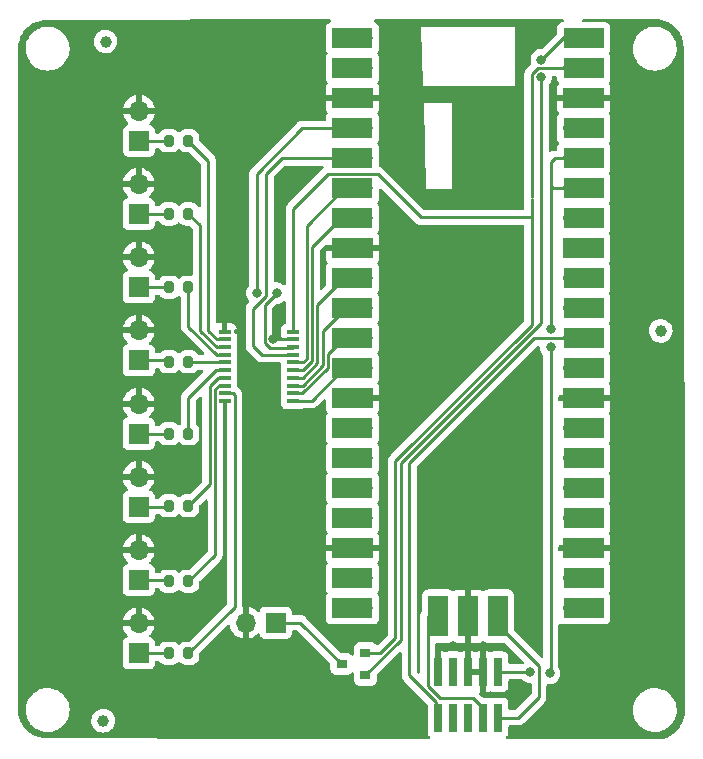
<source format=gbr>
%TF.GenerationSoftware,KiCad,Pcbnew,(6.0.7)*%
%TF.CreationDate,2023-03-24T10:01:00+01:00*%
%TF.ProjectId,PicoWS2812,5069636f-5753-4323-9831-322e6b696361,rev?*%
%TF.SameCoordinates,Original*%
%TF.FileFunction,Copper,L1,Top*%
%TF.FilePolarity,Positive*%
%FSLAX46Y46*%
G04 Gerber Fmt 4.6, Leading zero omitted, Abs format (unit mm)*
G04 Created by KiCad (PCBNEW (6.0.7)) date 2023-03-24 10:01:00*
%MOMM*%
%LPD*%
G01*
G04 APERTURE LIST*
G04 Aperture macros list*
%AMRoundRect*
0 Rectangle with rounded corners*
0 $1 Rounding radius*
0 $2 $3 $4 $5 $6 $7 $8 $9 X,Y pos of 4 corners*
0 Add a 4 corners polygon primitive as box body*
4,1,4,$2,$3,$4,$5,$6,$7,$8,$9,$2,$3,0*
0 Add four circle primitives for the rounded corners*
1,1,$1+$1,$2,$3*
1,1,$1+$1,$4,$5*
1,1,$1+$1,$6,$7*
1,1,$1+$1,$8,$9*
0 Add four rect primitives between the rounded corners*
20,1,$1+$1,$2,$3,$4,$5,0*
20,1,$1+$1,$4,$5,$6,$7,0*
20,1,$1+$1,$6,$7,$8,$9,0*
20,1,$1+$1,$8,$9,$2,$3,0*%
G04 Aperture macros list end*
%TA.AperFunction,SMDPad,CuDef*%
%ADD10RoundRect,0.200000X0.200000X0.275000X-0.200000X0.275000X-0.200000X-0.275000X0.200000X-0.275000X0*%
%TD*%
%TA.AperFunction,ComponentPad*%
%ADD11R,1.700000X1.700000*%
%TD*%
%TA.AperFunction,ComponentPad*%
%ADD12O,1.700000X1.700000*%
%TD*%
%TA.AperFunction,SMDPad,CuDef*%
%ADD13C,1.000000*%
%TD*%
%TA.AperFunction,SMDPad,CuDef*%
%ADD14R,0.900000X0.800000*%
%TD*%
%TA.AperFunction,SMDPad,CuDef*%
%ADD15R,0.740000X2.400000*%
%TD*%
%TA.AperFunction,SMDPad,CuDef*%
%ADD16R,3.500000X1.700000*%
%TD*%
%TA.AperFunction,SMDPad,CuDef*%
%ADD17R,1.700000X3.500000*%
%TD*%
%TA.AperFunction,SMDPad,CuDef*%
%ADD18R,1.000000X0.400000*%
%TD*%
%TA.AperFunction,ViaPad*%
%ADD19C,0.800000*%
%TD*%
%TA.AperFunction,Conductor*%
%ADD20C,0.250000*%
%TD*%
G04 APERTURE END LIST*
D10*
%TO.P,R6,1*%
%TO.N,LEDLane0*%
X107525000Y-82800000D03*
%TO.P,R6,2*%
%TO.N,Net-(J1-Pad1)*%
X105875000Y-82800000D03*
%TD*%
D11*
%TO.P,J3,1,Pin_1*%
%TO.N,Net-(J3-Pad1)*%
X103300000Y-95200000D03*
D12*
%TO.P,J3,2,Pin_2*%
%TO.N,GND*%
X103300000Y-92660000D03*
%TD*%
D13*
%TO.P,FID2,*%
%TO.N,*%
X100300000Y-131900000D03*
%TD*%
D10*
%TO.P,R1,1*%
%TO.N,LEDLane1*%
X107525000Y-89000000D03*
%TO.P,R1,2*%
%TO.N,Net-(J2-Pad1)*%
X105875000Y-89000000D03*
%TD*%
D11*
%TO.P,J7,1,Pin_1*%
%TO.N,Net-(J7-Pad1)*%
X103300000Y-120000000D03*
D12*
%TO.P,J7,2,Pin_2*%
%TO.N,GND*%
X103300000Y-117460000D03*
%TD*%
D14*
%TO.P,Q1,1,G*%
%TO.N,Net-(Q1-Pad1)*%
X122500000Y-128050000D03*
%TO.P,Q1,2,D*%
%TO.N,5V*%
X120500000Y-127100000D03*
%TO.P,Q1,3,S*%
%TO.N,+5V*%
X122500000Y-126150000D03*
%TD*%
D11*
%TO.P,J2,1,Pin_1*%
%TO.N,Net-(J2-Pad1)*%
X103300000Y-89000000D03*
D12*
%TO.P,J2,2,Pin_2*%
%TO.N,GND*%
X103300000Y-86460000D03*
%TD*%
D13*
%TO.P,FID1,*%
%TO.N,*%
X147500000Y-98900000D03*
%TD*%
D10*
%TO.P,R2,1*%
%TO.N,LEDLane2*%
X107525000Y-95200000D03*
%TO.P,R2,2*%
%TO.N,Net-(J3-Pad1)*%
X105875000Y-95200000D03*
%TD*%
%TO.P,R4,1*%
%TO.N,LEDLane4*%
X107525000Y-107600000D03*
%TO.P,R4,2*%
%TO.N,Net-(J5-Pad1)*%
X105875000Y-107600000D03*
%TD*%
%TO.P,R3,1*%
%TO.N,LEDLane3*%
X107525000Y-101500000D03*
%TO.P,R3,2*%
%TO.N,Net-(J4-Pad1)*%
X105875000Y-101500000D03*
%TD*%
D15*
%TO.P,U1,1,Vcc*%
%TO.N,+3.3V*%
X133740000Y-127750000D03*
%TO.P,U1,2,SWDIO/TMS*%
%TO.N,Net-(U1-Pad2)*%
X133740000Y-131650000D03*
%TO.P,U1,3,GND*%
%TO.N,GND*%
X132470000Y-127750000D03*
%TO.P,U1,4,SWDCLK/TCLK*%
%TO.N,Net-(U1-Pad4)*%
X132470000Y-131650000D03*
%TO.P,U1,5,GND*%
%TO.N,GND*%
X131200000Y-127750000D03*
%TO.P,U1,6,SWO/TDO*%
%TO.N,unconnected-(U1-Pad6)*%
X131200000Y-131650000D03*
%TO.P,U1,7,KEY*%
%TO.N,unconnected-(U1-Pad7)*%
X129930000Y-127750000D03*
%TO.P,U1,8,NC/TDI*%
%TO.N,unconnected-(U1-Pad8)*%
X129930000Y-131650000D03*
%TO.P,U1,9,GND*%
%TO.N,GND*%
X128660000Y-127750000D03*
%TO.P,U1,10,nRESET*%
%TO.N,Reset*%
X128660000Y-131650000D03*
%TD*%
D11*
%TO.P,J5,1,Pin_1*%
%TO.N,Net-(J5-Pad1)*%
X103300000Y-107600000D03*
D12*
%TO.P,J5,2,Pin_2*%
%TO.N,GND*%
X103300000Y-105060000D03*
%TD*%
D11*
%TO.P,J9,1,Pin_1*%
%TO.N,5V*%
X114900000Y-123600000D03*
D12*
%TO.P,J9,2,Pin_2*%
%TO.N,GND*%
X112360000Y-123600000D03*
%TD*%
D13*
%TO.P,FID3,*%
%TO.N,*%
X100500000Y-74400000D03*
%TD*%
D16*
%TO.P,U2,1,GPIO0*%
%TO.N,unconnected-(U2-Pad1)*%
X121410000Y-74125000D03*
D12*
X122310000Y-74125000D03*
%TO.P,U2,2,GPIO1*%
%TO.N,unconnected-(U2-Pad2)*%
X122310000Y-76665000D03*
D16*
X121410000Y-76665000D03*
%TO.P,U2,3,GND*%
%TO.N,GND*%
X121410000Y-79205000D03*
D11*
X122310000Y-79205000D03*
D16*
%TO.P,U2,4,GPIO2*%
%TO.N,Lane0*%
X121410000Y-81745000D03*
D12*
X122310000Y-81745000D03*
%TO.P,U2,5,GPIO3*%
%TO.N,Lane1*%
X122310000Y-84285000D03*
D16*
X121410000Y-84285000D03*
D12*
%TO.P,U2,6,GPIO4*%
%TO.N,Lane2*%
X122310000Y-86825000D03*
D16*
X121410000Y-86825000D03*
D12*
%TO.P,U2,7,GPIO5*%
%TO.N,Lane3*%
X122310000Y-89365000D03*
D16*
X121410000Y-89365000D03*
%TO.P,U2,8,GND*%
%TO.N,GND*%
X121410000Y-91905000D03*
D11*
X122310000Y-91905000D03*
D12*
%TO.P,U2,9,GPIO6*%
%TO.N,Lane4*%
X122310000Y-94445000D03*
D16*
X121410000Y-94445000D03*
D12*
%TO.P,U2,10,GPIO7*%
%TO.N,Lane5*%
X122310000Y-96985000D03*
D16*
X121410000Y-96985000D03*
%TO.P,U2,11,GPIO8*%
%TO.N,Lane6*%
X121410000Y-99525000D03*
D12*
X122310000Y-99525000D03*
D16*
%TO.P,U2,12,GPIO9*%
%TO.N,Lane7*%
X121410000Y-102065000D03*
D12*
X122310000Y-102065000D03*
D16*
%TO.P,U2,13,GND*%
%TO.N,GND*%
X121410000Y-104605000D03*
D11*
X122310000Y-104605000D03*
D16*
%TO.P,U2,14,GPIO10*%
%TO.N,unconnected-(U2-Pad14)*%
X121410000Y-107145000D03*
D12*
X122310000Y-107145000D03*
D16*
%TO.P,U2,15,GPIO11*%
%TO.N,unconnected-(U2-Pad15)*%
X121410000Y-109685000D03*
D12*
X122310000Y-109685000D03*
D16*
%TO.P,U2,16,GPIO12*%
%TO.N,unconnected-(U2-Pad16)*%
X121410000Y-112225000D03*
D12*
X122310000Y-112225000D03*
D16*
%TO.P,U2,17,GPIO13*%
%TO.N,unconnected-(U2-Pad17)*%
X121410000Y-114765000D03*
D12*
X122310000Y-114765000D03*
D11*
%TO.P,U2,18,GND*%
%TO.N,GND*%
X122310000Y-117305000D03*
D16*
X121410000Y-117305000D03*
%TO.P,U2,19,GPIO14*%
%TO.N,unconnected-(U2-Pad19)*%
X121410000Y-119845000D03*
D12*
X122310000Y-119845000D03*
%TO.P,U2,20,GPIO15*%
%TO.N,unconnected-(U2-Pad20)*%
X122310000Y-122385000D03*
D16*
X121410000Y-122385000D03*
D12*
%TO.P,U2,21,GPIO16*%
%TO.N,unconnected-(U2-Pad21)*%
X140090000Y-122385000D03*
D16*
X140990000Y-122385000D03*
D12*
%TO.P,U2,22,GPIO17*%
%TO.N,unconnected-(U2-Pad22)*%
X140090000Y-119845000D03*
D16*
X140990000Y-119845000D03*
%TO.P,U2,23,GND*%
%TO.N,GND*%
X140990000Y-117305000D03*
D11*
X140090000Y-117305000D03*
D16*
%TO.P,U2,24,GPIO18*%
%TO.N,unconnected-(U2-Pad24)*%
X140990000Y-114765000D03*
D12*
X140090000Y-114765000D03*
%TO.P,U2,25,GPIO19*%
%TO.N,unconnected-(U2-Pad25)*%
X140090000Y-112225000D03*
D16*
X140990000Y-112225000D03*
%TO.P,U2,26,GPIO20*%
%TO.N,unconnected-(U2-Pad26)*%
X140990000Y-109685000D03*
D12*
X140090000Y-109685000D03*
D16*
%TO.P,U2,27,GPIO21*%
%TO.N,unconnected-(U2-Pad27)*%
X140990000Y-107145000D03*
D12*
X140090000Y-107145000D03*
D16*
%TO.P,U2,28,GND*%
%TO.N,GND*%
X140990000Y-104605000D03*
D11*
X140090000Y-104605000D03*
D12*
%TO.P,U2,29,GPIO22*%
%TO.N,unconnected-(U2-Pad29)*%
X140090000Y-102065000D03*
D16*
X140990000Y-102065000D03*
%TO.P,U2,30,RUN*%
%TO.N,Reset*%
X140990000Y-99525000D03*
D12*
X140090000Y-99525000D03*
%TO.P,U2,31,GPIO26_ADC0*%
%TO.N,unconnected-(U2-Pad31)*%
X140090000Y-96985000D03*
D16*
X140990000Y-96985000D03*
D12*
%TO.P,U2,32,GPIO27_ADC1*%
%TO.N,unconnected-(U2-Pad32)*%
X140090000Y-94445000D03*
D16*
X140990000Y-94445000D03*
D11*
%TO.P,U2,33,AGND*%
%TO.N,unconnected-(U2-Pad33)*%
X140090000Y-91905000D03*
D16*
X140990000Y-91905000D03*
%TO.P,U2,34,GPIO28_ADC2*%
%TO.N,unconnected-(U2-Pad34)*%
X140990000Y-89365000D03*
D12*
X140090000Y-89365000D03*
%TO.P,U2,35,ADC_VREF*%
%TO.N,+3.3V*%
X140090000Y-86825000D03*
D16*
X140990000Y-86825000D03*
%TO.P,U2,36,3V3*%
X140990000Y-84285000D03*
D12*
X140090000Y-84285000D03*
D16*
%TO.P,U2,37,3V3_EN*%
%TO.N,unconnected-(U2-Pad37)*%
X140990000Y-81745000D03*
D12*
X140090000Y-81745000D03*
D16*
%TO.P,U2,38,GND*%
%TO.N,GND*%
X140990000Y-79205000D03*
D11*
X140090000Y-79205000D03*
D16*
%TO.P,U2,39,VSYS*%
%TO.N,+5V*%
X140990000Y-76665000D03*
D12*
X140090000Y-76665000D03*
D16*
%TO.P,U2,40,VBUS*%
%TO.N,Net-(Q1-Pad1)*%
X140990000Y-74125000D03*
D12*
X140090000Y-74125000D03*
%TO.P,U2,41,SWCLK*%
%TO.N,Net-(U1-Pad4)*%
X128660000Y-122155000D03*
D17*
X128660000Y-123055000D03*
%TO.P,U2,42,GND*%
%TO.N,GND*%
X131200000Y-123055000D03*
D11*
X131200000Y-122155000D03*
D17*
%TO.P,U2,43,SWDIO*%
%TO.N,Net-(U1-Pad2)*%
X133740000Y-123055000D03*
D12*
X133740000Y-122155000D03*
%TD*%
D11*
%TO.P,J1,1,Pin_1*%
%TO.N,Net-(J1-Pad1)*%
X103325000Y-82825000D03*
D12*
%TO.P,J1,2,Pin_2*%
%TO.N,GND*%
X103325000Y-80285000D03*
%TD*%
D18*
%TO.P,U3,1,DIR*%
%TO.N,GND*%
X110600000Y-98975000D03*
%TO.P,U3,2,A1*%
%TO.N,LEDLane0*%
X110600000Y-99625000D03*
%TO.P,U3,3,A2*%
%TO.N,LEDLane1*%
X110600000Y-100275000D03*
%TO.P,U3,4,A3*%
%TO.N,LEDLane2*%
X110600000Y-100925000D03*
%TO.P,U3,5,A4*%
%TO.N,LEDLane3*%
X110600000Y-101575000D03*
%TO.P,U3,6,A5*%
%TO.N,LEDLane4*%
X110600000Y-102225000D03*
%TO.P,U3,7,A6*%
%TO.N,LEDLane5*%
X110600000Y-102875000D03*
%TO.P,U3,8,A7*%
%TO.N,LEDLane6*%
X110600000Y-103525000D03*
%TO.P,U3,9,A8*%
%TO.N,LEDLane7*%
X110600000Y-104175000D03*
%TO.P,U3,10,GND*%
%TO.N,GND*%
X110600000Y-104825000D03*
%TO.P,U3,11,B8*%
%TO.N,Lane7*%
X116400000Y-104825000D03*
%TO.P,U3,12,B7*%
%TO.N,Lane6*%
X116400000Y-104175000D03*
%TO.P,U3,13,B6*%
%TO.N,Lane5*%
X116400000Y-103525000D03*
%TO.P,U3,14,B5*%
%TO.N,Lane4*%
X116400000Y-102875000D03*
%TO.P,U3,15,B4*%
%TO.N,Lane3*%
X116400000Y-102225000D03*
%TO.P,U3,16,B3*%
%TO.N,Lane2*%
X116400000Y-101575000D03*
%TO.P,U3,17,B2*%
%TO.N,Lane1*%
X116400000Y-100925000D03*
%TO.P,U3,18,B1*%
%TO.N,Lane0*%
X116400000Y-100275000D03*
%TO.P,U3,19,~{OE}*%
%TO.N,GND*%
X116400000Y-99625000D03*
%TO.P,U3,20,VCC*%
%TO.N,+5V*%
X116400000Y-98975000D03*
%TD*%
D11*
%TO.P,J6,1,Pin_1*%
%TO.N,Net-(J6-Pad1)*%
X103300000Y-113800000D03*
D12*
%TO.P,J6,2,Pin_2*%
%TO.N,GND*%
X103300000Y-111260000D03*
%TD*%
D10*
%TO.P,R7,1*%
%TO.N,LEDLane6*%
X107525000Y-120100000D03*
%TO.P,R7,2*%
%TO.N,Net-(J7-Pad1)*%
X105875000Y-120100000D03*
%TD*%
D11*
%TO.P,J8,1,Pin_1*%
%TO.N,Net-(J8-Pad1)*%
X103300000Y-126200000D03*
D12*
%TO.P,J8,2,Pin_2*%
%TO.N,GND*%
X103300000Y-123660000D03*
%TD*%
D11*
%TO.P,J4,1,Pin_1*%
%TO.N,Net-(J4-Pad1)*%
X103300000Y-101400000D03*
D12*
%TO.P,J4,2,Pin_2*%
%TO.N,GND*%
X103300000Y-98860000D03*
%TD*%
D10*
%TO.P,R5,1*%
%TO.N,LEDLane5*%
X107525000Y-113700000D03*
%TO.P,R5,2*%
%TO.N,Net-(J6-Pad1)*%
X105875000Y-113700000D03*
%TD*%
%TO.P,R8,1*%
%TO.N,LEDLane7*%
X107525000Y-126200000D03*
%TO.P,R8,2*%
%TO.N,Net-(J8-Pad1)*%
X105875000Y-126200000D03*
%TD*%
D19*
%TO.N,GND*%
X148300000Y-100800000D03*
X136100000Y-118700000D03*
X125177982Y-73777982D03*
X129500000Y-94800000D03*
X102400000Y-132600000D03*
X94100000Y-118800000D03*
X105800000Y-129700000D03*
X113300000Y-102500000D03*
X114900000Y-107700000D03*
X136700000Y-73700000D03*
X100600000Y-111400000D03*
X148300000Y-118700000D03*
X93800000Y-87800000D03*
X148100000Y-90000000D03*
X108500000Y-132600000D03*
X135289509Y-87740462D03*
X110300000Y-73400000D03*
X109668299Y-127773602D03*
X111200000Y-87900000D03*
X125500000Y-91800000D03*
X148200000Y-94700000D03*
X94000000Y-84200000D03*
X134200000Y-96900000D03*
X148100000Y-85300000D03*
X134000000Y-82200000D03*
X104000000Y-73500000D03*
X113800000Y-132400000D03*
X116900000Y-73500000D03*
X93700000Y-94200000D03*
X140800000Y-132000000D03*
X114900000Y-116600000D03*
X120800000Y-124800000D03*
X109500000Y-121200000D03*
X113600000Y-112500000D03*
X135800000Y-105200000D03*
X145000000Y-77500000D03*
X124800000Y-84200000D03*
X93900000Y-100300000D03*
X116400000Y-112400000D03*
X132400000Y-106200000D03*
X137600000Y-132200000D03*
X100400000Y-123700000D03*
X148200000Y-126800000D03*
X119000000Y-132400000D03*
X148100000Y-79800000D03*
X100500000Y-105200000D03*
X111100000Y-94200000D03*
X100300000Y-98600000D03*
X129200000Y-118400000D03*
X107600000Y-109900000D03*
X143500000Y-128800000D03*
X148300000Y-122500000D03*
X98700000Y-128800000D03*
X148300000Y-114500000D03*
X125400000Y-106100000D03*
X111400000Y-80500000D03*
X100400000Y-92200000D03*
X125600000Y-132400000D03*
X94000000Y-78700000D03*
X118500000Y-128200000D03*
X129700000Y-102300000D03*
X148300000Y-109900000D03*
X94100000Y-106400000D03*
X94000000Y-112500000D03*
X148300000Y-104900000D03*
X136400000Y-101900000D03*
X100400000Y-80400000D03*
X115800000Y-86200000D03*
X140600000Y-125300000D03*
X94100000Y-127500000D03*
X125400000Y-98600000D03*
X113800000Y-120800000D03*
X100400000Y-86500000D03*
X100500000Y-117400000D03*
X98590894Y-73193371D03*
X94200000Y-125000000D03*
X107900000Y-116000000D03*
X132700000Y-118100000D03*
X114700000Y-99600000D03*
%TO.N,Lane0*%
X113300000Y-95700000D03*
X115000000Y-95700000D03*
%TO.N,+3.3V*%
X138200000Y-100300000D03*
X138100000Y-127900000D03*
X136475500Y-127800000D03*
X138200000Y-98700000D03*
%TO.N,Net-(Q1-Pad1)*%
X137400000Y-75940500D03*
X137400000Y-77389500D03*
%TD*%
D20*
%TO.N,+5V*%
X136600000Y-87700000D02*
X136600000Y-89300000D01*
X127200000Y-89300000D02*
X136600000Y-89300000D01*
X116400000Y-98975000D02*
X116400000Y-88585000D01*
X123550000Y-85650000D02*
X127200000Y-89300000D01*
X136600000Y-77164195D02*
X136600000Y-87600000D01*
X116400000Y-88585000D02*
X119335000Y-85650000D01*
X137099195Y-76665000D02*
X136600000Y-77164195D01*
X136600000Y-98363604D02*
X125050000Y-109913604D01*
X136600000Y-89300000D02*
X136600000Y-98363604D01*
X119335000Y-85650000D02*
X123550000Y-85650000D01*
X125050000Y-124863604D02*
X125050000Y-109913604D01*
X122500000Y-126150000D02*
X123763604Y-126150000D01*
X140090000Y-76665000D02*
X137099195Y-76665000D01*
X123763604Y-126150000D02*
X125050000Y-124863604D01*
%TO.N,Net-(J1-Pad1)*%
X103325000Y-82825000D02*
X105850000Y-82825000D01*
X105850000Y-82825000D02*
X105875000Y-82800000D01*
%TO.N,GND*%
X116400000Y-99625000D02*
X114725000Y-99625000D01*
X114725000Y-99625000D02*
X114700000Y-99600000D01*
%TO.N,Net-(J2-Pad1)*%
X103300000Y-89000000D02*
X105875000Y-89000000D01*
%TO.N,Net-(J3-Pad1)*%
X103300000Y-95200000D02*
X105875000Y-95200000D01*
%TO.N,Net-(J4-Pad1)*%
X105775000Y-101400000D02*
X105875000Y-101500000D01*
X103300000Y-101400000D02*
X105775000Y-101400000D01*
%TO.N,Net-(J5-Pad1)*%
X103300000Y-107600000D02*
X105875000Y-107600000D01*
%TO.N,Net-(J6-Pad1)*%
X105775000Y-113800000D02*
X103300000Y-113800000D01*
X105875000Y-113700000D02*
X105775000Y-113800000D01*
%TO.N,Net-(J7-Pad1)*%
X105775000Y-120000000D02*
X105875000Y-120100000D01*
X103300000Y-120000000D02*
X105775000Y-120000000D01*
%TO.N,Net-(J8-Pad1)*%
X103300000Y-126200000D02*
X105875000Y-126200000D01*
%TO.N,Lane0*%
X116350000Y-100325000D02*
X116400000Y-100275000D01*
X114399695Y-100325000D02*
X116350000Y-100325000D01*
X113975000Y-99900305D02*
X114399695Y-100325000D01*
X113975000Y-96725000D02*
X115000000Y-95700000D01*
X122310000Y-81745000D02*
X117155000Y-81745000D01*
X117155000Y-81745000D02*
X113300000Y-85600000D01*
X113975000Y-99900305D02*
X113975000Y-96725000D01*
X113300000Y-85600000D02*
X113300000Y-95700000D01*
%TO.N,Lane1*%
X113000000Y-100200000D02*
X113725000Y-100925000D01*
X113000000Y-97025305D02*
X113000000Y-100200000D01*
X114100000Y-85600000D02*
X114100000Y-95925305D01*
X114100000Y-85600000D02*
X115415000Y-84285000D01*
X115415000Y-84285000D02*
X122310000Y-84285000D01*
X114100000Y-95925305D02*
X113000000Y-97025305D01*
X113725000Y-100925000D02*
X116400000Y-100925000D01*
%TO.N,Lane2*%
X120700000Y-86825000D02*
X122310000Y-86825000D01*
X117536996Y-101263004D02*
X117536996Y-89988004D01*
X117225000Y-101575000D02*
X117536996Y-101263004D01*
X117536996Y-89988004D02*
X120700000Y-86825000D01*
X116400000Y-101575000D02*
X117225000Y-101575000D01*
%TO.N,Lane3*%
X117986497Y-91813503D02*
X120435000Y-89365000D01*
X117986497Y-101449193D02*
X117986497Y-91813503D01*
X116400000Y-102225000D02*
X117210690Y-102225000D01*
X117210690Y-102225000D02*
X117986497Y-101449193D01*
X120435000Y-89365000D02*
X122310000Y-89365000D01*
%TO.N,Lane4*%
X116400000Y-102875000D02*
X117196380Y-102875000D01*
X118435998Y-101635382D02*
X118435998Y-96709002D01*
X118435998Y-96709002D02*
X120700000Y-94445000D01*
X120700000Y-94445000D02*
X122310000Y-94445000D01*
X117196380Y-102875000D02*
X118435998Y-101635382D01*
%TO.N,Lane5*%
X118885499Y-101821571D02*
X118885499Y-100703811D01*
X116400000Y-103525000D02*
X117182070Y-103525000D01*
X120865000Y-96985000D02*
X122310000Y-96985000D01*
X118885499Y-100703811D02*
X118948503Y-100640807D01*
X118948503Y-98901497D02*
X120865000Y-96985000D01*
X118948503Y-100640807D02*
X118948503Y-98901497D01*
X117182070Y-103525000D02*
X118885499Y-101821571D01*
%TO.N,Lane6*%
X119335000Y-100890000D02*
X120700000Y-99525000D01*
X119335000Y-102007760D02*
X119335000Y-100890000D01*
X117167760Y-104175000D02*
X119335000Y-102007760D01*
X120700000Y-99525000D02*
X122310000Y-99525000D01*
X116400000Y-104175000D02*
X117167760Y-104175000D01*
%TO.N,Lane7*%
X116400000Y-104825000D02*
X117940000Y-104825000D01*
X120700000Y-102065000D02*
X122310000Y-102065000D01*
X117940000Y-104825000D02*
X120700000Y-102065000D01*
%TO.N,LEDLane1*%
X108500000Y-98875000D02*
X109900000Y-100275000D01*
X108500000Y-89975000D02*
X108500000Y-98875000D01*
X107525000Y-89000000D02*
X108500000Y-89975000D01*
X109900000Y-100275000D02*
X110600000Y-100275000D01*
%TO.N,LEDLane2*%
X107525000Y-95200000D02*
X107525000Y-98550000D01*
X107525000Y-98550000D02*
X109900000Y-100925000D01*
X109900000Y-100925000D02*
X110600000Y-100925000D01*
%TO.N,LEDLane3*%
X107525000Y-101500000D02*
X107600000Y-101575000D01*
X107600000Y-101575000D02*
X110600000Y-101575000D01*
%TO.N,LEDLane4*%
X107525000Y-104550000D02*
X109850000Y-102225000D01*
X109850000Y-102225000D02*
X110600000Y-102225000D01*
X107525000Y-107600000D02*
X107525000Y-104550000D01*
%TO.N,LEDLane5*%
X109325000Y-103575000D02*
X110025000Y-102875000D01*
X107525000Y-113700000D02*
X109325000Y-111900000D01*
X110025000Y-102875000D02*
X110600000Y-102875000D01*
X109325000Y-111900000D02*
X109325000Y-103575000D01*
%TO.N,LEDLane0*%
X109900000Y-99625000D02*
X110600000Y-99625000D01*
X109200000Y-84475000D02*
X109200000Y-98925000D01*
X109200000Y-98925000D02*
X109900000Y-99625000D01*
X107525000Y-82800000D02*
X109200000Y-84475000D01*
%TO.N,LEDLane6*%
X107525000Y-120100000D02*
X109775000Y-117850000D01*
X109775000Y-117850000D02*
X109775000Y-103825000D01*
X110075000Y-103525000D02*
X110600000Y-103525000D01*
X109775000Y-103825000D02*
X110075000Y-103525000D01*
%TO.N,LEDLane7*%
X107525000Y-126200000D02*
X111425000Y-122300000D01*
X111425000Y-122300000D02*
X111425000Y-104300000D01*
X111425000Y-104300000D02*
X111300000Y-104175000D01*
X111300000Y-104175000D02*
X110600000Y-104175000D01*
%TO.N,5V*%
X117000000Y-123600000D02*
X120500000Y-127100000D01*
X114900000Y-123600000D02*
X117000000Y-123600000D01*
%TO.N,+3.3V*%
X138515000Y-84285000D02*
X138200000Y-84600000D01*
X138200000Y-84600000D02*
X138200000Y-86600000D01*
X138200000Y-100300000D02*
X138200000Y-127800000D01*
X138425000Y-86825000D02*
X140090000Y-86825000D01*
X140090000Y-84285000D02*
X138515000Y-84285000D01*
X138200000Y-127800000D02*
X138100000Y-127900000D01*
X136425500Y-127750000D02*
X133740000Y-127750000D01*
X136475500Y-127800000D02*
X136425500Y-127750000D01*
X138200000Y-86600000D02*
X138425000Y-86825000D01*
X138200000Y-86600000D02*
X138200000Y-98700000D01*
%TO.N,Net-(U1-Pad2)*%
X137200000Y-127300000D02*
X137200000Y-129900000D01*
X137200000Y-129900000D02*
X135450000Y-131650000D01*
X133740000Y-122155000D02*
X133740000Y-123840000D01*
X133740000Y-123840000D02*
X137200000Y-127300000D01*
X135450000Y-131650000D02*
X133740000Y-131650000D01*
%TO.N,Net-(U1-Pad4)*%
X131603055Y-130003055D02*
X132291945Y-130691945D01*
X132291945Y-130691945D02*
X132291945Y-131528055D01*
X127786945Y-123028055D02*
X127786945Y-128986945D01*
X127786945Y-128986945D02*
X128803055Y-130003055D01*
X128660000Y-122155000D02*
X127786945Y-123028055D01*
X128803055Y-130003055D02*
X131603055Y-130003055D01*
%TO.N,Reset*%
X128481945Y-131528055D02*
X128481945Y-130318341D01*
X126200000Y-110100000D02*
X136775000Y-99525000D01*
X136775000Y-99525000D02*
X140090000Y-99525000D01*
X128481945Y-130318341D02*
X126200000Y-128036396D01*
X126200000Y-128036396D02*
X126200000Y-110100000D01*
%TO.N,Net-(Q1-Pad1)*%
X140090000Y-74125000D02*
X139215500Y-74125000D01*
X137400000Y-77389500D02*
X137400000Y-98200000D01*
X125500000Y-125050000D02*
X122500000Y-128050000D01*
X139215500Y-74125000D02*
X137400000Y-75940500D01*
X137400000Y-98200000D02*
X125500000Y-110100000D01*
X125500000Y-110100000D02*
X125500000Y-125050000D01*
%TD*%
%TA.AperFunction,Conductor*%
%TO.N,GND*%
G36*
X147019722Y-72510049D02*
G01*
X147034241Y-72512309D01*
X147043117Y-72513691D01*
X147060315Y-72511442D01*
X147084256Y-72510609D01*
X147330049Y-72525476D01*
X147345154Y-72527310D01*
X147614220Y-72576617D01*
X147628993Y-72580258D01*
X147890164Y-72661642D01*
X147904382Y-72667034D01*
X148153831Y-72779302D01*
X148167296Y-72786368D01*
X148230184Y-72824385D01*
X148401406Y-72927892D01*
X148413928Y-72936536D01*
X148629256Y-73105234D01*
X148640645Y-73115324D01*
X148834067Y-73308746D01*
X148844157Y-73320134D01*
X148959897Y-73467864D01*
X149012865Y-73535473D01*
X149021507Y-73547994D01*
X149100010Y-73677852D01*
X149163025Y-73782092D01*
X149170095Y-73795563D01*
X149272364Y-74022793D01*
X149282362Y-74045008D01*
X149287756Y-74059230D01*
X149336170Y-74214597D01*
X149369140Y-74320401D01*
X149372781Y-74335174D01*
X149422089Y-74604239D01*
X149423923Y-74619343D01*
X149438351Y-74857866D01*
X149437083Y-74884843D01*
X149437083Y-74884849D01*
X149435701Y-74893724D01*
X149439902Y-74925849D01*
X149440965Y-74941960D01*
X149540804Y-131050973D01*
X149539304Y-131070581D01*
X149537082Y-131084849D01*
X149537082Y-131084856D01*
X149535701Y-131093724D01*
X149537950Y-131110919D01*
X149538783Y-131134863D01*
X149523915Y-131380656D01*
X149522081Y-131395760D01*
X149472773Y-131664824D01*
X149469132Y-131679597D01*
X149390613Y-131931575D01*
X149387750Y-131940762D01*
X149382356Y-131954985D01*
X149281052Y-132180073D01*
X149270089Y-132204432D01*
X149263019Y-132217904D01*
X149160031Y-132388265D01*
X149121502Y-132452000D01*
X149112860Y-132464520D01*
X149101116Y-132479511D01*
X148944151Y-132679861D01*
X148934061Y-132691249D01*
X148740640Y-132884670D01*
X148729252Y-132894759D01*
X148716026Y-132905121D01*
X148513923Y-133063458D01*
X148501401Y-133072102D01*
X148444973Y-133106214D01*
X148267895Y-133213261D01*
X148267296Y-133213623D01*
X148253841Y-133220685D01*
X148004374Y-133332961D01*
X147990157Y-133338352D01*
X147728991Y-133419734D01*
X147714218Y-133423375D01*
X147445153Y-133472682D01*
X147430048Y-133474516D01*
X147191451Y-133488948D01*
X147164812Y-133487695D01*
X147164548Y-133487692D01*
X147155669Y-133486309D01*
X147124721Y-133490356D01*
X147108143Y-133491420D01*
X134512628Y-133467033D01*
X134444546Y-133446899D01*
X134398157Y-133393153D01*
X134388189Y-133322860D01*
X134417807Y-133258336D01*
X134437307Y-133240207D01*
X134466081Y-133218642D01*
X134473261Y-133213261D01*
X134560615Y-133096705D01*
X134611745Y-132960316D01*
X134618500Y-132898134D01*
X134618500Y-132409500D01*
X134638502Y-132341379D01*
X134692158Y-132294886D01*
X134744500Y-132283500D01*
X135371233Y-132283500D01*
X135382416Y-132284027D01*
X135389909Y-132285702D01*
X135397835Y-132285453D01*
X135397836Y-132285453D01*
X135457986Y-132283562D01*
X135461945Y-132283500D01*
X135489856Y-132283500D01*
X135493791Y-132283003D01*
X135493856Y-132282995D01*
X135505693Y-132282062D01*
X135537951Y-132281048D01*
X135541970Y-132280922D01*
X135549889Y-132280673D01*
X135569343Y-132275021D01*
X135588700Y-132271013D01*
X135600930Y-132269468D01*
X135600931Y-132269468D01*
X135608797Y-132268474D01*
X135616168Y-132265555D01*
X135616170Y-132265555D01*
X135649912Y-132252196D01*
X135661142Y-132248351D01*
X135695983Y-132238229D01*
X135695984Y-132238229D01*
X135703593Y-132236018D01*
X135710412Y-132231985D01*
X135710417Y-132231983D01*
X135721028Y-132225707D01*
X135738776Y-132217012D01*
X135757617Y-132209552D01*
X135766922Y-132202792D01*
X135793387Y-132183564D01*
X135803307Y-132177048D01*
X135834535Y-132158580D01*
X135834538Y-132158578D01*
X135841362Y-132154542D01*
X135855683Y-132140221D01*
X135870717Y-132127380D01*
X135887107Y-132115472D01*
X135915298Y-132081395D01*
X135923288Y-132072616D01*
X136953628Y-131042277D01*
X145137009Y-131042277D01*
X145162625Y-131310769D01*
X145163710Y-131315203D01*
X145163711Y-131315209D01*
X145213063Y-131516894D01*
X145226731Y-131572750D01*
X145327985Y-131822733D01*
X145464265Y-132055482D01*
X145543635Y-132154729D01*
X145618507Y-132248351D01*
X145632716Y-132266119D01*
X145829809Y-132450234D01*
X146051416Y-132603968D01*
X146055499Y-132605999D01*
X146055502Y-132606001D01*
X146090440Y-132623382D01*
X146292894Y-132724101D01*
X146297228Y-132725522D01*
X146297231Y-132725523D01*
X146544853Y-132806698D01*
X146544859Y-132806699D01*
X146549186Y-132808118D01*
X146553677Y-132808898D01*
X146553678Y-132808898D01*
X146811140Y-132853601D01*
X146811148Y-132853602D01*
X146814921Y-132854257D01*
X146818758Y-132854448D01*
X146898578Y-132858422D01*
X146898586Y-132858422D01*
X146900149Y-132858500D01*
X147068512Y-132858500D01*
X147070780Y-132858335D01*
X147070792Y-132858335D01*
X147201884Y-132848823D01*
X147269004Y-132843953D01*
X147273459Y-132842969D01*
X147273462Y-132842969D01*
X147527912Y-132786791D01*
X147527916Y-132786790D01*
X147532372Y-132785806D01*
X147691455Y-132725535D01*
X147780318Y-132691868D01*
X147780321Y-132691867D01*
X147784588Y-132690250D01*
X148020368Y-132559286D01*
X148177832Y-132439113D01*
X148231141Y-132398429D01*
X148231142Y-132398428D01*
X148234773Y-132395657D01*
X148423312Y-132202792D01*
X148582034Y-131984730D01*
X148665190Y-131826676D01*
X148705490Y-131750079D01*
X148705493Y-131750073D01*
X148707615Y-131746039D01*
X148720038Y-131710862D01*
X148795902Y-131496033D01*
X148795902Y-131496032D01*
X148797425Y-131491720D01*
X148849581Y-131227100D01*
X148849808Y-131222544D01*
X148862764Y-130962292D01*
X148862764Y-130962286D01*
X148862991Y-130957723D01*
X148837375Y-130689231D01*
X148807219Y-130565990D01*
X148774355Y-130431688D01*
X148773269Y-130427250D01*
X148672015Y-130177267D01*
X148556528Y-129980030D01*
X148538045Y-129948463D01*
X148538044Y-129948462D01*
X148535735Y-129944518D01*
X148417928Y-129797208D01*
X148370136Y-129737447D01*
X148370135Y-129737445D01*
X148367284Y-129733881D01*
X148170191Y-129549766D01*
X147948584Y-129396032D01*
X147944501Y-129394001D01*
X147944498Y-129393999D01*
X147779606Y-129311967D01*
X147707106Y-129275899D01*
X147702772Y-129274478D01*
X147702769Y-129274477D01*
X147455147Y-129193302D01*
X147455141Y-129193301D01*
X147450814Y-129191882D01*
X147446322Y-129191102D01*
X147188860Y-129146399D01*
X147188852Y-129146398D01*
X147185079Y-129145743D01*
X147173817Y-129145182D01*
X147101422Y-129141578D01*
X147101414Y-129141578D01*
X147099851Y-129141500D01*
X146931488Y-129141500D01*
X146929220Y-129141665D01*
X146929208Y-129141665D01*
X146798116Y-129151177D01*
X146730996Y-129156047D01*
X146726541Y-129157031D01*
X146726538Y-129157031D01*
X146472088Y-129213209D01*
X146472084Y-129213210D01*
X146467628Y-129214194D01*
X146341520Y-129261972D01*
X146219682Y-129308132D01*
X146219679Y-129308133D01*
X146215412Y-129309750D01*
X145979632Y-129440714D01*
X145976000Y-129443486D01*
X145769309Y-129601228D01*
X145765227Y-129604343D01*
X145576688Y-129797208D01*
X145417966Y-130015270D01*
X145376587Y-130093919D01*
X145294510Y-130249921D01*
X145294507Y-130249927D01*
X145292385Y-130253961D01*
X145290865Y-130258266D01*
X145290863Y-130258270D01*
X145213658Y-130476895D01*
X145202575Y-130508280D01*
X145150419Y-130772900D01*
X145150192Y-130777453D01*
X145150192Y-130777456D01*
X145138008Y-131022216D01*
X145137009Y-131042277D01*
X136953628Y-131042277D01*
X137592253Y-130403652D01*
X137600539Y-130396112D01*
X137607018Y-130392000D01*
X137653644Y-130342348D01*
X137656398Y-130339507D01*
X137676135Y-130319770D01*
X137678615Y-130316573D01*
X137686320Y-130307551D01*
X137711159Y-130281100D01*
X137716586Y-130275321D01*
X137720405Y-130268375D01*
X137720407Y-130268372D01*
X137726348Y-130257566D01*
X137737199Y-130241047D01*
X137744758Y-130231301D01*
X137749614Y-130225041D01*
X137752759Y-130217772D01*
X137752762Y-130217768D01*
X137767174Y-130184463D01*
X137772391Y-130173813D01*
X137793695Y-130135060D01*
X137798733Y-130115437D01*
X137805137Y-130096734D01*
X137810033Y-130085420D01*
X137810033Y-130085419D01*
X137813181Y-130078145D01*
X137814420Y-130070322D01*
X137814423Y-130070312D01*
X137820099Y-130034476D01*
X137822505Y-130022856D01*
X137831528Y-129987711D01*
X137831528Y-129987710D01*
X137833500Y-129980030D01*
X137833500Y-129959776D01*
X137835051Y-129940065D01*
X137836980Y-129927886D01*
X137838220Y-129920057D01*
X137834059Y-129876038D01*
X137833500Y-129864181D01*
X137833500Y-128927748D01*
X137853502Y-128859627D01*
X137907158Y-128813134D01*
X137977432Y-128803030D01*
X137985694Y-128804501D01*
X137998049Y-128807127D01*
X137998058Y-128807128D01*
X138004513Y-128808500D01*
X138195487Y-128808500D01*
X138201939Y-128807128D01*
X138201944Y-128807128D01*
X138288888Y-128788647D01*
X138382288Y-128768794D01*
X138481685Y-128724540D01*
X138550722Y-128693803D01*
X138550724Y-128693802D01*
X138556752Y-128691118D01*
X138711253Y-128578866D01*
X138715675Y-128573955D01*
X138834621Y-128441852D01*
X138834622Y-128441851D01*
X138839040Y-128436944D01*
X138934527Y-128271556D01*
X138993542Y-128089928D01*
X138994980Y-128076252D01*
X139012814Y-127906565D01*
X139013504Y-127900000D01*
X139008221Y-127849731D01*
X138994232Y-127716635D01*
X138994232Y-127716633D01*
X138993542Y-127710072D01*
X138934527Y-127528444D01*
X138915796Y-127496000D01*
X138850381Y-127382699D01*
X138833500Y-127319699D01*
X138833500Y-123807509D01*
X138853502Y-123739388D01*
X138907158Y-123692895D01*
X138977432Y-123682791D01*
X139003729Y-123689527D01*
X139122282Y-123733971D01*
X139122288Y-123733973D01*
X139129684Y-123736745D01*
X139191866Y-123743500D01*
X140060826Y-123743500D01*
X140065443Y-123743585D01*
X140146673Y-123746564D01*
X140146677Y-123746564D01*
X140151837Y-123746753D01*
X140156957Y-123746097D01*
X140156959Y-123746097D01*
X140169261Y-123744521D01*
X140185271Y-123743500D01*
X142788134Y-123743500D01*
X142850316Y-123736745D01*
X142986705Y-123685615D01*
X143103261Y-123598261D01*
X143190615Y-123481705D01*
X143241745Y-123345316D01*
X143248500Y-123283134D01*
X143248500Y-121486866D01*
X143241745Y-121424684D01*
X143190615Y-121288295D01*
X143117370Y-121190564D01*
X143092522Y-121124059D01*
X143107575Y-121054676D01*
X143117370Y-121039435D01*
X143146500Y-121000567D01*
X143190615Y-120941705D01*
X143241745Y-120805316D01*
X143248500Y-120743134D01*
X143248500Y-118946866D01*
X143241745Y-118884684D01*
X143190615Y-118748295D01*
X143117058Y-118650148D01*
X143092210Y-118583642D01*
X143107263Y-118514259D01*
X143117058Y-118499018D01*
X143184786Y-118408649D01*
X143193324Y-118393054D01*
X143238478Y-118272606D01*
X143242105Y-118257351D01*
X143247631Y-118206486D01*
X143248000Y-118199672D01*
X143248000Y-117577115D01*
X143243525Y-117561876D01*
X143242135Y-117560671D01*
X143234452Y-117559000D01*
X138959500Y-117559000D01*
X138891379Y-117538998D01*
X138844886Y-117485342D01*
X138833500Y-117433000D01*
X138833500Y-117177000D01*
X138853502Y-117108879D01*
X138907158Y-117062386D01*
X138959500Y-117051000D01*
X143229884Y-117051000D01*
X143245123Y-117046525D01*
X143246328Y-117045135D01*
X143247999Y-117037452D01*
X143247999Y-116410331D01*
X143247629Y-116403510D01*
X143242105Y-116352648D01*
X143238479Y-116337396D01*
X143193324Y-116216946D01*
X143184786Y-116201351D01*
X143117058Y-116110982D01*
X143092210Y-116044475D01*
X143107263Y-115975093D01*
X143117058Y-115959852D01*
X143185229Y-115868891D01*
X143190615Y-115861705D01*
X143241745Y-115725316D01*
X143248500Y-115663134D01*
X143248500Y-113866866D01*
X143241745Y-113804684D01*
X143190615Y-113668295D01*
X143117370Y-113570564D01*
X143092522Y-113504059D01*
X143107575Y-113434676D01*
X143117370Y-113419435D01*
X143185229Y-113328891D01*
X143190615Y-113321705D01*
X143241745Y-113185316D01*
X143248500Y-113123134D01*
X143248500Y-111326866D01*
X143241745Y-111264684D01*
X143190615Y-111128295D01*
X143117370Y-111030564D01*
X143092522Y-110964059D01*
X143107575Y-110894676D01*
X143117370Y-110879435D01*
X143185229Y-110788891D01*
X143190615Y-110781705D01*
X143241745Y-110645316D01*
X143248500Y-110583134D01*
X143248500Y-108786866D01*
X143241745Y-108724684D01*
X143190615Y-108588295D01*
X143117370Y-108490564D01*
X143092522Y-108424059D01*
X143107575Y-108354676D01*
X143117370Y-108339435D01*
X143190615Y-108241705D01*
X143241745Y-108105316D01*
X143248500Y-108043134D01*
X143248500Y-106246866D01*
X143241745Y-106184684D01*
X143190615Y-106048295D01*
X143117058Y-105950148D01*
X143092210Y-105883642D01*
X143107263Y-105814259D01*
X143117058Y-105799018D01*
X143184786Y-105708649D01*
X143193324Y-105693054D01*
X143238478Y-105572606D01*
X143242105Y-105557351D01*
X143247631Y-105506486D01*
X143248000Y-105499672D01*
X143248000Y-104877115D01*
X143243525Y-104861876D01*
X143242135Y-104860671D01*
X143234452Y-104859000D01*
X138959500Y-104859000D01*
X138891379Y-104838998D01*
X138844886Y-104785342D01*
X138833500Y-104733000D01*
X138833500Y-104477000D01*
X138853502Y-104408879D01*
X138907158Y-104362386D01*
X138959500Y-104351000D01*
X143229884Y-104351000D01*
X143245123Y-104346525D01*
X143246328Y-104345135D01*
X143247999Y-104337452D01*
X143247999Y-103710331D01*
X143247629Y-103703510D01*
X143242105Y-103652648D01*
X143238479Y-103637396D01*
X143193324Y-103516946D01*
X143184786Y-103501351D01*
X143117058Y-103410982D01*
X143092210Y-103344475D01*
X143107263Y-103275093D01*
X143117058Y-103259852D01*
X143161914Y-103200000D01*
X143190615Y-103161705D01*
X143241745Y-103025316D01*
X143248500Y-102963134D01*
X143248500Y-101166866D01*
X143241745Y-101104684D01*
X143190615Y-100968295D01*
X143117370Y-100870564D01*
X143092522Y-100804059D01*
X143107575Y-100734676D01*
X143117370Y-100719435D01*
X143190615Y-100621705D01*
X143241745Y-100485316D01*
X143248500Y-100423134D01*
X143248500Y-98885963D01*
X146494757Y-98885963D01*
X146511175Y-99081483D01*
X146565258Y-99270091D01*
X146568076Y-99275574D01*
X146652123Y-99439113D01*
X146652126Y-99439117D01*
X146654944Y-99444601D01*
X146776818Y-99598369D01*
X146781511Y-99602363D01*
X146781512Y-99602364D01*
X146862745Y-99671498D01*
X146926238Y-99725535D01*
X146931616Y-99728541D01*
X146931618Y-99728542D01*
X146964309Y-99746812D01*
X147097513Y-99821257D01*
X147284118Y-99881889D01*
X147478946Y-99905121D01*
X147485081Y-99904649D01*
X147485083Y-99904649D01*
X147668434Y-99890541D01*
X147668438Y-99890540D01*
X147674576Y-99890068D01*
X147863556Y-99837303D01*
X148038689Y-99748837D01*
X148068515Y-99725535D01*
X148137679Y-99671498D01*
X148193303Y-99628040D01*
X148211975Y-99606409D01*
X148317485Y-99484173D01*
X148317485Y-99484172D01*
X148321509Y-99479511D01*
X148331981Y-99461078D01*
X148381724Y-99373514D01*
X148418425Y-99308909D01*
X148480358Y-99122732D01*
X148504949Y-98928071D01*
X148505341Y-98900000D01*
X148486194Y-98704728D01*
X148484413Y-98698829D01*
X148484412Y-98698824D01*
X148431265Y-98522793D01*
X148429484Y-98516894D01*
X148337370Y-98343653D01*
X148213361Y-98191602D01*
X148062180Y-98066535D01*
X147889585Y-97973213D01*
X147795868Y-97944203D01*
X147708039Y-97917015D01*
X147708036Y-97917014D01*
X147702152Y-97915193D01*
X147696027Y-97914549D01*
X147696026Y-97914549D01*
X147513147Y-97895327D01*
X147513146Y-97895327D01*
X147507019Y-97894683D01*
X147384383Y-97905844D01*
X147317759Y-97911907D01*
X147317758Y-97911907D01*
X147311618Y-97912466D01*
X147305704Y-97914207D01*
X147305702Y-97914207D01*
X147226696Y-97937460D01*
X147123393Y-97967864D01*
X147117928Y-97970721D01*
X146954972Y-98055912D01*
X146954968Y-98055915D01*
X146949512Y-98058767D01*
X146944712Y-98062627D01*
X146944711Y-98062627D01*
X146931440Y-98073297D01*
X146796600Y-98181711D01*
X146670480Y-98332016D01*
X146667516Y-98337408D01*
X146667513Y-98337412D01*
X146618880Y-98425875D01*
X146575956Y-98503954D01*
X146574095Y-98509821D01*
X146574094Y-98509823D01*
X146549331Y-98587885D01*
X146516628Y-98690978D01*
X146494757Y-98885963D01*
X143248500Y-98885963D01*
X143248500Y-98626866D01*
X143241745Y-98564684D01*
X143190615Y-98428295D01*
X143117370Y-98330564D01*
X143092522Y-98264059D01*
X143107575Y-98194676D01*
X143117370Y-98179435D01*
X143190615Y-98081705D01*
X143241745Y-97945316D01*
X143248500Y-97883134D01*
X143248500Y-96086866D01*
X143241745Y-96024684D01*
X143190615Y-95888295D01*
X143117370Y-95790564D01*
X143092522Y-95724059D01*
X143107575Y-95654676D01*
X143117370Y-95639435D01*
X143185229Y-95548891D01*
X143190615Y-95541705D01*
X143241745Y-95405316D01*
X143248500Y-95343134D01*
X143248500Y-93546866D01*
X143241745Y-93484684D01*
X143190615Y-93348295D01*
X143117370Y-93250564D01*
X143092522Y-93184059D01*
X143107575Y-93114676D01*
X143117370Y-93099435D01*
X143122002Y-93093255D01*
X143190615Y-93001705D01*
X143241745Y-92865316D01*
X143248500Y-92803134D01*
X143248500Y-91006866D01*
X143241745Y-90944684D01*
X143190615Y-90808295D01*
X143117370Y-90710564D01*
X143092522Y-90644059D01*
X143107575Y-90574676D01*
X143117370Y-90559435D01*
X143146500Y-90520567D01*
X143190615Y-90461705D01*
X143241745Y-90325316D01*
X143248500Y-90263134D01*
X143248500Y-88466866D01*
X143241745Y-88404684D01*
X143190615Y-88268295D01*
X143117370Y-88170564D01*
X143092522Y-88104059D01*
X143107575Y-88034676D01*
X143117370Y-88019435D01*
X143190615Y-87921705D01*
X143241745Y-87785316D01*
X143248500Y-87723134D01*
X143248500Y-85926866D01*
X143241745Y-85864684D01*
X143190615Y-85728295D01*
X143117370Y-85630564D01*
X143092522Y-85564059D01*
X143107575Y-85494676D01*
X143117370Y-85479435D01*
X143131775Y-85460215D01*
X143190615Y-85381705D01*
X143241745Y-85245316D01*
X143248500Y-85183134D01*
X143248500Y-83386866D01*
X143241745Y-83324684D01*
X143190615Y-83188295D01*
X143117370Y-83090564D01*
X143092522Y-83024059D01*
X143107575Y-82954676D01*
X143117370Y-82939435D01*
X143185229Y-82848891D01*
X143190615Y-82841705D01*
X143241745Y-82705316D01*
X143248500Y-82643134D01*
X143248500Y-80846866D01*
X143241745Y-80784684D01*
X143190615Y-80648295D01*
X143117058Y-80550148D01*
X143092210Y-80483642D01*
X143107263Y-80414259D01*
X143117058Y-80399018D01*
X143184786Y-80308649D01*
X143193324Y-80293054D01*
X143238478Y-80172606D01*
X143242105Y-80157351D01*
X143247631Y-80106486D01*
X143248000Y-80099672D01*
X143248000Y-79477115D01*
X143243525Y-79461876D01*
X143242135Y-79460671D01*
X143234452Y-79459000D01*
X138750116Y-79459000D01*
X138734877Y-79463475D01*
X138733672Y-79464865D01*
X138732001Y-79472548D01*
X138732001Y-80099669D01*
X138732371Y-80106490D01*
X138737895Y-80157352D01*
X138741521Y-80172604D01*
X138786676Y-80293054D01*
X138795214Y-80308649D01*
X138862942Y-80399018D01*
X138887790Y-80465525D01*
X138872737Y-80534907D01*
X138862942Y-80550148D01*
X138789385Y-80648295D01*
X138738255Y-80784684D01*
X138731500Y-80846866D01*
X138731500Y-81665219D01*
X138730787Y-81678607D01*
X138727251Y-81711695D01*
X138727548Y-81716848D01*
X138727548Y-81716851D01*
X138731291Y-81781763D01*
X138731500Y-81789016D01*
X138731500Y-82643134D01*
X138738255Y-82705316D01*
X138789385Y-82841705D01*
X138794771Y-82848891D01*
X138862630Y-82939435D01*
X138887478Y-83005941D01*
X138872425Y-83075324D01*
X138862632Y-83090562D01*
X138789385Y-83188295D01*
X138738255Y-83324684D01*
X138731500Y-83386866D01*
X138731500Y-83525500D01*
X138711498Y-83593621D01*
X138657842Y-83640114D01*
X138605500Y-83651500D01*
X138593767Y-83651500D01*
X138582584Y-83650973D01*
X138575091Y-83649298D01*
X138567165Y-83649547D01*
X138567164Y-83649547D01*
X138507014Y-83651438D01*
X138503055Y-83651500D01*
X138475144Y-83651500D01*
X138471210Y-83651997D01*
X138471209Y-83651997D01*
X138471144Y-83652005D01*
X138459307Y-83652938D01*
X138427490Y-83653938D01*
X138423029Y-83654078D01*
X138415110Y-83654327D01*
X138397454Y-83659456D01*
X138395658Y-83659978D01*
X138376306Y-83663986D01*
X138369235Y-83664880D01*
X138356203Y-83666526D01*
X138348834Y-83669443D01*
X138348832Y-83669444D01*
X138315097Y-83682800D01*
X138303869Y-83686645D01*
X138261407Y-83698982D01*
X138254585Y-83703016D01*
X138254579Y-83703019D01*
X138243968Y-83709294D01*
X138226218Y-83717990D01*
X138207385Y-83725447D01*
X138206261Y-83722609D01*
X138150865Y-83734824D01*
X138084275Y-83710200D01*
X138041569Y-83653485D01*
X138033500Y-83609120D01*
X138033500Y-78092024D01*
X138053502Y-78023903D01*
X138065858Y-78007721D01*
X138139040Y-77926444D01*
X138197314Y-77825510D01*
X138231223Y-77766779D01*
X138231224Y-77766778D01*
X138234527Y-77761056D01*
X138293542Y-77579428D01*
X138295614Y-77559717D01*
X138311210Y-77411329D01*
X138338223Y-77345673D01*
X138396445Y-77305043D01*
X138436520Y-77298500D01*
X138605500Y-77298500D01*
X138673621Y-77318502D01*
X138720114Y-77372158D01*
X138731500Y-77424500D01*
X138731500Y-77563134D01*
X138738255Y-77625316D01*
X138789385Y-77761705D01*
X138794771Y-77768891D01*
X138862942Y-77859852D01*
X138887790Y-77926358D01*
X138872737Y-77995741D01*
X138862942Y-78010982D01*
X138795214Y-78101351D01*
X138786676Y-78116946D01*
X138741522Y-78237394D01*
X138737895Y-78252649D01*
X138732369Y-78303514D01*
X138732000Y-78310328D01*
X138732000Y-78932885D01*
X138736475Y-78948124D01*
X138737865Y-78949329D01*
X138745548Y-78951000D01*
X143229884Y-78951000D01*
X143245123Y-78946525D01*
X143246328Y-78945135D01*
X143247999Y-78937452D01*
X143247999Y-78310331D01*
X143247629Y-78303510D01*
X143242105Y-78252648D01*
X143238479Y-78237396D01*
X143193324Y-78116946D01*
X143184786Y-78101351D01*
X143117058Y-78010982D01*
X143092210Y-77944475D01*
X143107263Y-77875093D01*
X143117058Y-77859852D01*
X143185229Y-77768891D01*
X143190615Y-77761705D01*
X143241745Y-77625316D01*
X143248500Y-77563134D01*
X143248500Y-75766866D01*
X143241745Y-75704684D01*
X143190615Y-75568295D01*
X143117370Y-75470564D01*
X143092522Y-75404059D01*
X143107575Y-75334676D01*
X143117370Y-75319435D01*
X143118258Y-75318250D01*
X143190615Y-75221705D01*
X143241745Y-75085316D01*
X143246420Y-75042277D01*
X145137009Y-75042277D01*
X145162625Y-75310769D01*
X145163710Y-75315203D01*
X145163711Y-75315209D01*
X145223882Y-75561109D01*
X145226731Y-75572750D01*
X145327985Y-75822733D01*
X145464265Y-76055482D01*
X145524201Y-76130428D01*
X145584686Y-76206060D01*
X145632716Y-76266119D01*
X145829809Y-76450234D01*
X146051416Y-76603968D01*
X146055499Y-76605999D01*
X146055502Y-76606001D01*
X146060258Y-76608367D01*
X146292894Y-76724101D01*
X146297228Y-76725522D01*
X146297231Y-76725523D01*
X146544853Y-76806698D01*
X146544859Y-76806699D01*
X146549186Y-76808118D01*
X146553677Y-76808898D01*
X146553678Y-76808898D01*
X146811140Y-76853601D01*
X146811148Y-76853602D01*
X146814921Y-76854257D01*
X146818758Y-76854448D01*
X146898578Y-76858422D01*
X146898586Y-76858422D01*
X146900149Y-76858500D01*
X147068512Y-76858500D01*
X147070780Y-76858335D01*
X147070792Y-76858335D01*
X147201884Y-76848823D01*
X147269004Y-76843953D01*
X147273459Y-76842969D01*
X147273462Y-76842969D01*
X147527912Y-76786791D01*
X147527916Y-76786790D01*
X147532372Y-76785806D01*
X147684315Y-76728240D01*
X147780318Y-76691868D01*
X147780321Y-76691867D01*
X147784588Y-76690250D01*
X148020368Y-76559286D01*
X148234773Y-76395657D01*
X148423312Y-76202792D01*
X148582034Y-75984730D01*
X148665190Y-75826676D01*
X148705490Y-75750079D01*
X148705493Y-75750073D01*
X148707615Y-75746039D01*
X148770378Y-75568312D01*
X148795902Y-75496033D01*
X148795902Y-75496032D01*
X148797425Y-75491720D01*
X148827534Y-75338960D01*
X148848700Y-75231572D01*
X148848701Y-75231566D01*
X148849581Y-75227100D01*
X148854324Y-75131829D01*
X148862764Y-74962292D01*
X148862764Y-74962286D01*
X148862991Y-74957723D01*
X148837375Y-74689231D01*
X148832658Y-74669951D01*
X148774355Y-74431688D01*
X148773269Y-74427250D01*
X148672015Y-74177267D01*
X148535735Y-73944518D01*
X148416614Y-73795565D01*
X148370136Y-73737447D01*
X148370135Y-73737445D01*
X148367284Y-73733881D01*
X148170191Y-73549766D01*
X147948584Y-73396032D01*
X147944501Y-73394001D01*
X147944498Y-73393999D01*
X147779606Y-73311967D01*
X147707106Y-73275899D01*
X147702772Y-73274478D01*
X147702769Y-73274477D01*
X147455147Y-73193302D01*
X147455141Y-73193301D01*
X147450814Y-73191882D01*
X147446322Y-73191102D01*
X147188860Y-73146399D01*
X147188852Y-73146398D01*
X147185079Y-73145743D01*
X147173817Y-73145182D01*
X147101422Y-73141578D01*
X147101414Y-73141578D01*
X147099851Y-73141500D01*
X146931488Y-73141500D01*
X146929220Y-73141665D01*
X146929208Y-73141665D01*
X146798116Y-73151177D01*
X146730996Y-73156047D01*
X146726541Y-73157031D01*
X146726538Y-73157031D01*
X146472088Y-73213209D01*
X146472084Y-73213210D01*
X146467628Y-73214194D01*
X146434181Y-73226866D01*
X146219682Y-73308132D01*
X146219679Y-73308133D01*
X146215412Y-73309750D01*
X146126106Y-73359355D01*
X146025579Y-73415193D01*
X145979632Y-73440714D01*
X145939436Y-73471391D01*
X145781301Y-73592076D01*
X145765227Y-73604343D01*
X145576688Y-73797208D01*
X145417966Y-74015270D01*
X145387317Y-74073524D01*
X145294510Y-74249921D01*
X145294507Y-74249927D01*
X145292385Y-74253961D01*
X145290865Y-74258266D01*
X145290863Y-74258270D01*
X145204098Y-74503967D01*
X145202575Y-74508280D01*
X145189357Y-74575344D01*
X145152140Y-74764169D01*
X145150419Y-74772900D01*
X145150192Y-74777453D01*
X145150192Y-74777456D01*
X145137521Y-75032000D01*
X145137009Y-75042277D01*
X143246420Y-75042277D01*
X143248500Y-75023134D01*
X143248500Y-73226866D01*
X143241745Y-73164684D01*
X143190615Y-73028295D01*
X143103261Y-72911739D01*
X142986705Y-72824385D01*
X142850316Y-72773255D01*
X142788134Y-72766500D01*
X140938353Y-72766500D01*
X140870232Y-72746498D01*
X140823739Y-72692842D01*
X140813635Y-72622568D01*
X140843129Y-72557988D01*
X140902855Y-72519604D01*
X140938229Y-72514500D01*
X147000215Y-72508549D01*
X147019722Y-72510049D01*
G37*
%TD.AperFunction*%
%TA.AperFunction,Conductor*%
G36*
X139237070Y-72536172D02*
G01*
X139283615Y-72589782D01*
X139293788Y-72660046D01*
X139264358Y-72724656D01*
X139204670Y-72763098D01*
X139182661Y-72767500D01*
X139129684Y-72773255D01*
X138993295Y-72824385D01*
X138876739Y-72911739D01*
X138789385Y-73028295D01*
X138738255Y-73164684D01*
X138731500Y-73226866D01*
X138731500Y-73660906D01*
X138711498Y-73729027D01*
X138694595Y-73750001D01*
X137449500Y-74995095D01*
X137387188Y-75029121D01*
X137360405Y-75032000D01*
X137304513Y-75032000D01*
X137298061Y-75033372D01*
X137298056Y-75033372D01*
X137211113Y-75051853D01*
X137117712Y-75071706D01*
X137111682Y-75074391D01*
X137111681Y-75074391D01*
X136949278Y-75146697D01*
X136949276Y-75146698D01*
X136943248Y-75149382D01*
X136788747Y-75261634D01*
X136784326Y-75266544D01*
X136784325Y-75266545D01*
X136673105Y-75390068D01*
X136660960Y-75403556D01*
X136631072Y-75455324D01*
X136569997Y-75561109D01*
X136565473Y-75568944D01*
X136506458Y-75750572D01*
X136486496Y-75940500D01*
X136506458Y-76130428D01*
X136508498Y-76136706D01*
X136539347Y-76231650D01*
X136541374Y-76302618D01*
X136508609Y-76359681D01*
X136207747Y-76660543D01*
X136199461Y-76668083D01*
X136192982Y-76672195D01*
X136187557Y-76677972D01*
X136146357Y-76721846D01*
X136143602Y-76724688D01*
X136123865Y-76744425D01*
X136121385Y-76747622D01*
X136113682Y-76756642D01*
X136083414Y-76788874D01*
X136079595Y-76795820D01*
X136079593Y-76795823D01*
X136073652Y-76806629D01*
X136062801Y-76823148D01*
X136050386Y-76839154D01*
X136047241Y-76846423D01*
X136047238Y-76846427D01*
X136032826Y-76879732D01*
X136027609Y-76890382D01*
X136006305Y-76929135D01*
X136004334Y-76936810D01*
X136004334Y-76936811D01*
X136001267Y-76948757D01*
X135994863Y-76967461D01*
X135986819Y-76986050D01*
X135985580Y-76993873D01*
X135985577Y-76993883D01*
X135979901Y-77029719D01*
X135977495Y-77041339D01*
X135966500Y-77084165D01*
X135966500Y-77104419D01*
X135964949Y-77124129D01*
X135961780Y-77144138D01*
X135962526Y-77152030D01*
X135965941Y-77188156D01*
X135966500Y-77200014D01*
X135966500Y-88540500D01*
X135946498Y-88608621D01*
X135892842Y-88655114D01*
X135840500Y-88666500D01*
X127514594Y-88666500D01*
X127446473Y-88646498D01*
X127425499Y-88629595D01*
X125753991Y-86958086D01*
X124053652Y-85257747D01*
X124046112Y-85249461D01*
X124042000Y-85242982D01*
X123992348Y-85196356D01*
X123989507Y-85193602D01*
X123969770Y-85173865D01*
X123966573Y-85171385D01*
X123957551Y-85163680D01*
X123953397Y-85159779D01*
X123925321Y-85133414D01*
X123918375Y-85129595D01*
X123918372Y-85129593D01*
X123907566Y-85123652D01*
X123891047Y-85112801D01*
X123884857Y-85108000D01*
X123875041Y-85100386D01*
X123867772Y-85097241D01*
X123867768Y-85097238D01*
X123834463Y-85082826D01*
X123823813Y-85077609D01*
X123785060Y-85056305D01*
X123765437Y-85051267D01*
X123746740Y-85044866D01*
X123744460Y-85043879D01*
X123689886Y-84998470D01*
X123668500Y-84928242D01*
X123668500Y-84382856D01*
X123669578Y-84366409D01*
X123671092Y-84354908D01*
X123671529Y-84351590D01*
X123673156Y-84285000D01*
X123668924Y-84233524D01*
X123668500Y-84223200D01*
X123668500Y-83386866D01*
X123661745Y-83324684D01*
X123610615Y-83188295D01*
X123537370Y-83090564D01*
X123512522Y-83024059D01*
X123527575Y-82954676D01*
X123537370Y-82939435D01*
X123605229Y-82848891D01*
X123610615Y-82841705D01*
X123661745Y-82705316D01*
X123668500Y-82643134D01*
X123668500Y-81842856D01*
X123669578Y-81826409D01*
X123670075Y-81822635D01*
X123671529Y-81811590D01*
X123673156Y-81745000D01*
X123668924Y-81693524D01*
X123668500Y-81683200D01*
X123668500Y-80846866D01*
X123661745Y-80784684D01*
X123610615Y-80648295D01*
X123537058Y-80550148D01*
X123512210Y-80483642D01*
X123527263Y-80414259D01*
X123537058Y-80399018D01*
X123604786Y-80308649D01*
X123613324Y-80293054D01*
X123658478Y-80172606D01*
X123662105Y-80157351D01*
X123667631Y-80106486D01*
X123668000Y-80099672D01*
X123668000Y-79600000D01*
X127500000Y-79600000D01*
X127600000Y-86900000D01*
X129800000Y-86900000D01*
X129800000Y-79600000D01*
X127500000Y-79600000D01*
X123668000Y-79600000D01*
X123668000Y-79477115D01*
X123663525Y-79461876D01*
X123662135Y-79460671D01*
X123654452Y-79459000D01*
X119170116Y-79459000D01*
X119154877Y-79463475D01*
X119153672Y-79464865D01*
X119152001Y-79472548D01*
X119152001Y-80099669D01*
X119152371Y-80106490D01*
X119157895Y-80157352D01*
X119161521Y-80172604D01*
X119206676Y-80293054D01*
X119215214Y-80308649D01*
X119282942Y-80399018D01*
X119307790Y-80465525D01*
X119292737Y-80534907D01*
X119282942Y-80550148D01*
X119209385Y-80648295D01*
X119158255Y-80784684D01*
X119151500Y-80846866D01*
X119151500Y-80985500D01*
X119131498Y-81053621D01*
X119077842Y-81100114D01*
X119025500Y-81111500D01*
X117233767Y-81111500D01*
X117222584Y-81110973D01*
X117215091Y-81109298D01*
X117207165Y-81109547D01*
X117207164Y-81109547D01*
X117147014Y-81111438D01*
X117143055Y-81111500D01*
X117115144Y-81111500D01*
X117111210Y-81111997D01*
X117111209Y-81111997D01*
X117111144Y-81112005D01*
X117099307Y-81112938D01*
X117067490Y-81113938D01*
X117063029Y-81114078D01*
X117055110Y-81114327D01*
X117037454Y-81119456D01*
X117035658Y-81119978D01*
X117016306Y-81123986D01*
X117009235Y-81124880D01*
X116996203Y-81126526D01*
X116988834Y-81129443D01*
X116988832Y-81129444D01*
X116955097Y-81142800D01*
X116943869Y-81146645D01*
X116901407Y-81158982D01*
X116894585Y-81163016D01*
X116894579Y-81163019D01*
X116883968Y-81169294D01*
X116866218Y-81177990D01*
X116854756Y-81182528D01*
X116854751Y-81182531D01*
X116847383Y-81185448D01*
X116840968Y-81190109D01*
X116811625Y-81211427D01*
X116801707Y-81217943D01*
X116783019Y-81228995D01*
X116763637Y-81240458D01*
X116749313Y-81254782D01*
X116734281Y-81267621D01*
X116717893Y-81279528D01*
X116699952Y-81301215D01*
X116689712Y-81313593D01*
X116681722Y-81322373D01*
X112907747Y-85096348D01*
X112899461Y-85103888D01*
X112892982Y-85108000D01*
X112887557Y-85113777D01*
X112846357Y-85157651D01*
X112843602Y-85160493D01*
X112823865Y-85180230D01*
X112821385Y-85183427D01*
X112813682Y-85192447D01*
X112783414Y-85224679D01*
X112779595Y-85231625D01*
X112779593Y-85231628D01*
X112773652Y-85242434D01*
X112762801Y-85258953D01*
X112750386Y-85274959D01*
X112747241Y-85282228D01*
X112747238Y-85282232D01*
X112732826Y-85315537D01*
X112727609Y-85326187D01*
X112706305Y-85364940D01*
X112702001Y-85381705D01*
X112701267Y-85384562D01*
X112694863Y-85403266D01*
X112686819Y-85421855D01*
X112685580Y-85429678D01*
X112685577Y-85429688D01*
X112679901Y-85465524D01*
X112677495Y-85477144D01*
X112668472Y-85512289D01*
X112666500Y-85519970D01*
X112666500Y-85540224D01*
X112664949Y-85559934D01*
X112661780Y-85579943D01*
X112662526Y-85587835D01*
X112665941Y-85623961D01*
X112666500Y-85635819D01*
X112666500Y-94997476D01*
X112646498Y-95065597D01*
X112634142Y-95081779D01*
X112560960Y-95163056D01*
X112465473Y-95328444D01*
X112406458Y-95510072D01*
X112405768Y-95516633D01*
X112405768Y-95516635D01*
X112391260Y-95654676D01*
X112386496Y-95700000D01*
X112387186Y-95706565D01*
X112402630Y-95853502D01*
X112406458Y-95889928D01*
X112465473Y-96071556D01*
X112560960Y-96236944D01*
X112638015Y-96322523D01*
X112668731Y-96386528D01*
X112659967Y-96456982D01*
X112633473Y-96495926D01*
X112607742Y-96521657D01*
X112599462Y-96529192D01*
X112592982Y-96533305D01*
X112546357Y-96582956D01*
X112543602Y-96585798D01*
X112523865Y-96605535D01*
X112521385Y-96608732D01*
X112513682Y-96617752D01*
X112483414Y-96649984D01*
X112479595Y-96656930D01*
X112479593Y-96656933D01*
X112473652Y-96667739D01*
X112462801Y-96684258D01*
X112450386Y-96700264D01*
X112447241Y-96707533D01*
X112447238Y-96707537D01*
X112432826Y-96740842D01*
X112427609Y-96751492D01*
X112406305Y-96790245D01*
X112404334Y-96797920D01*
X112404334Y-96797921D01*
X112401267Y-96809867D01*
X112394863Y-96828571D01*
X112386819Y-96847160D01*
X112385580Y-96854983D01*
X112385577Y-96854993D01*
X112379901Y-96890829D01*
X112377495Y-96902449D01*
X112370841Y-96928367D01*
X112366500Y-96945275D01*
X112366500Y-96965529D01*
X112364949Y-96985239D01*
X112361780Y-97005248D01*
X112362526Y-97013140D01*
X112365941Y-97049266D01*
X112366500Y-97061124D01*
X112366500Y-100121233D01*
X112365973Y-100132416D01*
X112364298Y-100139909D01*
X112364547Y-100147835D01*
X112364547Y-100147836D01*
X112366438Y-100207986D01*
X112366500Y-100211945D01*
X112366500Y-100239856D01*
X112366997Y-100243790D01*
X112366997Y-100243791D01*
X112367005Y-100243856D01*
X112367938Y-100255693D01*
X112369327Y-100299889D01*
X112374978Y-100319339D01*
X112378987Y-100338700D01*
X112381526Y-100358797D01*
X112384445Y-100366168D01*
X112384445Y-100366170D01*
X112397804Y-100399912D01*
X112401649Y-100411142D01*
X112409941Y-100439684D01*
X112413982Y-100453593D01*
X112418015Y-100460412D01*
X112418017Y-100460417D01*
X112424293Y-100471028D01*
X112432988Y-100488776D01*
X112440448Y-100507617D01*
X112445110Y-100514033D01*
X112445110Y-100514034D01*
X112466436Y-100543387D01*
X112472952Y-100553307D01*
X112484159Y-100572256D01*
X112495458Y-100591362D01*
X112509779Y-100605683D01*
X112522619Y-100620716D01*
X112534528Y-100637107D01*
X112561505Y-100659424D01*
X112568593Y-100665288D01*
X112577374Y-100673278D01*
X113221353Y-101317258D01*
X113228887Y-101325537D01*
X113233000Y-101332018D01*
X113282651Y-101378643D01*
X113285493Y-101381398D01*
X113305230Y-101401135D01*
X113308427Y-101403615D01*
X113317447Y-101411318D01*
X113349679Y-101441586D01*
X113356625Y-101445405D01*
X113356628Y-101445407D01*
X113367434Y-101451348D01*
X113383953Y-101462199D01*
X113399959Y-101474614D01*
X113407228Y-101477759D01*
X113407232Y-101477762D01*
X113440537Y-101492174D01*
X113451187Y-101497391D01*
X113489940Y-101518695D01*
X113497615Y-101520666D01*
X113497616Y-101520666D01*
X113509562Y-101523733D01*
X113528267Y-101530137D01*
X113546855Y-101538181D01*
X113554678Y-101539420D01*
X113554688Y-101539423D01*
X113590524Y-101545099D01*
X113602144Y-101547505D01*
X113637289Y-101556528D01*
X113644970Y-101558500D01*
X113665224Y-101558500D01*
X113684934Y-101560051D01*
X113704943Y-101563220D01*
X113712835Y-101562474D01*
X113748961Y-101559059D01*
X113760819Y-101558500D01*
X115265500Y-101558500D01*
X115333621Y-101578502D01*
X115380114Y-101632158D01*
X115391500Y-101684500D01*
X115391500Y-101823134D01*
X115391869Y-101826531D01*
X115398255Y-101885316D01*
X115395826Y-101885580D01*
X115395826Y-101914420D01*
X115398255Y-101914684D01*
X115391500Y-101976866D01*
X115391500Y-102473134D01*
X115391869Y-102476531D01*
X115398255Y-102535316D01*
X115395826Y-102535580D01*
X115395826Y-102564420D01*
X115398255Y-102564684D01*
X115391500Y-102626866D01*
X115391500Y-103123134D01*
X115391869Y-103126531D01*
X115398255Y-103185316D01*
X115395826Y-103185580D01*
X115395826Y-103214420D01*
X115398255Y-103214684D01*
X115391500Y-103276866D01*
X115391500Y-103773134D01*
X115391869Y-103776531D01*
X115398255Y-103835316D01*
X115395826Y-103835580D01*
X115395826Y-103864420D01*
X115398255Y-103864684D01*
X115392739Y-103915465D01*
X115391500Y-103926866D01*
X115391500Y-104423134D01*
X115391869Y-104426531D01*
X115398255Y-104485316D01*
X115395826Y-104485580D01*
X115395826Y-104514420D01*
X115398255Y-104514684D01*
X115391500Y-104576866D01*
X115391500Y-105073134D01*
X115398255Y-105135316D01*
X115449385Y-105271705D01*
X115536739Y-105388261D01*
X115653295Y-105475615D01*
X115789684Y-105526745D01*
X115851866Y-105533500D01*
X116948134Y-105533500D01*
X117010316Y-105526745D01*
X117146705Y-105475615D01*
X117149842Y-105473264D01*
X117207550Y-105458500D01*
X117861233Y-105458500D01*
X117872416Y-105459027D01*
X117879909Y-105460702D01*
X117887835Y-105460453D01*
X117887836Y-105460453D01*
X117947986Y-105458562D01*
X117951945Y-105458500D01*
X117979856Y-105458500D01*
X117983791Y-105458003D01*
X117983856Y-105457995D01*
X117995693Y-105457062D01*
X118027951Y-105456048D01*
X118031970Y-105455922D01*
X118039889Y-105455673D01*
X118059343Y-105450021D01*
X118078700Y-105446013D01*
X118090930Y-105444468D01*
X118090931Y-105444468D01*
X118098797Y-105443474D01*
X118106168Y-105440555D01*
X118106170Y-105440555D01*
X118139912Y-105427196D01*
X118151142Y-105423351D01*
X118185983Y-105413229D01*
X118185984Y-105413229D01*
X118193593Y-105411018D01*
X118200412Y-105406985D01*
X118200417Y-105406983D01*
X118211028Y-105400707D01*
X118228776Y-105392012D01*
X118247617Y-105384552D01*
X118283387Y-105358564D01*
X118293307Y-105352048D01*
X118324535Y-105333580D01*
X118324538Y-105333578D01*
X118331362Y-105329542D01*
X118345683Y-105315221D01*
X118360717Y-105302380D01*
X118370694Y-105295131D01*
X118377107Y-105290472D01*
X118405298Y-105256395D01*
X118413288Y-105247616D01*
X118936905Y-104723999D01*
X118999217Y-104689973D01*
X119070032Y-104695038D01*
X119126868Y-104737585D01*
X119151679Y-104804105D01*
X119152000Y-104813094D01*
X119152001Y-105499669D01*
X119152371Y-105506490D01*
X119157895Y-105557352D01*
X119161521Y-105572604D01*
X119206676Y-105693054D01*
X119215214Y-105708649D01*
X119282942Y-105799018D01*
X119307790Y-105865525D01*
X119292737Y-105934907D01*
X119282942Y-105950148D01*
X119209385Y-106048295D01*
X119158255Y-106184684D01*
X119151500Y-106246866D01*
X119151500Y-108043134D01*
X119158255Y-108105316D01*
X119209385Y-108241705D01*
X119282630Y-108339435D01*
X119307478Y-108405941D01*
X119292425Y-108475324D01*
X119282632Y-108490562D01*
X119209385Y-108588295D01*
X119158255Y-108724684D01*
X119151500Y-108786866D01*
X119151500Y-110583134D01*
X119158255Y-110645316D01*
X119209385Y-110781705D01*
X119214771Y-110788891D01*
X119282630Y-110879435D01*
X119307478Y-110945941D01*
X119292425Y-111015324D01*
X119282632Y-111030562D01*
X119209385Y-111128295D01*
X119158255Y-111264684D01*
X119151500Y-111326866D01*
X119151500Y-113123134D01*
X119158255Y-113185316D01*
X119209385Y-113321705D01*
X119214771Y-113328891D01*
X119282630Y-113419435D01*
X119307478Y-113485941D01*
X119292425Y-113555324D01*
X119282632Y-113570562D01*
X119209385Y-113668295D01*
X119158255Y-113804684D01*
X119151500Y-113866866D01*
X119151500Y-115663134D01*
X119158255Y-115725316D01*
X119209385Y-115861705D01*
X119214771Y-115868891D01*
X119282942Y-115959852D01*
X119307790Y-116026358D01*
X119292737Y-116095741D01*
X119282942Y-116110982D01*
X119215214Y-116201351D01*
X119206676Y-116216946D01*
X119161522Y-116337394D01*
X119157895Y-116352649D01*
X119152369Y-116403514D01*
X119152000Y-116410328D01*
X119152000Y-117032885D01*
X119156475Y-117048124D01*
X119157865Y-117049329D01*
X119165548Y-117051000D01*
X123649884Y-117051000D01*
X123665123Y-117046525D01*
X123666328Y-117045135D01*
X123667999Y-117037452D01*
X123667999Y-116410331D01*
X123667629Y-116403510D01*
X123662105Y-116352648D01*
X123658479Y-116337396D01*
X123613324Y-116216946D01*
X123604786Y-116201351D01*
X123537058Y-116110982D01*
X123512210Y-116044475D01*
X123527263Y-115975093D01*
X123537058Y-115959852D01*
X123605229Y-115868891D01*
X123610615Y-115861705D01*
X123661745Y-115725316D01*
X123668500Y-115663134D01*
X123668500Y-114862856D01*
X123669578Y-114846409D01*
X123671092Y-114834908D01*
X123671529Y-114831590D01*
X123673156Y-114765000D01*
X123668924Y-114713524D01*
X123668500Y-114703200D01*
X123668500Y-113866866D01*
X123661745Y-113804684D01*
X123610615Y-113668295D01*
X123537370Y-113570564D01*
X123512522Y-113504059D01*
X123527575Y-113434676D01*
X123537370Y-113419435D01*
X123605229Y-113328891D01*
X123610615Y-113321705D01*
X123661745Y-113185316D01*
X123668500Y-113123134D01*
X123668500Y-112322856D01*
X123669578Y-112306409D01*
X123671092Y-112294908D01*
X123671529Y-112291590D01*
X123671905Y-112276215D01*
X123673074Y-112228365D01*
X123673074Y-112228361D01*
X123673156Y-112225000D01*
X123668924Y-112173524D01*
X123668500Y-112163200D01*
X123668500Y-111326866D01*
X123661745Y-111264684D01*
X123610615Y-111128295D01*
X123537370Y-111030564D01*
X123512522Y-110964059D01*
X123527575Y-110894676D01*
X123537370Y-110879435D01*
X123605229Y-110788891D01*
X123610615Y-110781705D01*
X123661745Y-110645316D01*
X123668500Y-110583134D01*
X123668500Y-109782856D01*
X123669578Y-109766409D01*
X123671092Y-109754908D01*
X123671529Y-109751590D01*
X123672101Y-109728184D01*
X123673074Y-109688365D01*
X123673074Y-109688361D01*
X123673156Y-109685000D01*
X123668924Y-109633524D01*
X123668500Y-109623200D01*
X123668500Y-108786866D01*
X123661745Y-108724684D01*
X123610615Y-108588295D01*
X123537370Y-108490564D01*
X123512522Y-108424059D01*
X123527575Y-108354676D01*
X123537370Y-108339435D01*
X123610615Y-108241705D01*
X123661745Y-108105316D01*
X123668500Y-108043134D01*
X123668500Y-107242856D01*
X123669578Y-107226409D01*
X123671092Y-107214908D01*
X123671529Y-107211590D01*
X123673156Y-107145000D01*
X123668924Y-107093524D01*
X123668500Y-107083200D01*
X123668500Y-106246866D01*
X123661745Y-106184684D01*
X123610615Y-106048295D01*
X123537058Y-105950148D01*
X123512210Y-105883642D01*
X123527263Y-105814259D01*
X123537058Y-105799018D01*
X123604786Y-105708649D01*
X123613324Y-105693054D01*
X123658478Y-105572606D01*
X123662105Y-105557351D01*
X123667631Y-105506486D01*
X123668000Y-105499672D01*
X123668000Y-104877115D01*
X123663525Y-104861876D01*
X123662135Y-104860671D01*
X123654452Y-104859000D01*
X121038000Y-104859000D01*
X120969879Y-104838998D01*
X120923386Y-104785342D01*
X120912000Y-104733000D01*
X120912000Y-104477000D01*
X120932002Y-104408879D01*
X120985658Y-104362386D01*
X121038000Y-104351000D01*
X123649884Y-104351000D01*
X123665123Y-104346525D01*
X123666328Y-104345135D01*
X123667999Y-104337452D01*
X123667999Y-103710331D01*
X123667629Y-103703510D01*
X123662105Y-103652648D01*
X123658479Y-103637396D01*
X123613324Y-103516946D01*
X123604786Y-103501351D01*
X123537058Y-103410982D01*
X123512210Y-103344475D01*
X123527263Y-103275093D01*
X123537058Y-103259852D01*
X123581914Y-103200000D01*
X123610615Y-103161705D01*
X123661745Y-103025316D01*
X123668500Y-102963134D01*
X123668500Y-102162856D01*
X123669578Y-102146409D01*
X123671092Y-102134908D01*
X123671529Y-102131590D01*
X123672442Y-102094229D01*
X123673074Y-102068365D01*
X123673074Y-102068361D01*
X123673156Y-102065000D01*
X123668924Y-102013524D01*
X123668500Y-102003200D01*
X123668500Y-101166866D01*
X123661745Y-101104684D01*
X123610615Y-100968295D01*
X123537370Y-100870564D01*
X123512522Y-100804059D01*
X123527575Y-100734676D01*
X123537370Y-100719435D01*
X123610615Y-100621705D01*
X123661745Y-100485316D01*
X123668500Y-100423134D01*
X123668500Y-99622856D01*
X123669578Y-99606409D01*
X123669614Y-99606134D01*
X123671529Y-99591590D01*
X123672154Y-99566020D01*
X123673074Y-99528365D01*
X123673074Y-99528361D01*
X123673156Y-99525000D01*
X123668924Y-99473524D01*
X123668500Y-99463200D01*
X123668500Y-98626866D01*
X123661745Y-98564684D01*
X123610615Y-98428295D01*
X123537370Y-98330564D01*
X123512522Y-98264059D01*
X123527575Y-98194676D01*
X123537370Y-98179435D01*
X123610615Y-98081705D01*
X123661745Y-97945316D01*
X123668500Y-97883134D01*
X123668500Y-97082856D01*
X123669578Y-97066409D01*
X123671092Y-97054908D01*
X123671529Y-97051590D01*
X123671822Y-97039595D01*
X123673074Y-96988365D01*
X123673074Y-96988361D01*
X123673156Y-96985000D01*
X123668924Y-96933524D01*
X123668500Y-96923200D01*
X123668500Y-96086866D01*
X123661745Y-96024684D01*
X123610615Y-95888295D01*
X123537370Y-95790564D01*
X123512522Y-95724059D01*
X123527575Y-95654676D01*
X123537370Y-95639435D01*
X123605229Y-95548891D01*
X123610615Y-95541705D01*
X123661745Y-95405316D01*
X123668500Y-95343134D01*
X123668500Y-94542856D01*
X123669578Y-94526409D01*
X123671092Y-94514908D01*
X123671529Y-94511590D01*
X123671671Y-94505771D01*
X123673074Y-94448365D01*
X123673074Y-94448361D01*
X123673156Y-94445000D01*
X123668924Y-94393524D01*
X123668500Y-94383200D01*
X123668500Y-93546866D01*
X123661745Y-93484684D01*
X123610615Y-93348295D01*
X123551639Y-93269603D01*
X123537058Y-93250148D01*
X123512210Y-93183642D01*
X123527263Y-93114259D01*
X123537058Y-93099018D01*
X123604786Y-93008649D01*
X123613324Y-92993054D01*
X123658478Y-92872606D01*
X123662105Y-92857351D01*
X123667631Y-92806486D01*
X123668000Y-92799672D01*
X123668000Y-92177115D01*
X123663525Y-92161876D01*
X123662135Y-92160671D01*
X123654452Y-92159000D01*
X119170116Y-92159000D01*
X119154877Y-92163475D01*
X119153672Y-92164865D01*
X119152001Y-92172548D01*
X119152001Y-92799669D01*
X119152371Y-92806490D01*
X119157895Y-92857352D01*
X119161521Y-92872604D01*
X119206676Y-92993054D01*
X119215214Y-93008649D01*
X119282942Y-93099018D01*
X119307790Y-93165525D01*
X119292737Y-93234907D01*
X119282942Y-93250148D01*
X119268361Y-93269603D01*
X119209385Y-93348295D01*
X119158255Y-93484684D01*
X119151500Y-93546866D01*
X119151500Y-95045405D01*
X119131498Y-95113526D01*
X119114595Y-95134500D01*
X118835092Y-95414003D01*
X118772780Y-95448029D01*
X118701965Y-95442964D01*
X118645129Y-95400417D01*
X118620318Y-95333897D01*
X118619997Y-95324908D01*
X118619997Y-92128097D01*
X118639999Y-92059976D01*
X118656902Y-92039002D01*
X119017809Y-91678095D01*
X119080121Y-91644069D01*
X119133687Y-91644069D01*
X119165548Y-91651000D01*
X123649884Y-91651000D01*
X123665123Y-91646525D01*
X123666328Y-91645135D01*
X123667999Y-91637452D01*
X123667999Y-91010331D01*
X123667629Y-91003510D01*
X123662105Y-90952648D01*
X123658479Y-90937396D01*
X123613324Y-90816946D01*
X123604786Y-90801351D01*
X123537058Y-90710982D01*
X123512210Y-90644475D01*
X123527263Y-90575093D01*
X123537058Y-90559852D01*
X123568046Y-90518505D01*
X123610615Y-90461705D01*
X123661745Y-90325316D01*
X123668500Y-90263134D01*
X123668500Y-89462856D01*
X123669578Y-89446409D01*
X123671092Y-89434908D01*
X123671529Y-89431590D01*
X123673156Y-89365000D01*
X123668924Y-89313524D01*
X123668500Y-89303200D01*
X123668500Y-88466866D01*
X123661745Y-88404684D01*
X123610615Y-88268295D01*
X123537370Y-88170564D01*
X123512522Y-88104059D01*
X123527575Y-88034676D01*
X123537370Y-88019435D01*
X123610615Y-87921705D01*
X123661745Y-87785316D01*
X123668500Y-87723134D01*
X123668500Y-86968594D01*
X123688502Y-86900473D01*
X123742158Y-86853980D01*
X123812432Y-86843876D01*
X123877012Y-86873370D01*
X123883595Y-86879499D01*
X126696343Y-89692247D01*
X126703887Y-89700537D01*
X126708000Y-89707018D01*
X126713777Y-89712443D01*
X126757667Y-89753658D01*
X126760509Y-89756413D01*
X126780231Y-89776135D01*
X126783355Y-89778558D01*
X126783359Y-89778562D01*
X126783424Y-89778612D01*
X126792445Y-89786317D01*
X126824679Y-89816586D01*
X126831627Y-89820405D01*
X126831629Y-89820407D01*
X126842432Y-89826346D01*
X126858959Y-89837202D01*
X126868698Y-89844757D01*
X126868700Y-89844758D01*
X126874960Y-89849614D01*
X126915540Y-89867174D01*
X126926188Y-89872391D01*
X126964940Y-89893695D01*
X126972616Y-89895666D01*
X126972619Y-89895667D01*
X126984562Y-89898733D01*
X127003267Y-89905137D01*
X127021855Y-89913181D01*
X127029678Y-89914420D01*
X127029688Y-89914423D01*
X127065524Y-89920099D01*
X127077144Y-89922505D01*
X127112289Y-89931528D01*
X127119970Y-89933500D01*
X127140224Y-89933500D01*
X127159934Y-89935051D01*
X127179943Y-89938220D01*
X127187835Y-89937474D01*
X127223961Y-89934059D01*
X127235819Y-89933500D01*
X135840500Y-89933500D01*
X135908621Y-89953502D01*
X135955114Y-90007158D01*
X135966500Y-90059500D01*
X135966500Y-98049010D01*
X135946498Y-98117131D01*
X135929595Y-98138105D01*
X130291196Y-103776503D01*
X124657747Y-109409952D01*
X124649461Y-109417492D01*
X124642982Y-109421604D01*
X124637557Y-109427381D01*
X124596357Y-109471255D01*
X124593602Y-109474097D01*
X124573865Y-109493834D01*
X124571385Y-109497031D01*
X124563682Y-109506051D01*
X124533414Y-109538283D01*
X124529595Y-109545229D01*
X124529593Y-109545232D01*
X124523652Y-109556038D01*
X124512801Y-109572557D01*
X124500386Y-109588563D01*
X124497241Y-109595832D01*
X124497238Y-109595836D01*
X124482826Y-109629141D01*
X124477609Y-109639791D01*
X124456305Y-109678544D01*
X124454334Y-109686219D01*
X124454334Y-109686220D01*
X124451267Y-109698166D01*
X124444863Y-109716870D01*
X124436819Y-109735459D01*
X124435580Y-109743282D01*
X124435577Y-109743292D01*
X124429901Y-109779128D01*
X124427495Y-109790748D01*
X124416500Y-109833574D01*
X124416500Y-109853828D01*
X124414949Y-109873538D01*
X124411780Y-109893547D01*
X124412526Y-109901439D01*
X124415941Y-109937565D01*
X124416500Y-109949423D01*
X124416500Y-124549009D01*
X124396498Y-124617130D01*
X124379595Y-124638105D01*
X123552125Y-125465574D01*
X123489813Y-125499599D01*
X123418997Y-125494534D01*
X123362204Y-125452043D01*
X123318643Y-125393920D01*
X123318642Y-125393919D01*
X123313261Y-125386739D01*
X123196705Y-125299385D01*
X123060316Y-125248255D01*
X122998134Y-125241500D01*
X122001866Y-125241500D01*
X121939684Y-125248255D01*
X121803295Y-125299385D01*
X121686739Y-125386739D01*
X121599385Y-125503295D01*
X121548255Y-125639684D01*
X121541500Y-125701866D01*
X121541500Y-126263059D01*
X121521498Y-126331180D01*
X121467842Y-126377673D01*
X121397568Y-126387777D01*
X121332988Y-126358283D01*
X121325266Y-126349995D01*
X121324992Y-126350269D01*
X121318642Y-126343919D01*
X121313261Y-126336739D01*
X121196705Y-126249385D01*
X121060316Y-126198255D01*
X120998134Y-126191500D01*
X120539595Y-126191500D01*
X120471474Y-126171498D01*
X120450500Y-126154595D01*
X117579039Y-123283134D01*
X119151500Y-123283134D01*
X119158255Y-123345316D01*
X119209385Y-123481705D01*
X119296739Y-123598261D01*
X119413295Y-123685615D01*
X119549684Y-123736745D01*
X119611866Y-123743500D01*
X122280826Y-123743500D01*
X122285443Y-123743585D01*
X122366673Y-123746564D01*
X122366677Y-123746564D01*
X122371837Y-123746753D01*
X122376957Y-123746097D01*
X122376959Y-123746097D01*
X122389261Y-123744521D01*
X122405271Y-123743500D01*
X123208134Y-123743500D01*
X123270316Y-123736745D01*
X123406705Y-123685615D01*
X123523261Y-123598261D01*
X123610615Y-123481705D01*
X123661745Y-123345316D01*
X123668500Y-123283134D01*
X123668500Y-122482856D01*
X123669578Y-122466409D01*
X123671092Y-122454908D01*
X123671529Y-122451590D01*
X123671611Y-122448240D01*
X123673074Y-122388365D01*
X123673074Y-122388361D01*
X123673156Y-122385000D01*
X123668924Y-122333524D01*
X123668500Y-122323200D01*
X123668500Y-121486866D01*
X123661745Y-121424684D01*
X123610615Y-121288295D01*
X123537370Y-121190564D01*
X123512522Y-121124059D01*
X123527575Y-121054676D01*
X123537370Y-121039435D01*
X123566500Y-121000567D01*
X123610615Y-120941705D01*
X123661745Y-120805316D01*
X123668500Y-120743134D01*
X123668500Y-119942856D01*
X123669578Y-119926409D01*
X123671092Y-119914908D01*
X123671529Y-119911590D01*
X123673156Y-119845000D01*
X123668924Y-119793524D01*
X123668500Y-119783200D01*
X123668500Y-118946866D01*
X123661745Y-118884684D01*
X123610615Y-118748295D01*
X123537058Y-118650148D01*
X123512210Y-118583642D01*
X123527263Y-118514259D01*
X123537058Y-118499018D01*
X123604786Y-118408649D01*
X123613324Y-118393054D01*
X123658478Y-118272606D01*
X123662105Y-118257351D01*
X123667631Y-118206486D01*
X123668000Y-118199672D01*
X123668000Y-117577115D01*
X123663525Y-117561876D01*
X123662135Y-117560671D01*
X123654452Y-117559000D01*
X119170116Y-117559000D01*
X119154877Y-117563475D01*
X119153672Y-117564865D01*
X119152001Y-117572548D01*
X119152001Y-118199669D01*
X119152371Y-118206490D01*
X119157895Y-118257352D01*
X119161521Y-118272604D01*
X119206676Y-118393054D01*
X119215214Y-118408649D01*
X119282942Y-118499018D01*
X119307790Y-118565525D01*
X119292737Y-118634907D01*
X119282942Y-118650148D01*
X119209385Y-118748295D01*
X119158255Y-118884684D01*
X119151500Y-118946866D01*
X119151500Y-120743134D01*
X119158255Y-120805316D01*
X119209385Y-120941705D01*
X119253500Y-121000567D01*
X119282630Y-121039435D01*
X119307478Y-121105941D01*
X119292425Y-121175324D01*
X119282632Y-121190562D01*
X119209385Y-121288295D01*
X119158255Y-121424684D01*
X119151500Y-121486866D01*
X119151500Y-123283134D01*
X117579039Y-123283134D01*
X117503652Y-123207747D01*
X117496112Y-123199461D01*
X117492000Y-123192982D01*
X117442348Y-123146356D01*
X117439507Y-123143602D01*
X117419770Y-123123865D01*
X117416573Y-123121385D01*
X117407551Y-123113680D01*
X117381100Y-123088841D01*
X117375321Y-123083414D01*
X117368375Y-123079595D01*
X117368372Y-123079593D01*
X117357566Y-123073652D01*
X117341047Y-123062801D01*
X117334767Y-123057930D01*
X117325041Y-123050386D01*
X117317772Y-123047241D01*
X117317768Y-123047238D01*
X117284463Y-123032826D01*
X117273813Y-123027609D01*
X117235060Y-123006305D01*
X117215437Y-123001267D01*
X117196734Y-122994863D01*
X117185420Y-122989967D01*
X117185419Y-122989967D01*
X117178145Y-122986819D01*
X117170322Y-122985580D01*
X117170312Y-122985577D01*
X117134476Y-122979901D01*
X117122856Y-122977495D01*
X117087711Y-122968472D01*
X117087710Y-122968472D01*
X117080030Y-122966500D01*
X117059776Y-122966500D01*
X117040065Y-122964949D01*
X117027886Y-122963020D01*
X117020057Y-122961780D01*
X117012165Y-122962526D01*
X116976039Y-122965941D01*
X116964181Y-122966500D01*
X116384500Y-122966500D01*
X116316379Y-122946498D01*
X116269886Y-122892842D01*
X116258500Y-122840500D01*
X116258500Y-122701866D01*
X116251745Y-122639684D01*
X116200615Y-122503295D01*
X116113261Y-122386739D01*
X115996705Y-122299385D01*
X115860316Y-122248255D01*
X115798134Y-122241500D01*
X114001866Y-122241500D01*
X113939684Y-122248255D01*
X113803295Y-122299385D01*
X113686739Y-122386739D01*
X113599385Y-122503295D01*
X113596233Y-122511703D01*
X113596232Y-122511705D01*
X113554722Y-122622433D01*
X113512081Y-122679198D01*
X113445519Y-122703898D01*
X113376170Y-122688691D01*
X113343546Y-122663004D01*
X113292799Y-122607234D01*
X113285273Y-122600215D01*
X113118139Y-122468222D01*
X113109552Y-122462517D01*
X112923117Y-122359599D01*
X112913705Y-122355369D01*
X112712959Y-122284280D01*
X112702988Y-122281646D01*
X112631837Y-122268972D01*
X112618540Y-122270432D01*
X112614000Y-122284989D01*
X112614000Y-124918517D01*
X112618064Y-124932359D01*
X112631478Y-124934393D01*
X112638184Y-124933534D01*
X112648262Y-124931392D01*
X112852255Y-124870191D01*
X112861842Y-124866433D01*
X113053095Y-124772739D01*
X113061945Y-124767464D01*
X113235328Y-124643792D01*
X113243193Y-124637145D01*
X113347897Y-124532805D01*
X113410268Y-124498889D01*
X113481075Y-124504077D01*
X113537837Y-124546723D01*
X113554819Y-124577826D01*
X113576957Y-124636879D01*
X113599385Y-124696705D01*
X113686739Y-124813261D01*
X113803295Y-124900615D01*
X113939684Y-124951745D01*
X114001866Y-124958500D01*
X115798134Y-124958500D01*
X115860316Y-124951745D01*
X115996705Y-124900615D01*
X116113261Y-124813261D01*
X116200615Y-124696705D01*
X116251745Y-124560316D01*
X116258500Y-124498134D01*
X116258500Y-124359500D01*
X116278502Y-124291379D01*
X116332158Y-124244886D01*
X116384500Y-124233500D01*
X116685406Y-124233500D01*
X116753527Y-124253502D01*
X116774501Y-124270405D01*
X119504595Y-127000499D01*
X119538621Y-127062811D01*
X119541500Y-127089594D01*
X119541500Y-127548134D01*
X119548255Y-127610316D01*
X119599385Y-127746705D01*
X119686739Y-127863261D01*
X119803295Y-127950615D01*
X119939684Y-128001745D01*
X120001866Y-128008500D01*
X120998134Y-128008500D01*
X121060316Y-128001745D01*
X121196705Y-127950615D01*
X121313261Y-127863261D01*
X121318642Y-127856081D01*
X121324992Y-127849731D01*
X121327239Y-127851978D01*
X121371544Y-127818857D01*
X121442363Y-127813838D01*
X121504653Y-127847903D01*
X121538638Y-127910238D01*
X121541500Y-127936941D01*
X121541500Y-128498134D01*
X121548255Y-128560316D01*
X121599385Y-128696705D01*
X121686739Y-128813261D01*
X121803295Y-128900615D01*
X121939684Y-128951745D01*
X122001866Y-128958500D01*
X122998134Y-128958500D01*
X123060316Y-128951745D01*
X123196705Y-128900615D01*
X123313261Y-128813261D01*
X123400615Y-128696705D01*
X123451745Y-128560316D01*
X123458500Y-128498134D01*
X123458500Y-128039594D01*
X123478502Y-127971473D01*
X123495405Y-127950499D01*
X125351405Y-126094499D01*
X125413717Y-126060473D01*
X125484532Y-126065538D01*
X125541368Y-126108085D01*
X125566179Y-126174605D01*
X125566500Y-126183594D01*
X125566500Y-127957629D01*
X125565973Y-127968812D01*
X125564298Y-127976305D01*
X125564547Y-127984231D01*
X125564547Y-127984232D01*
X125566438Y-128044382D01*
X125566500Y-128048341D01*
X125566500Y-128076252D01*
X125566997Y-128080186D01*
X125566997Y-128080187D01*
X125567005Y-128080252D01*
X125567938Y-128092089D01*
X125569327Y-128136285D01*
X125574978Y-128155735D01*
X125578987Y-128175096D01*
X125581526Y-128195193D01*
X125584445Y-128202564D01*
X125584445Y-128202566D01*
X125597804Y-128236308D01*
X125601649Y-128247538D01*
X125613982Y-128289989D01*
X125618015Y-128296808D01*
X125618017Y-128296813D01*
X125624293Y-128307424D01*
X125632988Y-128325172D01*
X125640448Y-128344013D01*
X125645110Y-128350429D01*
X125645110Y-128350430D01*
X125666436Y-128379783D01*
X125672952Y-128389703D01*
X125695458Y-128427758D01*
X125709779Y-128442079D01*
X125722619Y-128457112D01*
X125734528Y-128473503D01*
X125760171Y-128494717D01*
X125768605Y-128501694D01*
X125777384Y-128509684D01*
X127744595Y-130476895D01*
X127778621Y-130539207D01*
X127781500Y-130565990D01*
X127781500Y-132898134D01*
X127788255Y-132960316D01*
X127839385Y-133096705D01*
X127926739Y-133213261D01*
X127945532Y-133227345D01*
X127988046Y-133284202D01*
X127993073Y-133355020D01*
X127959015Y-133417314D01*
X127896684Y-133451306D01*
X127869723Y-133454171D01*
X114382894Y-133428059D01*
X95549725Y-133391595D01*
X95530598Y-133390096D01*
X95506276Y-133386309D01*
X95489077Y-133388558D01*
X95465137Y-133389391D01*
X95219344Y-133374523D01*
X95204240Y-133372689D01*
X94935175Y-133323381D01*
X94920402Y-133319740D01*
X94805265Y-133283862D01*
X94659231Y-133238356D01*
X94645013Y-133232964D01*
X94395566Y-133120696D01*
X94382096Y-133113627D01*
X94147995Y-132972108D01*
X94135473Y-132963465D01*
X93920136Y-132794759D01*
X93908748Y-132784669D01*
X93715331Y-132591252D01*
X93705241Y-132579864D01*
X93536535Y-132364527D01*
X93527892Y-132352005D01*
X93386373Y-132117904D01*
X93379302Y-132104431D01*
X93267036Y-131854987D01*
X93261642Y-131840764D01*
X93256024Y-131822733D01*
X93180260Y-131579598D01*
X93176619Y-131564825D01*
X93127311Y-131295760D01*
X93125477Y-131280656D01*
X93111269Y-131045767D01*
X93111454Y-131042277D01*
X93737009Y-131042277D01*
X93762625Y-131310769D01*
X93763710Y-131315203D01*
X93763711Y-131315209D01*
X93813063Y-131516894D01*
X93826731Y-131572750D01*
X93927985Y-131822733D01*
X94064265Y-132055482D01*
X94143635Y-132154729D01*
X94218507Y-132248351D01*
X94232716Y-132266119D01*
X94429809Y-132450234D01*
X94651416Y-132603968D01*
X94655499Y-132605999D01*
X94655502Y-132606001D01*
X94690440Y-132623382D01*
X94892894Y-132724101D01*
X94897228Y-132725522D01*
X94897231Y-132725523D01*
X95144853Y-132806698D01*
X95144859Y-132806699D01*
X95149186Y-132808118D01*
X95153677Y-132808898D01*
X95153678Y-132808898D01*
X95411140Y-132853601D01*
X95411148Y-132853602D01*
X95414921Y-132854257D01*
X95418758Y-132854448D01*
X95498578Y-132858422D01*
X95498586Y-132858422D01*
X95500149Y-132858500D01*
X95668512Y-132858500D01*
X95670780Y-132858335D01*
X95670792Y-132858335D01*
X95801884Y-132848823D01*
X95869004Y-132843953D01*
X95873459Y-132842969D01*
X95873462Y-132842969D01*
X96127912Y-132786791D01*
X96127916Y-132786790D01*
X96132372Y-132785806D01*
X96291455Y-132725535D01*
X96380318Y-132691868D01*
X96380321Y-132691867D01*
X96384588Y-132690250D01*
X96620368Y-132559286D01*
X96777832Y-132439113D01*
X96831141Y-132398429D01*
X96831142Y-132398428D01*
X96834773Y-132395657D01*
X97023312Y-132202792D01*
X97182034Y-131984730D01*
X97233998Y-131885963D01*
X99294757Y-131885963D01*
X99311175Y-132081483D01*
X99365258Y-132270091D01*
X99370824Y-132280922D01*
X99452123Y-132439113D01*
X99452126Y-132439117D01*
X99454944Y-132444601D01*
X99576818Y-132598369D01*
X99581511Y-132602363D01*
X99581512Y-132602364D01*
X99585786Y-132606001D01*
X99726238Y-132725535D01*
X99731616Y-132728541D01*
X99731618Y-132728542D01*
X99767932Y-132748837D01*
X99897513Y-132821257D01*
X100084118Y-132881889D01*
X100278946Y-132905121D01*
X100285081Y-132904649D01*
X100285083Y-132904649D01*
X100468434Y-132890541D01*
X100468438Y-132890540D01*
X100474576Y-132890068D01*
X100663556Y-132837303D01*
X100838689Y-132748837D01*
X100868515Y-132725535D01*
X100988453Y-132631829D01*
X100993303Y-132628040D01*
X101012327Y-132606001D01*
X101117485Y-132484173D01*
X101117485Y-132484172D01*
X101121509Y-132479511D01*
X101133432Y-132458524D01*
X101215378Y-132314272D01*
X101218425Y-132308909D01*
X101280358Y-132122732D01*
X101304949Y-131928071D01*
X101305341Y-131900000D01*
X101286194Y-131704728D01*
X101284413Y-131698829D01*
X101284412Y-131698824D01*
X101231265Y-131522793D01*
X101229484Y-131516894D01*
X101137370Y-131343653D01*
X101013361Y-131191602D01*
X100862180Y-131066535D01*
X100689585Y-130973213D01*
X100591472Y-130942842D01*
X100508039Y-130917015D01*
X100508036Y-130917014D01*
X100502152Y-130915193D01*
X100496027Y-130914549D01*
X100496026Y-130914549D01*
X100313147Y-130895327D01*
X100313146Y-130895327D01*
X100307019Y-130894683D01*
X100184383Y-130905844D01*
X100117759Y-130911907D01*
X100117758Y-130911907D01*
X100111618Y-130912466D01*
X100105704Y-130914207D01*
X100105702Y-130914207D01*
X100008410Y-130942842D01*
X99923393Y-130967864D01*
X99917928Y-130970721D01*
X99754972Y-131055912D01*
X99754968Y-131055915D01*
X99749512Y-131058767D01*
X99744712Y-131062627D01*
X99744711Y-131062627D01*
X99734818Y-131070581D01*
X99596600Y-131181711D01*
X99470480Y-131332016D01*
X99467516Y-131337408D01*
X99467513Y-131337412D01*
X99388813Y-131480567D01*
X99375956Y-131503954D01*
X99316628Y-131690978D01*
X99294757Y-131885963D01*
X97233998Y-131885963D01*
X97265190Y-131826676D01*
X97305490Y-131750079D01*
X97305493Y-131750073D01*
X97307615Y-131746039D01*
X97320038Y-131710862D01*
X97395902Y-131496033D01*
X97395902Y-131496032D01*
X97397425Y-131491720D01*
X97449581Y-131227100D01*
X97449808Y-131222544D01*
X97462764Y-130962292D01*
X97462764Y-130962286D01*
X97462991Y-130957723D01*
X97437375Y-130689231D01*
X97407219Y-130565990D01*
X97374355Y-130431688D01*
X97373269Y-130427250D01*
X97272015Y-130177267D01*
X97156528Y-129980030D01*
X97138045Y-129948463D01*
X97138044Y-129948462D01*
X97135735Y-129944518D01*
X97017928Y-129797208D01*
X96970136Y-129737447D01*
X96970135Y-129737445D01*
X96967284Y-129733881D01*
X96770191Y-129549766D01*
X96548584Y-129396032D01*
X96544501Y-129394001D01*
X96544498Y-129393999D01*
X96379606Y-129311967D01*
X96307106Y-129275899D01*
X96302772Y-129274478D01*
X96302769Y-129274477D01*
X96055147Y-129193302D01*
X96055141Y-129193301D01*
X96050814Y-129191882D01*
X96046322Y-129191102D01*
X95788860Y-129146399D01*
X95788852Y-129146398D01*
X95785079Y-129145743D01*
X95773817Y-129145182D01*
X95701422Y-129141578D01*
X95701414Y-129141578D01*
X95699851Y-129141500D01*
X95531488Y-129141500D01*
X95529220Y-129141665D01*
X95529208Y-129141665D01*
X95398116Y-129151177D01*
X95330996Y-129156047D01*
X95326541Y-129157031D01*
X95326538Y-129157031D01*
X95072088Y-129213209D01*
X95072084Y-129213210D01*
X95067628Y-129214194D01*
X94941520Y-129261972D01*
X94819682Y-129308132D01*
X94819679Y-129308133D01*
X94815412Y-129309750D01*
X94579632Y-129440714D01*
X94576000Y-129443486D01*
X94369309Y-129601228D01*
X94365227Y-129604343D01*
X94176688Y-129797208D01*
X94017966Y-130015270D01*
X93976587Y-130093919D01*
X93894510Y-130249921D01*
X93894507Y-130249927D01*
X93892385Y-130253961D01*
X93890865Y-130258266D01*
X93890863Y-130258270D01*
X93813658Y-130476895D01*
X93802575Y-130508280D01*
X93750419Y-130772900D01*
X93750192Y-130777453D01*
X93750192Y-130777456D01*
X93738008Y-131022216D01*
X93737009Y-131042277D01*
X93111454Y-131042277D01*
X93112520Y-131022216D01*
X93112334Y-131022199D01*
X93112769Y-131017350D01*
X93113576Y-131012552D01*
X93113729Y-131000000D01*
X93109773Y-130972376D01*
X93108500Y-130954514D01*
X93108500Y-127098134D01*
X101941500Y-127098134D01*
X101948255Y-127160316D01*
X101999385Y-127296705D01*
X102086739Y-127413261D01*
X102203295Y-127500615D01*
X102339684Y-127551745D01*
X102401866Y-127558500D01*
X104198134Y-127558500D01*
X104260316Y-127551745D01*
X104396705Y-127500615D01*
X104513261Y-127413261D01*
X104600615Y-127296705D01*
X104651745Y-127160316D01*
X104658500Y-127098134D01*
X104658500Y-126959500D01*
X104678502Y-126891379D01*
X104732158Y-126844886D01*
X104784500Y-126833500D01*
X104992775Y-126833500D01*
X105060896Y-126853502D01*
X105100551Y-126894229D01*
X105113361Y-126915381D01*
X105234619Y-127036639D01*
X105381301Y-127125472D01*
X105388548Y-127127743D01*
X105388550Y-127127744D01*
X105432446Y-127141500D01*
X105544938Y-127176753D01*
X105618365Y-127183500D01*
X105621263Y-127183500D01*
X105875665Y-127183499D01*
X106131634Y-127183499D01*
X106134492Y-127183236D01*
X106134501Y-127183236D01*
X106170004Y-127179974D01*
X106205062Y-127176753D01*
X106233902Y-127167715D01*
X106361450Y-127127744D01*
X106361452Y-127127743D01*
X106368699Y-127125472D01*
X106515381Y-127036639D01*
X106610905Y-126941115D01*
X106673217Y-126907089D01*
X106744032Y-126912154D01*
X106789095Y-126941115D01*
X106884619Y-127036639D01*
X107031301Y-127125472D01*
X107038548Y-127127743D01*
X107038550Y-127127744D01*
X107082446Y-127141500D01*
X107194938Y-127176753D01*
X107268365Y-127183500D01*
X107271263Y-127183500D01*
X107525665Y-127183499D01*
X107781634Y-127183499D01*
X107784492Y-127183236D01*
X107784501Y-127183236D01*
X107820004Y-127179974D01*
X107855062Y-127176753D01*
X107883902Y-127167715D01*
X108011450Y-127127744D01*
X108011452Y-127127743D01*
X108018699Y-127125472D01*
X108165381Y-127036639D01*
X108286639Y-126915381D01*
X108375472Y-126768699D01*
X108426753Y-126605062D01*
X108433500Y-126531635D01*
X108433499Y-126239594D01*
X108453501Y-126171475D01*
X108470404Y-126150500D01*
X110815894Y-123805011D01*
X110878206Y-123770985D01*
X110949022Y-123776050D01*
X111005857Y-123818597D01*
X111027906Y-123866405D01*
X111058565Y-124002446D01*
X111061645Y-124012275D01*
X111141770Y-124209603D01*
X111146413Y-124218794D01*
X111257694Y-124400388D01*
X111263777Y-124408699D01*
X111403213Y-124569667D01*
X111410580Y-124576883D01*
X111574434Y-124712916D01*
X111582881Y-124718831D01*
X111766756Y-124826279D01*
X111776042Y-124830729D01*
X111975001Y-124906703D01*
X111984899Y-124909579D01*
X112088250Y-124930606D01*
X112102299Y-124929410D01*
X112106000Y-124919065D01*
X112106000Y-122283102D01*
X112101353Y-122267276D01*
X112063604Y-122208538D01*
X112058500Y-122173039D01*
X112058500Y-104378768D01*
X112059027Y-104367585D01*
X112060702Y-104360092D01*
X112060202Y-104344166D01*
X112058562Y-104292002D01*
X112058500Y-104288044D01*
X112058500Y-104260144D01*
X112057996Y-104256153D01*
X112057063Y-104244311D01*
X112056706Y-104232926D01*
X112055674Y-104200111D01*
X112053462Y-104192497D01*
X112053461Y-104192492D01*
X112050023Y-104180659D01*
X112046012Y-104161295D01*
X112044467Y-104149064D01*
X112043474Y-104141203D01*
X112040557Y-104133836D01*
X112040556Y-104133831D01*
X112027198Y-104100092D01*
X112023354Y-104088865D01*
X112017071Y-104067240D01*
X112011018Y-104046407D01*
X112000707Y-104028972D01*
X111992012Y-104011224D01*
X111984552Y-103992383D01*
X111958564Y-103956613D01*
X111952048Y-103946693D01*
X111933580Y-103915465D01*
X111933578Y-103915462D01*
X111929542Y-103908638D01*
X111915218Y-103894314D01*
X111902383Y-103879287D01*
X111890472Y-103862893D01*
X111856402Y-103834708D01*
X111847622Y-103826718D01*
X111803653Y-103782749D01*
X111796110Y-103774460D01*
X111792000Y-103767982D01*
X111742361Y-103721369D01*
X111739518Y-103718614D01*
X111722571Y-103701666D01*
X111719770Y-103698865D01*
X111716573Y-103696385D01*
X111707551Y-103688680D01*
X111681100Y-103663841D01*
X111675321Y-103658414D01*
X111668375Y-103654595D01*
X111661961Y-103649935D01*
X111663750Y-103647473D01*
X111623735Y-103607222D01*
X111608500Y-103547162D01*
X111608500Y-103276866D01*
X111601745Y-103214684D01*
X111604174Y-103214420D01*
X111604174Y-103185580D01*
X111601745Y-103185316D01*
X111608131Y-103126531D01*
X111608500Y-103123134D01*
X111608500Y-102626866D01*
X111601745Y-102564684D01*
X111604174Y-102564420D01*
X111604174Y-102535580D01*
X111601745Y-102535316D01*
X111608131Y-102476531D01*
X111608500Y-102473134D01*
X111608500Y-101976866D01*
X111601745Y-101914684D01*
X111604174Y-101914420D01*
X111604174Y-101885580D01*
X111601745Y-101885316D01*
X111608131Y-101826531D01*
X111608500Y-101823134D01*
X111608500Y-101326866D01*
X111601745Y-101264684D01*
X111604174Y-101264420D01*
X111604174Y-101235580D01*
X111601745Y-101235316D01*
X111608131Y-101176531D01*
X111608500Y-101173134D01*
X111608500Y-100676866D01*
X111601745Y-100614684D01*
X111604174Y-100614420D01*
X111604174Y-100585580D01*
X111601745Y-100585316D01*
X111608131Y-100526531D01*
X111608500Y-100523134D01*
X111608500Y-100026866D01*
X111601745Y-99964684D01*
X111604174Y-99964420D01*
X111604174Y-99935580D01*
X111601745Y-99935316D01*
X111608131Y-99876531D01*
X111608500Y-99873134D01*
X111608500Y-99376866D01*
X111601745Y-99314684D01*
X111603884Y-99314452D01*
X111603834Y-99285488D01*
X111601252Y-99285207D01*
X111607631Y-99226486D01*
X111608000Y-99219672D01*
X111608000Y-99193115D01*
X111603525Y-99177876D01*
X111602135Y-99176671D01*
X111585009Y-99172946D01*
X111522697Y-99138922D01*
X111510965Y-99125390D01*
X111468643Y-99068920D01*
X111468642Y-99068919D01*
X111463261Y-99061739D01*
X111383319Y-99001825D01*
X111340804Y-98944967D01*
X111335778Y-98874149D01*
X111369838Y-98811855D01*
X111432169Y-98777865D01*
X111458884Y-98775000D01*
X111589884Y-98775000D01*
X111605123Y-98770525D01*
X111606328Y-98769135D01*
X111607999Y-98761452D01*
X111607999Y-98730331D01*
X111607629Y-98723510D01*
X111602105Y-98672648D01*
X111598479Y-98657396D01*
X111553324Y-98536946D01*
X111544786Y-98521351D01*
X111468285Y-98419276D01*
X111455724Y-98406715D01*
X111353649Y-98330214D01*
X111338054Y-98321676D01*
X111217606Y-98276522D01*
X111202351Y-98272895D01*
X111151486Y-98267369D01*
X111144672Y-98267000D01*
X110818115Y-98267000D01*
X110802876Y-98271475D01*
X110801671Y-98272865D01*
X110800000Y-98280548D01*
X110800000Y-98775000D01*
X110799448Y-98775000D01*
X110799447Y-98826000D01*
X110761062Y-98885725D01*
X110696481Y-98915218D01*
X110678551Y-98916500D01*
X110526000Y-98916500D01*
X110457879Y-98896498D01*
X110411386Y-98842842D01*
X110400000Y-98790500D01*
X110400000Y-98285116D01*
X110395525Y-98269877D01*
X110394135Y-98268672D01*
X110386452Y-98267001D01*
X110055331Y-98267001D01*
X110048510Y-98267371D01*
X109997648Y-98272895D01*
X109988647Y-98275035D01*
X109917747Y-98271334D01*
X109860103Y-98229889D01*
X109834017Y-98163858D01*
X109833500Y-98152453D01*
X109833500Y-84553768D01*
X109834027Y-84542585D01*
X109835702Y-84535092D01*
X109833562Y-84467001D01*
X109833500Y-84463044D01*
X109833500Y-84435144D01*
X109832996Y-84431153D01*
X109832063Y-84419311D01*
X109830923Y-84383036D01*
X109830674Y-84375111D01*
X109828462Y-84367497D01*
X109828461Y-84367492D01*
X109825023Y-84355659D01*
X109821012Y-84336295D01*
X109819467Y-84324064D01*
X109818474Y-84316203D01*
X109815557Y-84308836D01*
X109815556Y-84308831D01*
X109802198Y-84275092D01*
X109798354Y-84263865D01*
X109796232Y-84256561D01*
X109786018Y-84221407D01*
X109775707Y-84203972D01*
X109767012Y-84186224D01*
X109759552Y-84167383D01*
X109733564Y-84131613D01*
X109727048Y-84121693D01*
X109708580Y-84090465D01*
X109708578Y-84090462D01*
X109704542Y-84083638D01*
X109690221Y-84069317D01*
X109677380Y-84054283D01*
X109670131Y-84044306D01*
X109665472Y-84037893D01*
X109631395Y-84009702D01*
X109622616Y-84001712D01*
X108470405Y-82849500D01*
X108436379Y-82787188D01*
X108433500Y-82760405D01*
X108433499Y-82471249D01*
X108433499Y-82468366D01*
X108426753Y-82394938D01*
X108375472Y-82231301D01*
X108286639Y-82084619D01*
X108165381Y-81963361D01*
X108018699Y-81874528D01*
X108011452Y-81872257D01*
X108011450Y-81872256D01*
X107917634Y-81842856D01*
X107855062Y-81823247D01*
X107781635Y-81816500D01*
X107778737Y-81816500D01*
X107524335Y-81816501D01*
X107268366Y-81816501D01*
X107265508Y-81816764D01*
X107265499Y-81816764D01*
X107229996Y-81820026D01*
X107194938Y-81823247D01*
X107188560Y-81825246D01*
X107188559Y-81825246D01*
X107038550Y-81872256D01*
X107038548Y-81872257D01*
X107031301Y-81874528D01*
X106884619Y-81963361D01*
X106789095Y-82058885D01*
X106726783Y-82092911D01*
X106655968Y-82087846D01*
X106610905Y-82058885D01*
X106515381Y-81963361D01*
X106368699Y-81874528D01*
X106361452Y-81872257D01*
X106361450Y-81872256D01*
X106267634Y-81842856D01*
X106205062Y-81823247D01*
X106131635Y-81816500D01*
X106128737Y-81816500D01*
X105874335Y-81816501D01*
X105618366Y-81816501D01*
X105615508Y-81816764D01*
X105615499Y-81816764D01*
X105579996Y-81820026D01*
X105544938Y-81823247D01*
X105538560Y-81825246D01*
X105538559Y-81825246D01*
X105388550Y-81872256D01*
X105388548Y-81872257D01*
X105381301Y-81874528D01*
X105234619Y-81963361D01*
X105113361Y-82084619D01*
X105085410Y-82130772D01*
X105033015Y-82178677D01*
X104977635Y-82191500D01*
X104809500Y-82191500D01*
X104741379Y-82171498D01*
X104694886Y-82117842D01*
X104683500Y-82065500D01*
X104683500Y-81926866D01*
X104676745Y-81864684D01*
X104625615Y-81728295D01*
X104538261Y-81611739D01*
X104421705Y-81524385D01*
X104302687Y-81479767D01*
X104245923Y-81437125D01*
X104221223Y-81370564D01*
X104236430Y-81301215D01*
X104257977Y-81272535D01*
X104359052Y-81171812D01*
X104365730Y-81163965D01*
X104490003Y-80991020D01*
X104495313Y-80982183D01*
X104589670Y-80791267D01*
X104593469Y-80781672D01*
X104655377Y-80577910D01*
X104657555Y-80567837D01*
X104658986Y-80556962D01*
X104656775Y-80542778D01*
X104643617Y-80539000D01*
X102008225Y-80539000D01*
X101994694Y-80542973D01*
X101993257Y-80552966D01*
X102023565Y-80687446D01*
X102026645Y-80697275D01*
X102106770Y-80894603D01*
X102111413Y-80903794D01*
X102222694Y-81085388D01*
X102228777Y-81093699D01*
X102368213Y-81254667D01*
X102375577Y-81261879D01*
X102380522Y-81265985D01*
X102420156Y-81324889D01*
X102421653Y-81395870D01*
X102384537Y-81456392D01*
X102344264Y-81480910D01*
X102236705Y-81521232D01*
X102236704Y-81521233D01*
X102228295Y-81524385D01*
X102111739Y-81611739D01*
X102024385Y-81728295D01*
X101973255Y-81864684D01*
X101966500Y-81926866D01*
X101966500Y-83723134D01*
X101973255Y-83785316D01*
X102024385Y-83921705D01*
X102111739Y-84038261D01*
X102228295Y-84125615D01*
X102364684Y-84176745D01*
X102426866Y-84183500D01*
X104223134Y-84183500D01*
X104285316Y-84176745D01*
X104421705Y-84125615D01*
X104538261Y-84038261D01*
X104625615Y-83921705D01*
X104676745Y-83785316D01*
X104683500Y-83723134D01*
X104683500Y-83584500D01*
X104703502Y-83516379D01*
X104757158Y-83469886D01*
X104809500Y-83458500D01*
X105008602Y-83458500D01*
X105076723Y-83478502D01*
X105107754Y-83506751D01*
X105109425Y-83508882D01*
X105113361Y-83515381D01*
X105234619Y-83636639D01*
X105381301Y-83725472D01*
X105388548Y-83727743D01*
X105388550Y-83727744D01*
X105411143Y-83734824D01*
X105544938Y-83776753D01*
X105618365Y-83783500D01*
X105621263Y-83783500D01*
X105875665Y-83783499D01*
X106131634Y-83783499D01*
X106134492Y-83783236D01*
X106134501Y-83783236D01*
X106170004Y-83779974D01*
X106205062Y-83776753D01*
X106274715Y-83754925D01*
X106361450Y-83727744D01*
X106361452Y-83727743D01*
X106368699Y-83725472D01*
X106515381Y-83636639D01*
X106610905Y-83541115D01*
X106673217Y-83507089D01*
X106744032Y-83512154D01*
X106789095Y-83541115D01*
X106884619Y-83636639D01*
X107031301Y-83725472D01*
X107038548Y-83727743D01*
X107038550Y-83727744D01*
X107061143Y-83734824D01*
X107194938Y-83776753D01*
X107268365Y-83783500D01*
X107286474Y-83783500D01*
X107560406Y-83783499D01*
X107628525Y-83803501D01*
X107649500Y-83820404D01*
X108529595Y-84700499D01*
X108563621Y-84762811D01*
X108566500Y-84789594D01*
X108566500Y-88295444D01*
X108546498Y-88363565D01*
X108492842Y-88410058D01*
X108422568Y-88420162D01*
X108357988Y-88390668D01*
X108332724Y-88360715D01*
X108290576Y-88291120D01*
X108286639Y-88284619D01*
X108165381Y-88163361D01*
X108018699Y-88074528D01*
X108011452Y-88072257D01*
X108011450Y-88072256D01*
X107945164Y-88051483D01*
X107855062Y-88023247D01*
X107781635Y-88016500D01*
X107778737Y-88016500D01*
X107524335Y-88016501D01*
X107268366Y-88016501D01*
X107265508Y-88016764D01*
X107265499Y-88016764D01*
X107236430Y-88019435D01*
X107194938Y-88023247D01*
X107188560Y-88025246D01*
X107188559Y-88025246D01*
X107038550Y-88072256D01*
X107038548Y-88072257D01*
X107031301Y-88074528D01*
X106884619Y-88163361D01*
X106789095Y-88258885D01*
X106726783Y-88292911D01*
X106655968Y-88287846D01*
X106610905Y-88258885D01*
X106515381Y-88163361D01*
X106368699Y-88074528D01*
X106361452Y-88072257D01*
X106361450Y-88072256D01*
X106295164Y-88051483D01*
X106205062Y-88023247D01*
X106131635Y-88016500D01*
X106128737Y-88016500D01*
X105874335Y-88016501D01*
X105618366Y-88016501D01*
X105615508Y-88016764D01*
X105615499Y-88016764D01*
X105586430Y-88019435D01*
X105544938Y-88023247D01*
X105538560Y-88025246D01*
X105538559Y-88025246D01*
X105388550Y-88072256D01*
X105388548Y-88072257D01*
X105381301Y-88074528D01*
X105234619Y-88163361D01*
X105113361Y-88284619D01*
X105109424Y-88291120D01*
X105100551Y-88305771D01*
X105048154Y-88353678D01*
X104992775Y-88366500D01*
X104784500Y-88366500D01*
X104716379Y-88346498D01*
X104669886Y-88292842D01*
X104658500Y-88240500D01*
X104658500Y-88101866D01*
X104651745Y-88039684D01*
X104600615Y-87903295D01*
X104513261Y-87786739D01*
X104396705Y-87699385D01*
X104277687Y-87654767D01*
X104220923Y-87612125D01*
X104196223Y-87545564D01*
X104211430Y-87476215D01*
X104232977Y-87447535D01*
X104334052Y-87346812D01*
X104340730Y-87338965D01*
X104465003Y-87166020D01*
X104470313Y-87157183D01*
X104564670Y-86966267D01*
X104568469Y-86956672D01*
X104630377Y-86752910D01*
X104632555Y-86742837D01*
X104633986Y-86731962D01*
X104631775Y-86717778D01*
X104618617Y-86714000D01*
X101983225Y-86714000D01*
X101969694Y-86717973D01*
X101968257Y-86727966D01*
X101998565Y-86862446D01*
X102001645Y-86872275D01*
X102081770Y-87069603D01*
X102086413Y-87078794D01*
X102197694Y-87260388D01*
X102203777Y-87268699D01*
X102343213Y-87429667D01*
X102350577Y-87436879D01*
X102355522Y-87440985D01*
X102395156Y-87499889D01*
X102396653Y-87570870D01*
X102359537Y-87631392D01*
X102319264Y-87655910D01*
X102211705Y-87696232D01*
X102211704Y-87696233D01*
X102203295Y-87699385D01*
X102086739Y-87786739D01*
X101999385Y-87903295D01*
X101948255Y-88039684D01*
X101941500Y-88101866D01*
X101941500Y-89898134D01*
X101948255Y-89960316D01*
X101999385Y-90096705D01*
X102086739Y-90213261D01*
X102203295Y-90300615D01*
X102339684Y-90351745D01*
X102401866Y-90358500D01*
X104198134Y-90358500D01*
X104260316Y-90351745D01*
X104396705Y-90300615D01*
X104513261Y-90213261D01*
X104600615Y-90096705D01*
X104651745Y-89960316D01*
X104658500Y-89898134D01*
X104658500Y-89759500D01*
X104678502Y-89691379D01*
X104732158Y-89644886D01*
X104784500Y-89633500D01*
X104992775Y-89633500D01*
X105060896Y-89653502D01*
X105100551Y-89694229D01*
X105113361Y-89715381D01*
X105234619Y-89836639D01*
X105381301Y-89925472D01*
X105388548Y-89927743D01*
X105388550Y-89927744D01*
X105454836Y-89948517D01*
X105544938Y-89976753D01*
X105618365Y-89983500D01*
X105621263Y-89983500D01*
X105875665Y-89983499D01*
X106131634Y-89983499D01*
X106134492Y-89983236D01*
X106134501Y-89983236D01*
X106170004Y-89979974D01*
X106205062Y-89976753D01*
X106233902Y-89967715D01*
X106361450Y-89927744D01*
X106361452Y-89927743D01*
X106368699Y-89925472D01*
X106515381Y-89836639D01*
X106610905Y-89741115D01*
X106673217Y-89707089D01*
X106744032Y-89712154D01*
X106789095Y-89741115D01*
X106884619Y-89836639D01*
X107031301Y-89925472D01*
X107038548Y-89927743D01*
X107038550Y-89927744D01*
X107104836Y-89948517D01*
X107194938Y-89976753D01*
X107268365Y-89983500D01*
X107286474Y-89983500D01*
X107560406Y-89983499D01*
X107628525Y-90003501D01*
X107649500Y-90020404D01*
X107829595Y-90200499D01*
X107863621Y-90262811D01*
X107866500Y-90289594D01*
X107866500Y-94090500D01*
X107846498Y-94158621D01*
X107792842Y-94205114D01*
X107740500Y-94216500D01*
X107301983Y-94216501D01*
X107268366Y-94216501D01*
X107265508Y-94216764D01*
X107265499Y-94216764D01*
X107229996Y-94220026D01*
X107194938Y-94223247D01*
X107188560Y-94225246D01*
X107188559Y-94225246D01*
X107038550Y-94272256D01*
X107038548Y-94272257D01*
X107031301Y-94274528D01*
X106884619Y-94363361D01*
X106789095Y-94458885D01*
X106726783Y-94492911D01*
X106655968Y-94487846D01*
X106610905Y-94458885D01*
X106515381Y-94363361D01*
X106368699Y-94274528D01*
X106361452Y-94272257D01*
X106361450Y-94272256D01*
X106295164Y-94251483D01*
X106205062Y-94223247D01*
X106131635Y-94216500D01*
X106128737Y-94216500D01*
X105874335Y-94216501D01*
X105618366Y-94216501D01*
X105615508Y-94216764D01*
X105615499Y-94216764D01*
X105579996Y-94220026D01*
X105544938Y-94223247D01*
X105538560Y-94225246D01*
X105538559Y-94225246D01*
X105388550Y-94272256D01*
X105388548Y-94272257D01*
X105381301Y-94274528D01*
X105234619Y-94363361D01*
X105113361Y-94484619D01*
X105109424Y-94491120D01*
X105100551Y-94505771D01*
X105048154Y-94553678D01*
X104992775Y-94566500D01*
X104784500Y-94566500D01*
X104716379Y-94546498D01*
X104669886Y-94492842D01*
X104658500Y-94440500D01*
X104658500Y-94301866D01*
X104651745Y-94239684D01*
X104600615Y-94103295D01*
X104513261Y-93986739D01*
X104396705Y-93899385D01*
X104277687Y-93854767D01*
X104220923Y-93812125D01*
X104196223Y-93745564D01*
X104211430Y-93676215D01*
X104232977Y-93647535D01*
X104334052Y-93546812D01*
X104340730Y-93538965D01*
X104465003Y-93366020D01*
X104470313Y-93357183D01*
X104564670Y-93166267D01*
X104568469Y-93156672D01*
X104630377Y-92952910D01*
X104632555Y-92942837D01*
X104633986Y-92931962D01*
X104631775Y-92917778D01*
X104618617Y-92914000D01*
X101983225Y-92914000D01*
X101969694Y-92917973D01*
X101968257Y-92927966D01*
X101998565Y-93062446D01*
X102001645Y-93072275D01*
X102081770Y-93269603D01*
X102086413Y-93278794D01*
X102197694Y-93460388D01*
X102203777Y-93468699D01*
X102343213Y-93629667D01*
X102350577Y-93636879D01*
X102355522Y-93640985D01*
X102395156Y-93699889D01*
X102396653Y-93770870D01*
X102359537Y-93831392D01*
X102319264Y-93855910D01*
X102211705Y-93896232D01*
X102211704Y-93896233D01*
X102203295Y-93899385D01*
X102086739Y-93986739D01*
X101999385Y-94103295D01*
X101948255Y-94239684D01*
X101941500Y-94301866D01*
X101941500Y-96098134D01*
X101948255Y-96160316D01*
X101999385Y-96296705D01*
X102086739Y-96413261D01*
X102203295Y-96500615D01*
X102339684Y-96551745D01*
X102401866Y-96558500D01*
X104198134Y-96558500D01*
X104260316Y-96551745D01*
X104396705Y-96500615D01*
X104513261Y-96413261D01*
X104600615Y-96296705D01*
X104651745Y-96160316D01*
X104658500Y-96098134D01*
X104658500Y-95959500D01*
X104678502Y-95891379D01*
X104732158Y-95844886D01*
X104784500Y-95833500D01*
X104992775Y-95833500D01*
X105060896Y-95853502D01*
X105100551Y-95894229D01*
X105113361Y-95915381D01*
X105234619Y-96036639D01*
X105381301Y-96125472D01*
X105388548Y-96127743D01*
X105388550Y-96127744D01*
X105454836Y-96148517D01*
X105544938Y-96176753D01*
X105618365Y-96183500D01*
X105621263Y-96183500D01*
X105875665Y-96183499D01*
X106131634Y-96183499D01*
X106134492Y-96183236D01*
X106134501Y-96183236D01*
X106170004Y-96179974D01*
X106205062Y-96176753D01*
X106233902Y-96167715D01*
X106361450Y-96127744D01*
X106361452Y-96127743D01*
X106368699Y-96125472D01*
X106515381Y-96036639D01*
X106610905Y-95941115D01*
X106673217Y-95907089D01*
X106744032Y-95912154D01*
X106789095Y-95941115D01*
X106854595Y-96006615D01*
X106888621Y-96068927D01*
X106891500Y-96095710D01*
X106891500Y-98471233D01*
X106890973Y-98482416D01*
X106889298Y-98489909D01*
X106889547Y-98497835D01*
X106889547Y-98497836D01*
X106891438Y-98557986D01*
X106891500Y-98561945D01*
X106891500Y-98589856D01*
X106891997Y-98593790D01*
X106891997Y-98593791D01*
X106892005Y-98593856D01*
X106892938Y-98605693D01*
X106894327Y-98649889D01*
X106899978Y-98669339D01*
X106903987Y-98688700D01*
X106906526Y-98708797D01*
X106909445Y-98716168D01*
X106909445Y-98716170D01*
X106922804Y-98749912D01*
X106926649Y-98761142D01*
X106935178Y-98790500D01*
X106938982Y-98803593D01*
X106943015Y-98810412D01*
X106943017Y-98810417D01*
X106949293Y-98821028D01*
X106957988Y-98838776D01*
X106965448Y-98857617D01*
X106970110Y-98864033D01*
X106970110Y-98864034D01*
X106991436Y-98893387D01*
X106997952Y-98903307D01*
X107014670Y-98931575D01*
X107020458Y-98941362D01*
X107034779Y-98955683D01*
X107047619Y-98970716D01*
X107059528Y-98987107D01*
X107065634Y-98992158D01*
X107093605Y-99015298D01*
X107102384Y-99023288D01*
X108805501Y-100726405D01*
X108839527Y-100788717D01*
X108834462Y-100859532D01*
X108791915Y-100916368D01*
X108725395Y-100941179D01*
X108716406Y-100941500D01*
X108452646Y-100941500D01*
X108384525Y-100921498D01*
X108344870Y-100880771D01*
X108332008Y-100859532D01*
X108286639Y-100784619D01*
X108165381Y-100663361D01*
X108018699Y-100574528D01*
X108011452Y-100572257D01*
X108011450Y-100572256D01*
X107919328Y-100543387D01*
X107855062Y-100523247D01*
X107781635Y-100516500D01*
X107778737Y-100516500D01*
X107524335Y-100516501D01*
X107268366Y-100516501D01*
X107265508Y-100516764D01*
X107265499Y-100516764D01*
X107229996Y-100520026D01*
X107194938Y-100523247D01*
X107188560Y-100525246D01*
X107188559Y-100525246D01*
X107038550Y-100572256D01*
X107038548Y-100572257D01*
X107031301Y-100574528D01*
X106884619Y-100663361D01*
X106789095Y-100758885D01*
X106726783Y-100792911D01*
X106655968Y-100787846D01*
X106610905Y-100758885D01*
X106515381Y-100663361D01*
X106368699Y-100574528D01*
X106361452Y-100572257D01*
X106361450Y-100572256D01*
X106269328Y-100543387D01*
X106205062Y-100523247D01*
X106131635Y-100516500D01*
X106128737Y-100516500D01*
X105874335Y-100516501D01*
X105618366Y-100516501D01*
X105615508Y-100516764D01*
X105615499Y-100516764D01*
X105579996Y-100520026D01*
X105544938Y-100523247D01*
X105538560Y-100525246D01*
X105538559Y-100525246D01*
X105388550Y-100572256D01*
X105388548Y-100572257D01*
X105381301Y-100574528D01*
X105234619Y-100663361D01*
X105168385Y-100729595D01*
X105106073Y-100763621D01*
X105079290Y-100766500D01*
X104784500Y-100766500D01*
X104716379Y-100746498D01*
X104669886Y-100692842D01*
X104658500Y-100640500D01*
X104658500Y-100501866D01*
X104651745Y-100439684D01*
X104600615Y-100303295D01*
X104513261Y-100186739D01*
X104396705Y-100099385D01*
X104277687Y-100054767D01*
X104220923Y-100012125D01*
X104196223Y-99945564D01*
X104211430Y-99876215D01*
X104232977Y-99847535D01*
X104334052Y-99746812D01*
X104340730Y-99738965D01*
X104465003Y-99566020D01*
X104470313Y-99557183D01*
X104564670Y-99366267D01*
X104568469Y-99356672D01*
X104630377Y-99152910D01*
X104632555Y-99142837D01*
X104633986Y-99131962D01*
X104631775Y-99117778D01*
X104618617Y-99114000D01*
X101983225Y-99114000D01*
X101969694Y-99117973D01*
X101968257Y-99127966D01*
X101998565Y-99262446D01*
X102001645Y-99272275D01*
X102081770Y-99469603D01*
X102086413Y-99478794D01*
X102197694Y-99660388D01*
X102203777Y-99668699D01*
X102343213Y-99829667D01*
X102350577Y-99836879D01*
X102355522Y-99840985D01*
X102395156Y-99899889D01*
X102396653Y-99970870D01*
X102359537Y-100031392D01*
X102319264Y-100055910D01*
X102211705Y-100096232D01*
X102211704Y-100096233D01*
X102203295Y-100099385D01*
X102086739Y-100186739D01*
X101999385Y-100303295D01*
X101948255Y-100439684D01*
X101941500Y-100501866D01*
X101941500Y-102298134D01*
X101948255Y-102360316D01*
X101999385Y-102496705D01*
X102086739Y-102613261D01*
X102203295Y-102700615D01*
X102339684Y-102751745D01*
X102401866Y-102758500D01*
X104198134Y-102758500D01*
X104260316Y-102751745D01*
X104396705Y-102700615D01*
X104513261Y-102613261D01*
X104600615Y-102496705D01*
X104651745Y-102360316D01*
X104658500Y-102298134D01*
X104658500Y-102159500D01*
X104678502Y-102091379D01*
X104732158Y-102044886D01*
X104784500Y-102033500D01*
X104932213Y-102033500D01*
X105000334Y-102053502D01*
X105039989Y-102094229D01*
X105081551Y-102162856D01*
X105113361Y-102215381D01*
X105234619Y-102336639D01*
X105381301Y-102425472D01*
X105388548Y-102427743D01*
X105388550Y-102427744D01*
X105454836Y-102448517D01*
X105544938Y-102476753D01*
X105618365Y-102483500D01*
X105621263Y-102483500D01*
X105875665Y-102483499D01*
X106131634Y-102483499D01*
X106134492Y-102483236D01*
X106134501Y-102483236D01*
X106170004Y-102479974D01*
X106205062Y-102476753D01*
X106227514Y-102469717D01*
X106361450Y-102427744D01*
X106361452Y-102427743D01*
X106368699Y-102425472D01*
X106515381Y-102336639D01*
X106610905Y-102241115D01*
X106673217Y-102207089D01*
X106744032Y-102212154D01*
X106789095Y-102241115D01*
X106884619Y-102336639D01*
X107031301Y-102425472D01*
X107038548Y-102427743D01*
X107038550Y-102427744D01*
X107104836Y-102448517D01*
X107194938Y-102476753D01*
X107268365Y-102483500D01*
X107271263Y-102483500D01*
X107525665Y-102483499D01*
X107781634Y-102483499D01*
X107784492Y-102483236D01*
X107784501Y-102483236D01*
X107820004Y-102479974D01*
X107855062Y-102476753D01*
X107877514Y-102469717D01*
X108011450Y-102427744D01*
X108011452Y-102427743D01*
X108018699Y-102425472D01*
X108165381Y-102336639D01*
X108256615Y-102245405D01*
X108318927Y-102211379D01*
X108345710Y-102208500D01*
X108666406Y-102208500D01*
X108734527Y-102228502D01*
X108781020Y-102282158D01*
X108791124Y-102352432D01*
X108761630Y-102417012D01*
X108755503Y-102423593D01*
X107919243Y-103259852D01*
X107132747Y-104046348D01*
X107124461Y-104053888D01*
X107117982Y-104058000D01*
X107112557Y-104063777D01*
X107071357Y-104107651D01*
X107068602Y-104110493D01*
X107048865Y-104130230D01*
X107046385Y-104133427D01*
X107038682Y-104142447D01*
X107008414Y-104174679D01*
X107004595Y-104181625D01*
X107004593Y-104181628D01*
X106998652Y-104192434D01*
X106987801Y-104208953D01*
X106975386Y-104224959D01*
X106972241Y-104232228D01*
X106972238Y-104232232D01*
X106957826Y-104265537D01*
X106952609Y-104276187D01*
X106931305Y-104314940D01*
X106929334Y-104322615D01*
X106929334Y-104322616D01*
X106926267Y-104334562D01*
X106919863Y-104353266D01*
X106915917Y-104362386D01*
X106911819Y-104371855D01*
X106910580Y-104379678D01*
X106910577Y-104379688D01*
X106904901Y-104415524D01*
X106902495Y-104427144D01*
X106891500Y-104469970D01*
X106891500Y-104490224D01*
X106889949Y-104509934D01*
X106886780Y-104529943D01*
X106887526Y-104537835D01*
X106890941Y-104573961D01*
X106891500Y-104585819D01*
X106891500Y-106704290D01*
X106871498Y-106772411D01*
X106854595Y-106793385D01*
X106789095Y-106858885D01*
X106726783Y-106892911D01*
X106655968Y-106887846D01*
X106610905Y-106858885D01*
X106515381Y-106763361D01*
X106368699Y-106674528D01*
X106361452Y-106672257D01*
X106361450Y-106672256D01*
X106295164Y-106651483D01*
X106205062Y-106623247D01*
X106131635Y-106616500D01*
X106128737Y-106616500D01*
X105874335Y-106616501D01*
X105618366Y-106616501D01*
X105615508Y-106616764D01*
X105615499Y-106616764D01*
X105579996Y-106620026D01*
X105544938Y-106623247D01*
X105538560Y-106625246D01*
X105538559Y-106625246D01*
X105388550Y-106672256D01*
X105388548Y-106672257D01*
X105381301Y-106674528D01*
X105234619Y-106763361D01*
X105113361Y-106884619D01*
X105109424Y-106891120D01*
X105100551Y-106905771D01*
X105048154Y-106953678D01*
X104992775Y-106966500D01*
X104784500Y-106966500D01*
X104716379Y-106946498D01*
X104669886Y-106892842D01*
X104658500Y-106840500D01*
X104658500Y-106701866D01*
X104651745Y-106639684D01*
X104600615Y-106503295D01*
X104513261Y-106386739D01*
X104396705Y-106299385D01*
X104277687Y-106254767D01*
X104220923Y-106212125D01*
X104196223Y-106145564D01*
X104211430Y-106076215D01*
X104232977Y-106047535D01*
X104334052Y-105946812D01*
X104340730Y-105938965D01*
X104465003Y-105766020D01*
X104470313Y-105757183D01*
X104564670Y-105566267D01*
X104568469Y-105556672D01*
X104630377Y-105352910D01*
X104632555Y-105342837D01*
X104633986Y-105331962D01*
X104631775Y-105317778D01*
X104618617Y-105314000D01*
X101983225Y-105314000D01*
X101969694Y-105317973D01*
X101968257Y-105327966D01*
X101998565Y-105462446D01*
X102001645Y-105472275D01*
X102081770Y-105669603D01*
X102086413Y-105678794D01*
X102197694Y-105860388D01*
X102203777Y-105868699D01*
X102343213Y-106029667D01*
X102350577Y-106036879D01*
X102355522Y-106040985D01*
X102395156Y-106099889D01*
X102396653Y-106170870D01*
X102359537Y-106231392D01*
X102319264Y-106255910D01*
X102211705Y-106296232D01*
X102211704Y-106296233D01*
X102203295Y-106299385D01*
X102086739Y-106386739D01*
X101999385Y-106503295D01*
X101948255Y-106639684D01*
X101941500Y-106701866D01*
X101941500Y-108498134D01*
X101948255Y-108560316D01*
X101999385Y-108696705D01*
X102086739Y-108813261D01*
X102203295Y-108900615D01*
X102339684Y-108951745D01*
X102401866Y-108958500D01*
X104198134Y-108958500D01*
X104260316Y-108951745D01*
X104396705Y-108900615D01*
X104513261Y-108813261D01*
X104600615Y-108696705D01*
X104651745Y-108560316D01*
X104658500Y-108498134D01*
X104658500Y-108359500D01*
X104678502Y-108291379D01*
X104732158Y-108244886D01*
X104784500Y-108233500D01*
X104992775Y-108233500D01*
X105060896Y-108253502D01*
X105100551Y-108294229D01*
X105113361Y-108315381D01*
X105234619Y-108436639D01*
X105381301Y-108525472D01*
X105388548Y-108527743D01*
X105388550Y-108527744D01*
X105393940Y-108529433D01*
X105544938Y-108576753D01*
X105618365Y-108583500D01*
X105621263Y-108583500D01*
X105875665Y-108583499D01*
X106131634Y-108583499D01*
X106134492Y-108583236D01*
X106134501Y-108583236D01*
X106170004Y-108579974D01*
X106205062Y-108576753D01*
X106233902Y-108567715D01*
X106361450Y-108527744D01*
X106361452Y-108527743D01*
X106368699Y-108525472D01*
X106515381Y-108436639D01*
X106610905Y-108341115D01*
X106673217Y-108307089D01*
X106744032Y-108312154D01*
X106789095Y-108341115D01*
X106884619Y-108436639D01*
X107031301Y-108525472D01*
X107038548Y-108527743D01*
X107038550Y-108527744D01*
X107043940Y-108529433D01*
X107194938Y-108576753D01*
X107268365Y-108583500D01*
X107271263Y-108583500D01*
X107525665Y-108583499D01*
X107781634Y-108583499D01*
X107784492Y-108583236D01*
X107784501Y-108583236D01*
X107820004Y-108579974D01*
X107855062Y-108576753D01*
X107883902Y-108567715D01*
X108011450Y-108527744D01*
X108011452Y-108527743D01*
X108018699Y-108525472D01*
X108165381Y-108436639D01*
X108286639Y-108315381D01*
X108375472Y-108168699D01*
X108426753Y-108005062D01*
X108433500Y-107931635D01*
X108433499Y-107268366D01*
X108426753Y-107194938D01*
X108394972Y-107093524D01*
X108377744Y-107038550D01*
X108377743Y-107038548D01*
X108375472Y-107031301D01*
X108286639Y-106884619D01*
X108195405Y-106793385D01*
X108161379Y-106731073D01*
X108158500Y-106704290D01*
X108158500Y-104864594D01*
X108178502Y-104796473D01*
X108195405Y-104775499D01*
X108476405Y-104494499D01*
X108538717Y-104460473D01*
X108609532Y-104465538D01*
X108666368Y-104508085D01*
X108691179Y-104574605D01*
X108691500Y-104583594D01*
X108691500Y-111585405D01*
X108671498Y-111653526D01*
X108654595Y-111674500D01*
X107649500Y-112679595D01*
X107587188Y-112713621D01*
X107560405Y-112716500D01*
X107286386Y-112716501D01*
X107268366Y-112716501D01*
X107265508Y-112716764D01*
X107265499Y-112716764D01*
X107229996Y-112720026D01*
X107194938Y-112723247D01*
X107188560Y-112725246D01*
X107188559Y-112725246D01*
X107038550Y-112772256D01*
X107038548Y-112772257D01*
X107031301Y-112774528D01*
X106884619Y-112863361D01*
X106789095Y-112958885D01*
X106726783Y-112992911D01*
X106655968Y-112987846D01*
X106610905Y-112958885D01*
X106515381Y-112863361D01*
X106368699Y-112774528D01*
X106361452Y-112772257D01*
X106361450Y-112772256D01*
X106295164Y-112751483D01*
X106205062Y-112723247D01*
X106131635Y-112716500D01*
X106128737Y-112716500D01*
X105874335Y-112716501D01*
X105618366Y-112716501D01*
X105615508Y-112716764D01*
X105615499Y-112716764D01*
X105579996Y-112720026D01*
X105544938Y-112723247D01*
X105538560Y-112725246D01*
X105538559Y-112725246D01*
X105388550Y-112772256D01*
X105388548Y-112772257D01*
X105381301Y-112774528D01*
X105234619Y-112863361D01*
X105113361Y-112984619D01*
X105109424Y-112991120D01*
X105039989Y-113105771D01*
X104987592Y-113153678D01*
X104932213Y-113166500D01*
X104784500Y-113166500D01*
X104716379Y-113146498D01*
X104669886Y-113092842D01*
X104658500Y-113040500D01*
X104658500Y-112901866D01*
X104651745Y-112839684D01*
X104600615Y-112703295D01*
X104513261Y-112586739D01*
X104396705Y-112499385D01*
X104277687Y-112454767D01*
X104220923Y-112412125D01*
X104196223Y-112345564D01*
X104211430Y-112276215D01*
X104232977Y-112247535D01*
X104334052Y-112146812D01*
X104340730Y-112138965D01*
X104465003Y-111966020D01*
X104470313Y-111957183D01*
X104564670Y-111766267D01*
X104568469Y-111756672D01*
X104630377Y-111552910D01*
X104632555Y-111542837D01*
X104633986Y-111531962D01*
X104631775Y-111517778D01*
X104618617Y-111514000D01*
X101983225Y-111514000D01*
X101969694Y-111517973D01*
X101968257Y-111527966D01*
X101998565Y-111662446D01*
X102001645Y-111672275D01*
X102081770Y-111869603D01*
X102086413Y-111878794D01*
X102197694Y-112060388D01*
X102203777Y-112068699D01*
X102343213Y-112229667D01*
X102350577Y-112236879D01*
X102355522Y-112240985D01*
X102395156Y-112299889D01*
X102396653Y-112370870D01*
X102359537Y-112431392D01*
X102319264Y-112455910D01*
X102211705Y-112496232D01*
X102211704Y-112496233D01*
X102203295Y-112499385D01*
X102086739Y-112586739D01*
X101999385Y-112703295D01*
X101948255Y-112839684D01*
X101941500Y-112901866D01*
X101941500Y-114698134D01*
X101948255Y-114760316D01*
X101999385Y-114896705D01*
X102086739Y-115013261D01*
X102203295Y-115100615D01*
X102339684Y-115151745D01*
X102401866Y-115158500D01*
X104198134Y-115158500D01*
X104260316Y-115151745D01*
X104396705Y-115100615D01*
X104513261Y-115013261D01*
X104600615Y-114896705D01*
X104651745Y-114760316D01*
X104658500Y-114698134D01*
X104658500Y-114559500D01*
X104678502Y-114491379D01*
X104732158Y-114444886D01*
X104784500Y-114433500D01*
X105079290Y-114433500D01*
X105147411Y-114453502D01*
X105168385Y-114470405D01*
X105234619Y-114536639D01*
X105381301Y-114625472D01*
X105388548Y-114627743D01*
X105388550Y-114627744D01*
X105454836Y-114648517D01*
X105544938Y-114676753D01*
X105618365Y-114683500D01*
X105621263Y-114683500D01*
X105875665Y-114683499D01*
X106131634Y-114683499D01*
X106134492Y-114683236D01*
X106134501Y-114683236D01*
X106170004Y-114679974D01*
X106205062Y-114676753D01*
X106211447Y-114674752D01*
X106361450Y-114627744D01*
X106361452Y-114627743D01*
X106368699Y-114625472D01*
X106515381Y-114536639D01*
X106610905Y-114441115D01*
X106673217Y-114407089D01*
X106744032Y-114412154D01*
X106789095Y-114441115D01*
X106884619Y-114536639D01*
X107031301Y-114625472D01*
X107038548Y-114627743D01*
X107038550Y-114627744D01*
X107104836Y-114648517D01*
X107194938Y-114676753D01*
X107268365Y-114683500D01*
X107271263Y-114683500D01*
X107525665Y-114683499D01*
X107781634Y-114683499D01*
X107784492Y-114683236D01*
X107784501Y-114683236D01*
X107820004Y-114679974D01*
X107855062Y-114676753D01*
X107861447Y-114674752D01*
X108011450Y-114627744D01*
X108011452Y-114627743D01*
X108018699Y-114625472D01*
X108165381Y-114536639D01*
X108286639Y-114415381D01*
X108375472Y-114268699D01*
X108426753Y-114105062D01*
X108433500Y-114031635D01*
X108433499Y-113739594D01*
X108453501Y-113671475D01*
X108470404Y-113650500D01*
X108926405Y-113194499D01*
X108988717Y-113160473D01*
X109059532Y-113165538D01*
X109116368Y-113208085D01*
X109141179Y-113274605D01*
X109141500Y-113283594D01*
X109141500Y-117535406D01*
X109121498Y-117603527D01*
X109104595Y-117624501D01*
X107649500Y-119079595D01*
X107587188Y-119113621D01*
X107560405Y-119116500D01*
X107286386Y-119116501D01*
X107268366Y-119116501D01*
X107265508Y-119116764D01*
X107265499Y-119116764D01*
X107229996Y-119120026D01*
X107194938Y-119123247D01*
X107188560Y-119125246D01*
X107188559Y-119125246D01*
X107038550Y-119172256D01*
X107038548Y-119172257D01*
X107031301Y-119174528D01*
X106884619Y-119263361D01*
X106789095Y-119358885D01*
X106726783Y-119392911D01*
X106655968Y-119387846D01*
X106610905Y-119358885D01*
X106515381Y-119263361D01*
X106368699Y-119174528D01*
X106361452Y-119172257D01*
X106361450Y-119172256D01*
X106295164Y-119151483D01*
X106205062Y-119123247D01*
X106131635Y-119116500D01*
X106128737Y-119116500D01*
X105874335Y-119116501D01*
X105618366Y-119116501D01*
X105615508Y-119116764D01*
X105615499Y-119116764D01*
X105579996Y-119120026D01*
X105544938Y-119123247D01*
X105538560Y-119125246D01*
X105538559Y-119125246D01*
X105388550Y-119172256D01*
X105388548Y-119172257D01*
X105381301Y-119174528D01*
X105234619Y-119263361D01*
X105168385Y-119329595D01*
X105106073Y-119363621D01*
X105079290Y-119366500D01*
X104784500Y-119366500D01*
X104716379Y-119346498D01*
X104669886Y-119292842D01*
X104658500Y-119240500D01*
X104658500Y-119101866D01*
X104651745Y-119039684D01*
X104600615Y-118903295D01*
X104513261Y-118786739D01*
X104396705Y-118699385D01*
X104277687Y-118654767D01*
X104220923Y-118612125D01*
X104196223Y-118545564D01*
X104211430Y-118476215D01*
X104232977Y-118447535D01*
X104334052Y-118346812D01*
X104340730Y-118338965D01*
X104465003Y-118166020D01*
X104470313Y-118157183D01*
X104564670Y-117966267D01*
X104568469Y-117956672D01*
X104630377Y-117752910D01*
X104632555Y-117742837D01*
X104633986Y-117731962D01*
X104631775Y-117717778D01*
X104618617Y-117714000D01*
X101983225Y-117714000D01*
X101969694Y-117717973D01*
X101968257Y-117727966D01*
X101998565Y-117862446D01*
X102001645Y-117872275D01*
X102081770Y-118069603D01*
X102086413Y-118078794D01*
X102197694Y-118260388D01*
X102203777Y-118268699D01*
X102343213Y-118429667D01*
X102350577Y-118436879D01*
X102355522Y-118440985D01*
X102395156Y-118499889D01*
X102396653Y-118570870D01*
X102359537Y-118631392D01*
X102319264Y-118655910D01*
X102211705Y-118696232D01*
X102211704Y-118696233D01*
X102203295Y-118699385D01*
X102086739Y-118786739D01*
X101999385Y-118903295D01*
X101948255Y-119039684D01*
X101941500Y-119101866D01*
X101941500Y-120898134D01*
X101948255Y-120960316D01*
X101999385Y-121096705D01*
X102086739Y-121213261D01*
X102203295Y-121300615D01*
X102339684Y-121351745D01*
X102401866Y-121358500D01*
X104198134Y-121358500D01*
X104260316Y-121351745D01*
X104396705Y-121300615D01*
X104513261Y-121213261D01*
X104600615Y-121096705D01*
X104651745Y-120960316D01*
X104658500Y-120898134D01*
X104658500Y-120759500D01*
X104678502Y-120691379D01*
X104732158Y-120644886D01*
X104784500Y-120633500D01*
X104932213Y-120633500D01*
X105000334Y-120653502D01*
X105039989Y-120694229D01*
X105093790Y-120783065D01*
X105113361Y-120815381D01*
X105234619Y-120936639D01*
X105381301Y-121025472D01*
X105388548Y-121027743D01*
X105388550Y-121027744D01*
X105454836Y-121048517D01*
X105544938Y-121076753D01*
X105618365Y-121083500D01*
X105621263Y-121083500D01*
X105875665Y-121083499D01*
X106131634Y-121083499D01*
X106134492Y-121083236D01*
X106134501Y-121083236D01*
X106170004Y-121079974D01*
X106205062Y-121076753D01*
X106211447Y-121074752D01*
X106361450Y-121027744D01*
X106361452Y-121027743D01*
X106368699Y-121025472D01*
X106515381Y-120936639D01*
X106610905Y-120841115D01*
X106673217Y-120807089D01*
X106744032Y-120812154D01*
X106789095Y-120841115D01*
X106884619Y-120936639D01*
X107031301Y-121025472D01*
X107038548Y-121027743D01*
X107038550Y-121027744D01*
X107104836Y-121048517D01*
X107194938Y-121076753D01*
X107268365Y-121083500D01*
X107271263Y-121083500D01*
X107525665Y-121083499D01*
X107781634Y-121083499D01*
X107784492Y-121083236D01*
X107784501Y-121083236D01*
X107820004Y-121079974D01*
X107855062Y-121076753D01*
X107861447Y-121074752D01*
X108011450Y-121027744D01*
X108011452Y-121027743D01*
X108018699Y-121025472D01*
X108165381Y-120936639D01*
X108286639Y-120815381D01*
X108375472Y-120668699D01*
X108380235Y-120653502D01*
X108424752Y-120511446D01*
X108426753Y-120505062D01*
X108433500Y-120431635D01*
X108433499Y-120139594D01*
X108453501Y-120071475D01*
X108470404Y-120050500D01*
X110167247Y-118353657D01*
X110175537Y-118346113D01*
X110182018Y-118342000D01*
X110228659Y-118292332D01*
X110231413Y-118289491D01*
X110251135Y-118269769D01*
X110253612Y-118266576D01*
X110261317Y-118257555D01*
X110286159Y-118231100D01*
X110291586Y-118225321D01*
X110295407Y-118218371D01*
X110301346Y-118207568D01*
X110312202Y-118191041D01*
X110319757Y-118181302D01*
X110319758Y-118181300D01*
X110324614Y-118175040D01*
X110342174Y-118134460D01*
X110347391Y-118123812D01*
X110364875Y-118092009D01*
X110364876Y-118092007D01*
X110368695Y-118085060D01*
X110373733Y-118065437D01*
X110380137Y-118046734D01*
X110385033Y-118035420D01*
X110385033Y-118035419D01*
X110388181Y-118028145D01*
X110389420Y-118020322D01*
X110389423Y-118020312D01*
X110395099Y-117984476D01*
X110397505Y-117972856D01*
X110406528Y-117937711D01*
X110406528Y-117937710D01*
X110408500Y-117930030D01*
X110408500Y-117909776D01*
X110410051Y-117890065D01*
X110411980Y-117877886D01*
X110413220Y-117870057D01*
X110409059Y-117826038D01*
X110408500Y-117814181D01*
X110408500Y-105009500D01*
X110428502Y-104941379D01*
X110482158Y-104894886D01*
X110534500Y-104883500D01*
X110665500Y-104883500D01*
X110733621Y-104903502D01*
X110780114Y-104957158D01*
X110791500Y-105009500D01*
X110791500Y-121985406D01*
X110771498Y-122053527D01*
X110754595Y-122074501D01*
X107649500Y-125179595D01*
X107587188Y-125213621D01*
X107560405Y-125216500D01*
X107286386Y-125216501D01*
X107268366Y-125216501D01*
X107265508Y-125216764D01*
X107265499Y-125216764D01*
X107229996Y-125220026D01*
X107194938Y-125223247D01*
X107188560Y-125225246D01*
X107188559Y-125225246D01*
X107038550Y-125272256D01*
X107038548Y-125272257D01*
X107031301Y-125274528D01*
X106884619Y-125363361D01*
X106789095Y-125458885D01*
X106726783Y-125492911D01*
X106655968Y-125487846D01*
X106610905Y-125458885D01*
X106515381Y-125363361D01*
X106368699Y-125274528D01*
X106361452Y-125272257D01*
X106361450Y-125272256D01*
X106284862Y-125248255D01*
X106205062Y-125223247D01*
X106131635Y-125216500D01*
X106128737Y-125216500D01*
X105874335Y-125216501D01*
X105618366Y-125216501D01*
X105615508Y-125216764D01*
X105615499Y-125216764D01*
X105579996Y-125220026D01*
X105544938Y-125223247D01*
X105538560Y-125225246D01*
X105538559Y-125225246D01*
X105388550Y-125272256D01*
X105388548Y-125272257D01*
X105381301Y-125274528D01*
X105234619Y-125363361D01*
X105113361Y-125484619D01*
X105109424Y-125491120D01*
X105100551Y-125505771D01*
X105048154Y-125553678D01*
X104992775Y-125566500D01*
X104784500Y-125566500D01*
X104716379Y-125546498D01*
X104669886Y-125492842D01*
X104658500Y-125440500D01*
X104658500Y-125301866D01*
X104651745Y-125239684D01*
X104600615Y-125103295D01*
X104513261Y-124986739D01*
X104396705Y-124899385D01*
X104277687Y-124854767D01*
X104220923Y-124812125D01*
X104196223Y-124745564D01*
X104211430Y-124676215D01*
X104232977Y-124647535D01*
X104334052Y-124546812D01*
X104340730Y-124538965D01*
X104465003Y-124366020D01*
X104470313Y-124357183D01*
X104564670Y-124166267D01*
X104568469Y-124156672D01*
X104630377Y-123952910D01*
X104632555Y-123942837D01*
X104633986Y-123931962D01*
X104631775Y-123917778D01*
X104618617Y-123914000D01*
X101983225Y-123914000D01*
X101969694Y-123917973D01*
X101968257Y-123927966D01*
X101998565Y-124062446D01*
X102001645Y-124072275D01*
X102081770Y-124269603D01*
X102086413Y-124278794D01*
X102197694Y-124460388D01*
X102203777Y-124468699D01*
X102343213Y-124629667D01*
X102350577Y-124636879D01*
X102355522Y-124640985D01*
X102395156Y-124699889D01*
X102396653Y-124770870D01*
X102359537Y-124831392D01*
X102319264Y-124855910D01*
X102211705Y-124896232D01*
X102211704Y-124896233D01*
X102203295Y-124899385D01*
X102086739Y-124986739D01*
X101999385Y-125103295D01*
X101948255Y-125239684D01*
X101941500Y-125301866D01*
X101941500Y-127098134D01*
X93108500Y-127098134D01*
X93108500Y-123394183D01*
X101964389Y-123394183D01*
X101965912Y-123402607D01*
X101978292Y-123406000D01*
X103027885Y-123406000D01*
X103043124Y-123401525D01*
X103044329Y-123400135D01*
X103046000Y-123392452D01*
X103046000Y-123387885D01*
X103554000Y-123387885D01*
X103558475Y-123403124D01*
X103559865Y-123404329D01*
X103567548Y-123406000D01*
X104618344Y-123406000D01*
X104631875Y-123402027D01*
X104633180Y-123392947D01*
X104591214Y-123225875D01*
X104587894Y-123216124D01*
X104502972Y-123020814D01*
X104498105Y-123011739D01*
X104382426Y-122832926D01*
X104376136Y-122824757D01*
X104232806Y-122667240D01*
X104225273Y-122660215D01*
X104058139Y-122528222D01*
X104049552Y-122522517D01*
X103863117Y-122419599D01*
X103853705Y-122415369D01*
X103652959Y-122344280D01*
X103642988Y-122341646D01*
X103571837Y-122328972D01*
X103558540Y-122330432D01*
X103554000Y-122344989D01*
X103554000Y-123387885D01*
X103046000Y-123387885D01*
X103046000Y-122343102D01*
X103042082Y-122329758D01*
X103027806Y-122327771D01*
X102989324Y-122333660D01*
X102979288Y-122336051D01*
X102776868Y-122402212D01*
X102767359Y-122406209D01*
X102578463Y-122504542D01*
X102569738Y-122510036D01*
X102399433Y-122637905D01*
X102391726Y-122644748D01*
X102244590Y-122798717D01*
X102238104Y-122806727D01*
X102118098Y-122982649D01*
X102113000Y-122991623D01*
X102023338Y-123184783D01*
X102019775Y-123194470D01*
X101964389Y-123394183D01*
X93108500Y-123394183D01*
X93108500Y-117194183D01*
X101964389Y-117194183D01*
X101965912Y-117202607D01*
X101978292Y-117206000D01*
X103027885Y-117206000D01*
X103043124Y-117201525D01*
X103044329Y-117200135D01*
X103046000Y-117192452D01*
X103046000Y-117187885D01*
X103554000Y-117187885D01*
X103558475Y-117203124D01*
X103559865Y-117204329D01*
X103567548Y-117206000D01*
X104618344Y-117206000D01*
X104631875Y-117202027D01*
X104633180Y-117192947D01*
X104591214Y-117025875D01*
X104587894Y-117016124D01*
X104502972Y-116820814D01*
X104498105Y-116811739D01*
X104382426Y-116632926D01*
X104376136Y-116624757D01*
X104232806Y-116467240D01*
X104225273Y-116460215D01*
X104058139Y-116328222D01*
X104049552Y-116322517D01*
X103863117Y-116219599D01*
X103853705Y-116215369D01*
X103652959Y-116144280D01*
X103642988Y-116141646D01*
X103571837Y-116128972D01*
X103558540Y-116130432D01*
X103554000Y-116144989D01*
X103554000Y-117187885D01*
X103046000Y-117187885D01*
X103046000Y-116143102D01*
X103042082Y-116129758D01*
X103027806Y-116127771D01*
X102989324Y-116133660D01*
X102979288Y-116136051D01*
X102776868Y-116202212D01*
X102767359Y-116206209D01*
X102578463Y-116304542D01*
X102569738Y-116310036D01*
X102399433Y-116437905D01*
X102391726Y-116444748D01*
X102244590Y-116598717D01*
X102238104Y-116606727D01*
X102118098Y-116782649D01*
X102113000Y-116791623D01*
X102023338Y-116984783D01*
X102019775Y-116994470D01*
X101964389Y-117194183D01*
X93108500Y-117194183D01*
X93108500Y-110994183D01*
X101964389Y-110994183D01*
X101965912Y-111002607D01*
X101978292Y-111006000D01*
X103027885Y-111006000D01*
X103043124Y-111001525D01*
X103044329Y-111000135D01*
X103046000Y-110992452D01*
X103046000Y-110987885D01*
X103554000Y-110987885D01*
X103558475Y-111003124D01*
X103559865Y-111004329D01*
X103567548Y-111006000D01*
X104618344Y-111006000D01*
X104631875Y-111002027D01*
X104633180Y-110992947D01*
X104591214Y-110825875D01*
X104587894Y-110816124D01*
X104502972Y-110620814D01*
X104498105Y-110611739D01*
X104382426Y-110432926D01*
X104376136Y-110424757D01*
X104232806Y-110267240D01*
X104225273Y-110260215D01*
X104058139Y-110128222D01*
X104049552Y-110122517D01*
X103863117Y-110019599D01*
X103853705Y-110015369D01*
X103652959Y-109944280D01*
X103642988Y-109941646D01*
X103571837Y-109928972D01*
X103558540Y-109930432D01*
X103554000Y-109944989D01*
X103554000Y-110987885D01*
X103046000Y-110987885D01*
X103046000Y-109943102D01*
X103042082Y-109929758D01*
X103027806Y-109927771D01*
X102989324Y-109933660D01*
X102979288Y-109936051D01*
X102776868Y-110002212D01*
X102767359Y-110006209D01*
X102578463Y-110104542D01*
X102569738Y-110110036D01*
X102399433Y-110237905D01*
X102391726Y-110244748D01*
X102244590Y-110398717D01*
X102238104Y-110406727D01*
X102118098Y-110582649D01*
X102113000Y-110591623D01*
X102023338Y-110784783D01*
X102019775Y-110794470D01*
X101964389Y-110994183D01*
X93108500Y-110994183D01*
X93108500Y-104794183D01*
X101964389Y-104794183D01*
X101965912Y-104802607D01*
X101978292Y-104806000D01*
X103027885Y-104806000D01*
X103043124Y-104801525D01*
X103044329Y-104800135D01*
X103046000Y-104792452D01*
X103046000Y-104787885D01*
X103554000Y-104787885D01*
X103558475Y-104803124D01*
X103559865Y-104804329D01*
X103567548Y-104806000D01*
X104618344Y-104806000D01*
X104631875Y-104802027D01*
X104633180Y-104792947D01*
X104591214Y-104625875D01*
X104587894Y-104616124D01*
X104502972Y-104420814D01*
X104498105Y-104411739D01*
X104382426Y-104232926D01*
X104376136Y-104224757D01*
X104232806Y-104067240D01*
X104225273Y-104060215D01*
X104058139Y-103928222D01*
X104049552Y-103922517D01*
X103863117Y-103819599D01*
X103853705Y-103815369D01*
X103652959Y-103744280D01*
X103642988Y-103741646D01*
X103571837Y-103728972D01*
X103558540Y-103730432D01*
X103554000Y-103744989D01*
X103554000Y-104787885D01*
X103046000Y-104787885D01*
X103046000Y-103743102D01*
X103042082Y-103729758D01*
X103027806Y-103727771D01*
X102989324Y-103733660D01*
X102979288Y-103736051D01*
X102776868Y-103802212D01*
X102767359Y-103806209D01*
X102578463Y-103904542D01*
X102569738Y-103910036D01*
X102399433Y-104037905D01*
X102391726Y-104044748D01*
X102244590Y-104198717D01*
X102238104Y-104206727D01*
X102118098Y-104382649D01*
X102113000Y-104391623D01*
X102023338Y-104584783D01*
X102019775Y-104594470D01*
X101964389Y-104794183D01*
X93108500Y-104794183D01*
X93108500Y-98594183D01*
X101964389Y-98594183D01*
X101965912Y-98602607D01*
X101978292Y-98606000D01*
X103027885Y-98606000D01*
X103043124Y-98601525D01*
X103044329Y-98600135D01*
X103046000Y-98592452D01*
X103046000Y-98587885D01*
X103554000Y-98587885D01*
X103558475Y-98603124D01*
X103559865Y-98604329D01*
X103567548Y-98606000D01*
X104618344Y-98606000D01*
X104631875Y-98602027D01*
X104633180Y-98592947D01*
X104591214Y-98425875D01*
X104587894Y-98416124D01*
X104502972Y-98220814D01*
X104498105Y-98211739D01*
X104382426Y-98032926D01*
X104376136Y-98024757D01*
X104232806Y-97867240D01*
X104225273Y-97860215D01*
X104058139Y-97728222D01*
X104049552Y-97722517D01*
X103863117Y-97619599D01*
X103853705Y-97615369D01*
X103652959Y-97544280D01*
X103642988Y-97541646D01*
X103571837Y-97528972D01*
X103558540Y-97530432D01*
X103554000Y-97544989D01*
X103554000Y-98587885D01*
X103046000Y-98587885D01*
X103046000Y-97543102D01*
X103042082Y-97529758D01*
X103027806Y-97527771D01*
X102989324Y-97533660D01*
X102979288Y-97536051D01*
X102776868Y-97602212D01*
X102767359Y-97606209D01*
X102578463Y-97704542D01*
X102569738Y-97710036D01*
X102399433Y-97837905D01*
X102391726Y-97844748D01*
X102244590Y-97998717D01*
X102238104Y-98006727D01*
X102118098Y-98182649D01*
X102113000Y-98191623D01*
X102023338Y-98384783D01*
X102019775Y-98394470D01*
X101964389Y-98594183D01*
X93108500Y-98594183D01*
X93108500Y-92394183D01*
X101964389Y-92394183D01*
X101965912Y-92402607D01*
X101978292Y-92406000D01*
X103027885Y-92406000D01*
X103043124Y-92401525D01*
X103044329Y-92400135D01*
X103046000Y-92392452D01*
X103046000Y-92387885D01*
X103554000Y-92387885D01*
X103558475Y-92403124D01*
X103559865Y-92404329D01*
X103567548Y-92406000D01*
X104618344Y-92406000D01*
X104631875Y-92402027D01*
X104633180Y-92392947D01*
X104591214Y-92225875D01*
X104587894Y-92216124D01*
X104502972Y-92020814D01*
X104498105Y-92011739D01*
X104382426Y-91832926D01*
X104376136Y-91824757D01*
X104232806Y-91667240D01*
X104225273Y-91660215D01*
X104058139Y-91528222D01*
X104049552Y-91522517D01*
X103863117Y-91419599D01*
X103853705Y-91415369D01*
X103652959Y-91344280D01*
X103642988Y-91341646D01*
X103571837Y-91328972D01*
X103558540Y-91330432D01*
X103554000Y-91344989D01*
X103554000Y-92387885D01*
X103046000Y-92387885D01*
X103046000Y-91343102D01*
X103042082Y-91329758D01*
X103027806Y-91327771D01*
X102989324Y-91333660D01*
X102979288Y-91336051D01*
X102776868Y-91402212D01*
X102767359Y-91406209D01*
X102578463Y-91504542D01*
X102569738Y-91510036D01*
X102399433Y-91637905D01*
X102391726Y-91644748D01*
X102244590Y-91798717D01*
X102238104Y-91806727D01*
X102118098Y-91982649D01*
X102113000Y-91991623D01*
X102023338Y-92184783D01*
X102019775Y-92194470D01*
X101964389Y-92394183D01*
X93108500Y-92394183D01*
X93108500Y-86194183D01*
X101964389Y-86194183D01*
X101965912Y-86202607D01*
X101978292Y-86206000D01*
X103027885Y-86206000D01*
X103043124Y-86201525D01*
X103044329Y-86200135D01*
X103046000Y-86192452D01*
X103046000Y-86187885D01*
X103554000Y-86187885D01*
X103558475Y-86203124D01*
X103559865Y-86204329D01*
X103567548Y-86206000D01*
X104618344Y-86206000D01*
X104631875Y-86202027D01*
X104633180Y-86192947D01*
X104591214Y-86025875D01*
X104587894Y-86016124D01*
X104502972Y-85820814D01*
X104498105Y-85811739D01*
X104382426Y-85632926D01*
X104376136Y-85624757D01*
X104232806Y-85467240D01*
X104225273Y-85460215D01*
X104058139Y-85328222D01*
X104049552Y-85322517D01*
X103863117Y-85219599D01*
X103853705Y-85215369D01*
X103652959Y-85144280D01*
X103642988Y-85141646D01*
X103571837Y-85128972D01*
X103558540Y-85130432D01*
X103554000Y-85144989D01*
X103554000Y-86187885D01*
X103046000Y-86187885D01*
X103046000Y-85143102D01*
X103042082Y-85129758D01*
X103027806Y-85127771D01*
X102989324Y-85133660D01*
X102979288Y-85136051D01*
X102776868Y-85202212D01*
X102767359Y-85206209D01*
X102578463Y-85304542D01*
X102569738Y-85310036D01*
X102399433Y-85437905D01*
X102391726Y-85444748D01*
X102244590Y-85598717D01*
X102238104Y-85606727D01*
X102118098Y-85782649D01*
X102113000Y-85791623D01*
X102023338Y-85984783D01*
X102019775Y-85994470D01*
X101964389Y-86194183D01*
X93108500Y-86194183D01*
X93108500Y-80019183D01*
X101989389Y-80019183D01*
X101990912Y-80027607D01*
X102003292Y-80031000D01*
X103052885Y-80031000D01*
X103068124Y-80026525D01*
X103069329Y-80025135D01*
X103071000Y-80017452D01*
X103071000Y-80012885D01*
X103579000Y-80012885D01*
X103583475Y-80028124D01*
X103584865Y-80029329D01*
X103592548Y-80031000D01*
X104643344Y-80031000D01*
X104656875Y-80027027D01*
X104658180Y-80017947D01*
X104616214Y-79850875D01*
X104612894Y-79841124D01*
X104527972Y-79645814D01*
X104523105Y-79636739D01*
X104407426Y-79457926D01*
X104401136Y-79449757D01*
X104257806Y-79292240D01*
X104250273Y-79285215D01*
X104083139Y-79153222D01*
X104074552Y-79147517D01*
X103888117Y-79044599D01*
X103878705Y-79040369D01*
X103677959Y-78969280D01*
X103667988Y-78966646D01*
X103596837Y-78953972D01*
X103583540Y-78955432D01*
X103579000Y-78969989D01*
X103579000Y-80012885D01*
X103071000Y-80012885D01*
X103071000Y-78968102D01*
X103067082Y-78954758D01*
X103052806Y-78952771D01*
X103014324Y-78958660D01*
X103004288Y-78961051D01*
X102801868Y-79027212D01*
X102792359Y-79031209D01*
X102603463Y-79129542D01*
X102594738Y-79135036D01*
X102424433Y-79262905D01*
X102416726Y-79269748D01*
X102269590Y-79423717D01*
X102263104Y-79431727D01*
X102143098Y-79607649D01*
X102138000Y-79616623D01*
X102048338Y-79809783D01*
X102044775Y-79819470D01*
X101989389Y-80019183D01*
X93108500Y-80019183D01*
X93108500Y-75042277D01*
X93737009Y-75042277D01*
X93762625Y-75310769D01*
X93763710Y-75315203D01*
X93763711Y-75315209D01*
X93823882Y-75561109D01*
X93826731Y-75572750D01*
X93927985Y-75822733D01*
X94064265Y-76055482D01*
X94124201Y-76130428D01*
X94184686Y-76206060D01*
X94232716Y-76266119D01*
X94429809Y-76450234D01*
X94651416Y-76603968D01*
X94655499Y-76605999D01*
X94655502Y-76606001D01*
X94660258Y-76608367D01*
X94892894Y-76724101D01*
X94897228Y-76725522D01*
X94897231Y-76725523D01*
X95144853Y-76806698D01*
X95144859Y-76806699D01*
X95149186Y-76808118D01*
X95153677Y-76808898D01*
X95153678Y-76808898D01*
X95411140Y-76853601D01*
X95411148Y-76853602D01*
X95414921Y-76854257D01*
X95418758Y-76854448D01*
X95498578Y-76858422D01*
X95498586Y-76858422D01*
X95500149Y-76858500D01*
X95668512Y-76858500D01*
X95670780Y-76858335D01*
X95670792Y-76858335D01*
X95801884Y-76848823D01*
X95869004Y-76843953D01*
X95873459Y-76842969D01*
X95873462Y-76842969D01*
X96127912Y-76786791D01*
X96127916Y-76786790D01*
X96132372Y-76785806D01*
X96284315Y-76728240D01*
X96380318Y-76691868D01*
X96380321Y-76691867D01*
X96384588Y-76690250D01*
X96620368Y-76559286D01*
X96834773Y-76395657D01*
X97023312Y-76202792D01*
X97182034Y-75984730D01*
X97265190Y-75826676D01*
X97305490Y-75750079D01*
X97305493Y-75750073D01*
X97307615Y-75746039D01*
X97370378Y-75568312D01*
X97395902Y-75496033D01*
X97395902Y-75496032D01*
X97397425Y-75491720D01*
X97427534Y-75338960D01*
X97448700Y-75231572D01*
X97448701Y-75231566D01*
X97449581Y-75227100D01*
X97454324Y-75131829D01*
X97462764Y-74962292D01*
X97462764Y-74962286D01*
X97462991Y-74957723D01*
X97437375Y-74689231D01*
X97432658Y-74669951D01*
X97374355Y-74431688D01*
X97373269Y-74427250D01*
X97356546Y-74385963D01*
X99494757Y-74385963D01*
X99511175Y-74581483D01*
X99565258Y-74770091D01*
X99568076Y-74775574D01*
X99652123Y-74939113D01*
X99652126Y-74939117D01*
X99654944Y-74944601D01*
X99776818Y-75098369D01*
X99926238Y-75225535D01*
X99931616Y-75228541D01*
X99931618Y-75228542D01*
X99967932Y-75248837D01*
X100097513Y-75321257D01*
X100284118Y-75381889D01*
X100478946Y-75405121D01*
X100485081Y-75404649D01*
X100485083Y-75404649D01*
X100668434Y-75390541D01*
X100668438Y-75390540D01*
X100674576Y-75390068D01*
X100863556Y-75337303D01*
X101038689Y-75248837D01*
X101060788Y-75231572D01*
X101188453Y-75131829D01*
X101193303Y-75128040D01*
X101223084Y-75093539D01*
X101317485Y-74984173D01*
X101317485Y-74984172D01*
X101321509Y-74979511D01*
X101333887Y-74957723D01*
X101415378Y-74814272D01*
X101418425Y-74808909D01*
X101480358Y-74622732D01*
X101504949Y-74428071D01*
X101505341Y-74400000D01*
X101486194Y-74204728D01*
X101484413Y-74198829D01*
X101484412Y-74198824D01*
X101431265Y-74022793D01*
X101429484Y-74016894D01*
X101337370Y-73843653D01*
X101213361Y-73691602D01*
X101062180Y-73566535D01*
X100889585Y-73473213D01*
X100777432Y-73438496D01*
X100708039Y-73417015D01*
X100708036Y-73417014D01*
X100702152Y-73415193D01*
X100696027Y-73414549D01*
X100696026Y-73414549D01*
X100513147Y-73395327D01*
X100513146Y-73395327D01*
X100507019Y-73394683D01*
X100384383Y-73405844D01*
X100317759Y-73411907D01*
X100317758Y-73411907D01*
X100311618Y-73412466D01*
X100305704Y-73414207D01*
X100305702Y-73414207D01*
X100223176Y-73438496D01*
X100123393Y-73467864D01*
X100117928Y-73470721D01*
X99954972Y-73555912D01*
X99954968Y-73555915D01*
X99949512Y-73558767D01*
X99944712Y-73562627D01*
X99944711Y-73562627D01*
X99915551Y-73586072D01*
X99796600Y-73681711D01*
X99670480Y-73832016D01*
X99667516Y-73837408D01*
X99667513Y-73837412D01*
X99588813Y-73980567D01*
X99575956Y-74003954D01*
X99574095Y-74009821D01*
X99574094Y-74009823D01*
X99569980Y-74022793D01*
X99516628Y-74190978D01*
X99494757Y-74385963D01*
X97356546Y-74385963D01*
X97272015Y-74177267D01*
X97135735Y-73944518D01*
X97016614Y-73795565D01*
X96970136Y-73737447D01*
X96970135Y-73737445D01*
X96967284Y-73733881D01*
X96770191Y-73549766D01*
X96548584Y-73396032D01*
X96544501Y-73394001D01*
X96544498Y-73393999D01*
X96379606Y-73311967D01*
X96307106Y-73275899D01*
X96302772Y-73274478D01*
X96302769Y-73274477D01*
X96055147Y-73193302D01*
X96055141Y-73193301D01*
X96050814Y-73191882D01*
X96046322Y-73191102D01*
X95788860Y-73146399D01*
X95788852Y-73146398D01*
X95785079Y-73145743D01*
X95773817Y-73145182D01*
X95701422Y-73141578D01*
X95701414Y-73141578D01*
X95699851Y-73141500D01*
X95531488Y-73141500D01*
X95529220Y-73141665D01*
X95529208Y-73141665D01*
X95398116Y-73151177D01*
X95330996Y-73156047D01*
X95326541Y-73157031D01*
X95326538Y-73157031D01*
X95072088Y-73213209D01*
X95072084Y-73213210D01*
X95067628Y-73214194D01*
X95034181Y-73226866D01*
X94819682Y-73308132D01*
X94819679Y-73308133D01*
X94815412Y-73309750D01*
X94726106Y-73359355D01*
X94625579Y-73415193D01*
X94579632Y-73440714D01*
X94539436Y-73471391D01*
X94381301Y-73592076D01*
X94365227Y-73604343D01*
X94176688Y-73797208D01*
X94017966Y-74015270D01*
X93987317Y-74073524D01*
X93894510Y-74249921D01*
X93894507Y-74249927D01*
X93892385Y-74253961D01*
X93890865Y-74258266D01*
X93890863Y-74258270D01*
X93804098Y-74503967D01*
X93802575Y-74508280D01*
X93789357Y-74575344D01*
X93752140Y-74764169D01*
X93750419Y-74772900D01*
X93750192Y-74777453D01*
X93750192Y-74777456D01*
X93737521Y-75032000D01*
X93737009Y-75042277D01*
X93108500Y-75042277D01*
X93108500Y-74999974D01*
X93110000Y-74980589D01*
X93112310Y-74965756D01*
X93112310Y-74965752D01*
X93113691Y-74956883D01*
X93111442Y-74939685D01*
X93110609Y-74915744D01*
X93125476Y-74669951D01*
X93127310Y-74654846D01*
X93176617Y-74385780D01*
X93180258Y-74371007D01*
X93217990Y-74249921D01*
X93261642Y-74109836D01*
X93267036Y-74095614D01*
X93281625Y-74063200D01*
X93379302Y-73846169D01*
X93386370Y-73832701D01*
X93408820Y-73795565D01*
X93474040Y-73687677D01*
X93527892Y-73598594D01*
X93536536Y-73586072D01*
X93705234Y-73370744D01*
X93715324Y-73359355D01*
X93908746Y-73165933D01*
X93920134Y-73155843D01*
X93938441Y-73141500D01*
X94135475Y-72987134D01*
X94147995Y-72978492D01*
X94204408Y-72944389D01*
X94382093Y-72836974D01*
X94395565Y-72829904D01*
X94414831Y-72821233D01*
X94645012Y-72717636D01*
X94659230Y-72712244D01*
X94920401Y-72630860D01*
X94935174Y-72627219D01*
X95204239Y-72577911D01*
X95219343Y-72576077D01*
X95457866Y-72561649D01*
X95484849Y-72562918D01*
X95484855Y-72562918D01*
X95493724Y-72564299D01*
X95525602Y-72560131D01*
X95541813Y-72559068D01*
X119488565Y-72535558D01*
X119556705Y-72555493D01*
X119603250Y-72609103D01*
X119613423Y-72679367D01*
X119583993Y-72743977D01*
X119532918Y-72779540D01*
X119429126Y-72818450D01*
X119413295Y-72824385D01*
X119296739Y-72911739D01*
X119209385Y-73028295D01*
X119158255Y-73164684D01*
X119151500Y-73226866D01*
X119151500Y-75023134D01*
X119158255Y-75085316D01*
X119209385Y-75221705D01*
X119281742Y-75318250D01*
X119282630Y-75319435D01*
X119307478Y-75385941D01*
X119292425Y-75455324D01*
X119282632Y-75470562D01*
X119209385Y-75568295D01*
X119158255Y-75704684D01*
X119151500Y-75766866D01*
X119151500Y-77563134D01*
X119158255Y-77625316D01*
X119209385Y-77761705D01*
X119214771Y-77768891D01*
X119282942Y-77859852D01*
X119307790Y-77926358D01*
X119292737Y-77995741D01*
X119282942Y-78010982D01*
X119215214Y-78101351D01*
X119206676Y-78116946D01*
X119161522Y-78237394D01*
X119157895Y-78252649D01*
X119152369Y-78303514D01*
X119152000Y-78310328D01*
X119152000Y-78932885D01*
X119156475Y-78948124D01*
X119157865Y-78949329D01*
X119165548Y-78951000D01*
X123649884Y-78951000D01*
X123665123Y-78946525D01*
X123666328Y-78945135D01*
X123667999Y-78937452D01*
X123667999Y-78310331D01*
X123667629Y-78303510D01*
X123662105Y-78252648D01*
X123658479Y-78237396D01*
X123613324Y-78116946D01*
X123604786Y-78101351D01*
X123537058Y-78010982D01*
X123512210Y-77944475D01*
X123527263Y-77875093D01*
X123537058Y-77859852D01*
X123605229Y-77768891D01*
X123610615Y-77761705D01*
X123661745Y-77625316D01*
X123668500Y-77563134D01*
X123668500Y-76762856D01*
X123669578Y-76746409D01*
X123671092Y-76734908D01*
X123671529Y-76731590D01*
X123673156Y-76665000D01*
X123668924Y-76613524D01*
X123668500Y-76603200D01*
X123668500Y-75766866D01*
X123661745Y-75704684D01*
X123610615Y-75568295D01*
X123537370Y-75470564D01*
X123512522Y-75404059D01*
X123527575Y-75334676D01*
X123537370Y-75319435D01*
X123538258Y-75318250D01*
X123610615Y-75221705D01*
X123661745Y-75085316D01*
X123668500Y-75023134D01*
X123668500Y-74222856D01*
X123669578Y-74206409D01*
X123669799Y-74204728D01*
X123671529Y-74191590D01*
X123671611Y-74188240D01*
X123673074Y-74128365D01*
X123673074Y-74128361D01*
X123673156Y-74125000D01*
X123668924Y-74073524D01*
X123668500Y-74063200D01*
X123668500Y-73226866D01*
X123665581Y-73200000D01*
X127200000Y-73200000D01*
X127400000Y-78200000D01*
X135200000Y-78200000D01*
X135200000Y-73200000D01*
X127200000Y-73200000D01*
X123665581Y-73200000D01*
X123661745Y-73164684D01*
X123610615Y-73028295D01*
X123523261Y-72911739D01*
X123406705Y-72824385D01*
X123398296Y-72821233D01*
X123398295Y-72821232D01*
X123277046Y-72775778D01*
X123220281Y-72733137D01*
X123195581Y-72666575D01*
X123210788Y-72597226D01*
X123261074Y-72547108D01*
X123321151Y-72531796D01*
X138683380Y-72516714D01*
X139168929Y-72516237D01*
X139237070Y-72536172D01*
G37*
%TD.AperFunction*%
%TA.AperFunction,Conductor*%
G36*
X137229552Y-100178502D02*
G01*
X137276045Y-100232158D01*
X137284970Y-100286830D01*
X137287186Y-100286830D01*
X137287186Y-100293435D01*
X137286496Y-100300000D01*
X137287186Y-100306565D01*
X137305369Y-100479563D01*
X137306458Y-100489928D01*
X137365473Y-100671556D01*
X137368776Y-100677278D01*
X137368777Y-100677279D01*
X137393116Y-100719435D01*
X137460960Y-100836944D01*
X137534137Y-100918215D01*
X137564853Y-100982221D01*
X137566500Y-101002524D01*
X137566500Y-126466406D01*
X137546498Y-126534527D01*
X137492842Y-126581020D01*
X137422568Y-126591124D01*
X137357988Y-126561630D01*
X137351405Y-126555501D01*
X136312405Y-125516500D01*
X135135405Y-124339500D01*
X135101379Y-124277188D01*
X135098500Y-124250405D01*
X135098500Y-122252856D01*
X135099578Y-122236409D01*
X135101092Y-122224908D01*
X135101529Y-122221590D01*
X135103156Y-122155000D01*
X135098924Y-122103524D01*
X135098500Y-122093200D01*
X135098500Y-121256866D01*
X135091745Y-121194684D01*
X135040615Y-121058295D01*
X134953261Y-120941739D01*
X134836705Y-120854385D01*
X134700316Y-120803255D01*
X134638134Y-120796500D01*
X133754985Y-120796500D01*
X133753446Y-120796491D01*
X133650081Y-120795228D01*
X133650079Y-120795228D01*
X133644911Y-120795165D01*
X133639797Y-120795948D01*
X133636289Y-120796193D01*
X133627496Y-120796500D01*
X132841866Y-120796500D01*
X132779684Y-120803255D01*
X132643295Y-120854385D01*
X132589480Y-120894717D01*
X132545148Y-120927942D01*
X132478642Y-120952790D01*
X132409259Y-120937737D01*
X132394018Y-120927942D01*
X132303649Y-120860214D01*
X132288054Y-120851676D01*
X132167606Y-120806522D01*
X132152351Y-120802895D01*
X132101486Y-120797369D01*
X132094672Y-120797000D01*
X131472115Y-120797000D01*
X131456876Y-120801475D01*
X131455671Y-120802865D01*
X131454000Y-120810548D01*
X131454000Y-125294884D01*
X131458475Y-125310123D01*
X131459865Y-125311328D01*
X131467548Y-125312999D01*
X132094669Y-125312999D01*
X132101490Y-125312629D01*
X132152352Y-125307105D01*
X132167604Y-125303479D01*
X132288054Y-125258324D01*
X132303649Y-125249786D01*
X132394018Y-125182058D01*
X132460525Y-125157210D01*
X132529907Y-125172263D01*
X132545148Y-125182058D01*
X132643295Y-125255615D01*
X132779684Y-125306745D01*
X132841866Y-125313500D01*
X134265406Y-125313500D01*
X134333527Y-125333502D01*
X134354501Y-125350405D01*
X135905501Y-126901405D01*
X135939527Y-126963717D01*
X135934462Y-127034532D01*
X135891915Y-127091368D01*
X135825395Y-127116179D01*
X135816406Y-127116500D01*
X134744500Y-127116500D01*
X134676379Y-127096498D01*
X134629886Y-127042842D01*
X134618500Y-126990500D01*
X134618500Y-126501866D01*
X134611745Y-126439684D01*
X134560615Y-126303295D01*
X134473261Y-126186739D01*
X134356705Y-126099385D01*
X134220316Y-126048255D01*
X134158134Y-126041500D01*
X133321866Y-126041500D01*
X133259684Y-126048255D01*
X133252288Y-126051027D01*
X133252282Y-126051029D01*
X133148517Y-126089929D01*
X133077710Y-126095112D01*
X133060059Y-126089929D01*
X132957609Y-126051522D01*
X132942351Y-126047895D01*
X132891486Y-126042369D01*
X132884672Y-126042000D01*
X132742115Y-126042000D01*
X132726876Y-126046475D01*
X132725671Y-126047865D01*
X132724000Y-126055548D01*
X132724000Y-129439884D01*
X132728475Y-129455123D01*
X132729865Y-129456328D01*
X132737548Y-129457999D01*
X132884669Y-129457999D01*
X132891490Y-129457629D01*
X132942352Y-129452105D01*
X132957607Y-129448478D01*
X133060059Y-129410071D01*
X133130866Y-129404888D01*
X133148517Y-129410071D01*
X133252282Y-129448971D01*
X133252288Y-129448973D01*
X133259684Y-129451745D01*
X133321866Y-129458500D01*
X134158134Y-129458500D01*
X134220316Y-129451745D01*
X134356705Y-129400615D01*
X134473261Y-129313261D01*
X134560615Y-129196705D01*
X134611745Y-129060316D01*
X134618500Y-128998134D01*
X134618500Y-128509500D01*
X134638502Y-128441379D01*
X134692158Y-128394886D01*
X134744500Y-128383500D01*
X135722281Y-128383500D01*
X135790402Y-128403502D01*
X135815916Y-128425190D01*
X135864247Y-128478866D01*
X135906411Y-128509500D01*
X136001885Y-128578866D01*
X136018748Y-128591118D01*
X136024776Y-128593802D01*
X136024778Y-128593803D01*
X136187181Y-128666109D01*
X136193212Y-128668794D01*
X136279979Y-128687237D01*
X136373556Y-128707128D01*
X136373561Y-128707128D01*
X136380013Y-128708500D01*
X136440500Y-128708500D01*
X136508621Y-128728502D01*
X136555114Y-128782158D01*
X136566500Y-128834500D01*
X136566500Y-129585406D01*
X136546498Y-129653527D01*
X136529595Y-129674501D01*
X135224500Y-130979595D01*
X135162188Y-131013621D01*
X135135405Y-131016500D01*
X134744500Y-131016500D01*
X134676379Y-130996498D01*
X134629886Y-130942842D01*
X134618500Y-130890500D01*
X134618500Y-130401866D01*
X134611745Y-130339684D01*
X134560615Y-130203295D01*
X134473261Y-130086739D01*
X134356705Y-129999385D01*
X134220316Y-129948255D01*
X134158134Y-129941500D01*
X133321866Y-129941500D01*
X133259684Y-129948255D01*
X133252288Y-129951027D01*
X133252282Y-129951029D01*
X133149229Y-129989662D01*
X133078422Y-129994845D01*
X133060771Y-129989662D01*
X132957718Y-129951029D01*
X132957712Y-129951027D01*
X132950316Y-129948255D01*
X132888134Y-129941500D01*
X132489595Y-129941500D01*
X132421474Y-129921498D01*
X132400499Y-129904595D01*
X132159445Y-129663540D01*
X132125420Y-129601228D01*
X132130485Y-129530412D01*
X132173032Y-129473577D01*
X132213043Y-129453549D01*
X132213124Y-129453525D01*
X132214329Y-129452135D01*
X132216000Y-129444452D01*
X132216000Y-128022115D01*
X132211525Y-128006876D01*
X132210135Y-128005671D01*
X132202452Y-128004000D01*
X131072000Y-128004000D01*
X131003879Y-127983998D01*
X130957386Y-127930342D01*
X130946000Y-127878000D01*
X130946000Y-127477885D01*
X131454000Y-127477885D01*
X131458475Y-127493124D01*
X131459865Y-127494329D01*
X131467548Y-127496000D01*
X132197885Y-127496000D01*
X132213124Y-127491525D01*
X132214329Y-127490135D01*
X132216000Y-127482452D01*
X132216000Y-126060116D01*
X132211525Y-126044877D01*
X132210135Y-126043672D01*
X132202452Y-126042001D01*
X132055331Y-126042001D01*
X132048510Y-126042371D01*
X131997648Y-126047895D01*
X131982394Y-126051522D01*
X131879229Y-126090196D01*
X131808422Y-126095379D01*
X131790771Y-126090196D01*
X131687609Y-126051522D01*
X131672351Y-126047895D01*
X131621486Y-126042369D01*
X131614672Y-126042000D01*
X131472115Y-126042000D01*
X131456876Y-126046475D01*
X131455671Y-126047865D01*
X131454000Y-126055548D01*
X131454000Y-127477885D01*
X130946000Y-127477885D01*
X130946000Y-126060116D01*
X130941525Y-126044877D01*
X130940135Y-126043672D01*
X130932452Y-126042001D01*
X130785331Y-126042001D01*
X130778510Y-126042371D01*
X130727648Y-126047895D01*
X130712393Y-126051522D01*
X130609941Y-126089929D01*
X130539134Y-126095112D01*
X130521483Y-126089929D01*
X130417718Y-126051029D01*
X130417712Y-126051027D01*
X130410316Y-126048255D01*
X130348134Y-126041500D01*
X129511866Y-126041500D01*
X129449684Y-126048255D01*
X129442288Y-126051027D01*
X129442282Y-126051029D01*
X129338517Y-126089929D01*
X129267710Y-126095112D01*
X129250059Y-126089929D01*
X129147609Y-126051522D01*
X129132351Y-126047895D01*
X129081486Y-126042369D01*
X129074672Y-126042000D01*
X128932115Y-126042000D01*
X128916876Y-126046475D01*
X128915671Y-126047865D01*
X128914000Y-126055548D01*
X128914000Y-127878000D01*
X128893998Y-127946121D01*
X128840342Y-127992614D01*
X128788000Y-128004000D01*
X128546445Y-128004000D01*
X128478324Y-127983998D01*
X128431831Y-127930342D01*
X128420445Y-127878000D01*
X128420445Y-125439500D01*
X128440447Y-125371379D01*
X128494103Y-125324886D01*
X128546445Y-125313500D01*
X129558134Y-125313500D01*
X129620316Y-125306745D01*
X129756705Y-125255615D01*
X129854851Y-125182058D01*
X129921358Y-125157210D01*
X129990741Y-125172263D01*
X130005982Y-125182058D01*
X130096351Y-125249786D01*
X130111946Y-125258324D01*
X130232394Y-125303478D01*
X130247649Y-125307105D01*
X130298514Y-125312631D01*
X130305328Y-125313000D01*
X130927885Y-125313000D01*
X130943124Y-125308525D01*
X130944329Y-125307135D01*
X130946000Y-125299452D01*
X130946000Y-120815116D01*
X130941525Y-120799877D01*
X130940135Y-120798672D01*
X130932452Y-120797001D01*
X130305331Y-120797001D01*
X130298510Y-120797371D01*
X130247648Y-120802895D01*
X130232396Y-120806521D01*
X130111946Y-120851676D01*
X130096351Y-120860214D01*
X130005982Y-120927942D01*
X129939475Y-120952790D01*
X129870093Y-120937737D01*
X129854852Y-120927942D01*
X129810520Y-120894717D01*
X129756705Y-120854385D01*
X129620316Y-120803255D01*
X129558134Y-120796500D01*
X128674985Y-120796500D01*
X128673446Y-120796491D01*
X128570081Y-120795228D01*
X128570079Y-120795228D01*
X128564911Y-120795165D01*
X128559797Y-120795948D01*
X128556289Y-120796193D01*
X128547496Y-120796500D01*
X127761866Y-120796500D01*
X127699684Y-120803255D01*
X127563295Y-120854385D01*
X127446739Y-120941739D01*
X127359385Y-121058295D01*
X127308255Y-121194684D01*
X127301500Y-121256866D01*
X127301500Y-122075219D01*
X127300787Y-122088607D01*
X127297251Y-122121695D01*
X127297548Y-122126848D01*
X127297548Y-122126851D01*
X127301291Y-122191763D01*
X127301500Y-122199016D01*
X127301500Y-122570622D01*
X127281498Y-122638743D01*
X127277435Y-122644684D01*
X127275782Y-122646959D01*
X127270359Y-122652734D01*
X127266543Y-122659674D01*
X127266540Y-122659679D01*
X127260597Y-122670489D01*
X127249746Y-122687008D01*
X127237331Y-122703014D01*
X127234186Y-122710283D01*
X127234183Y-122710287D01*
X127219771Y-122743592D01*
X127214554Y-122754242D01*
X127193250Y-122792995D01*
X127191279Y-122800670D01*
X127191279Y-122800671D01*
X127188212Y-122812617D01*
X127181808Y-122831321D01*
X127181114Y-122832926D01*
X127173764Y-122849910D01*
X127172525Y-122857733D01*
X127172522Y-122857743D01*
X127166846Y-122893579D01*
X127164440Y-122905199D01*
X127153445Y-122948025D01*
X127153445Y-122968279D01*
X127151894Y-122987989D01*
X127148725Y-123007998D01*
X127149471Y-123015890D01*
X127152886Y-123052016D01*
X127153445Y-123063874D01*
X127153445Y-127789746D01*
X127133443Y-127857867D01*
X127079787Y-127904360D01*
X127009513Y-127914464D01*
X126944933Y-127884970D01*
X126938350Y-127878841D01*
X126870405Y-127810896D01*
X126836379Y-127748584D01*
X126833500Y-127721801D01*
X126833500Y-110414594D01*
X126853502Y-110346473D01*
X126870405Y-110325499D01*
X137000499Y-100195405D01*
X137062811Y-100161379D01*
X137089594Y-100158500D01*
X137161431Y-100158500D01*
X137229552Y-100178502D01*
G37*
%TD.AperFunction*%
%TA.AperFunction,Conductor*%
G36*
X115702458Y-96403647D02*
G01*
X115751938Y-96454560D01*
X115766500Y-96513361D01*
X115766500Y-98194618D01*
X115746498Y-98262739D01*
X115692842Y-98309232D01*
X115684731Y-98312599D01*
X115661707Y-98321231D01*
X115661704Y-98321232D01*
X115653295Y-98324385D01*
X115536739Y-98411739D01*
X115449385Y-98528295D01*
X115398255Y-98664684D01*
X115391500Y-98726866D01*
X115391500Y-99223134D01*
X115391869Y-99226531D01*
X115398255Y-99285316D01*
X115396116Y-99285548D01*
X115396166Y-99314512D01*
X115398748Y-99314793D01*
X115392369Y-99373514D01*
X115392000Y-99380328D01*
X115392000Y-99406885D01*
X115396475Y-99422124D01*
X115397865Y-99423329D01*
X115414991Y-99427054D01*
X115477303Y-99461078D01*
X115489037Y-99474612D01*
X115500522Y-99489937D01*
X115525368Y-99556444D01*
X115510314Y-99625826D01*
X115460139Y-99676055D01*
X115399694Y-99691500D01*
X114734500Y-99691500D01*
X114666379Y-99671498D01*
X114619886Y-99617842D01*
X114608500Y-99565500D01*
X114608500Y-97039595D01*
X114628502Y-96971474D01*
X114645405Y-96950499D01*
X114950501Y-96645404D01*
X115012813Y-96611379D01*
X115039596Y-96608500D01*
X115095487Y-96608500D01*
X115101939Y-96607128D01*
X115101944Y-96607128D01*
X115215661Y-96582956D01*
X115282288Y-96568794D01*
X115320581Y-96551745D01*
X115450722Y-96493803D01*
X115450724Y-96493802D01*
X115456752Y-96491118D01*
X115566440Y-96411425D01*
X115633306Y-96387567D01*
X115702458Y-96403647D01*
G37*
%TD.AperFunction*%
%TA.AperFunction,Conductor*%
G36*
X118937957Y-84938502D02*
G01*
X118984450Y-84992158D01*
X118994554Y-85062432D01*
X118965060Y-85127012D01*
X118948824Y-85142391D01*
X118943638Y-85145458D01*
X118929317Y-85159779D01*
X118914284Y-85172619D01*
X118897893Y-85184528D01*
X118879957Y-85206209D01*
X118869702Y-85218605D01*
X118861712Y-85227384D01*
X116007747Y-88081348D01*
X115999461Y-88088888D01*
X115992982Y-88093000D01*
X115987557Y-88098777D01*
X115946357Y-88142651D01*
X115943602Y-88145493D01*
X115923865Y-88165230D01*
X115921385Y-88168427D01*
X115913682Y-88177447D01*
X115883414Y-88209679D01*
X115879595Y-88216625D01*
X115879593Y-88216628D01*
X115873652Y-88227434D01*
X115862801Y-88243953D01*
X115850386Y-88259959D01*
X115847241Y-88267228D01*
X115847238Y-88267232D01*
X115832826Y-88300537D01*
X115827609Y-88311187D01*
X115806305Y-88349940D01*
X115804334Y-88357615D01*
X115804334Y-88357616D01*
X115801267Y-88369562D01*
X115794863Y-88388266D01*
X115786819Y-88406855D01*
X115785580Y-88414678D01*
X115785577Y-88414688D01*
X115779901Y-88450524D01*
X115777495Y-88462144D01*
X115768472Y-88497289D01*
X115766500Y-88504970D01*
X115766500Y-88525224D01*
X115764949Y-88544934D01*
X115761780Y-88564943D01*
X115762526Y-88572835D01*
X115765941Y-88608961D01*
X115766500Y-88620819D01*
X115766500Y-94886639D01*
X115746498Y-94954760D01*
X115692842Y-95001253D01*
X115622568Y-95011357D01*
X115566440Y-94988576D01*
X115456752Y-94908882D01*
X115450724Y-94906198D01*
X115450722Y-94906197D01*
X115288319Y-94833891D01*
X115288318Y-94833891D01*
X115282288Y-94831206D01*
X115188887Y-94811353D01*
X115101944Y-94792872D01*
X115101939Y-94792872D01*
X115095487Y-94791500D01*
X114904513Y-94791500D01*
X114898058Y-94792872D01*
X114898049Y-94792873D01*
X114885694Y-94795499D01*
X114814903Y-94790096D01*
X114758272Y-94747278D01*
X114733779Y-94680639D01*
X114733500Y-94672252D01*
X114733500Y-85914595D01*
X114753502Y-85846474D01*
X114770405Y-85825499D01*
X115640501Y-84955404D01*
X115702813Y-84921379D01*
X115729596Y-84918500D01*
X118869836Y-84918500D01*
X118937957Y-84938502D01*
G37*
%TD.AperFunction*%
%TD*%
M02*

</source>
